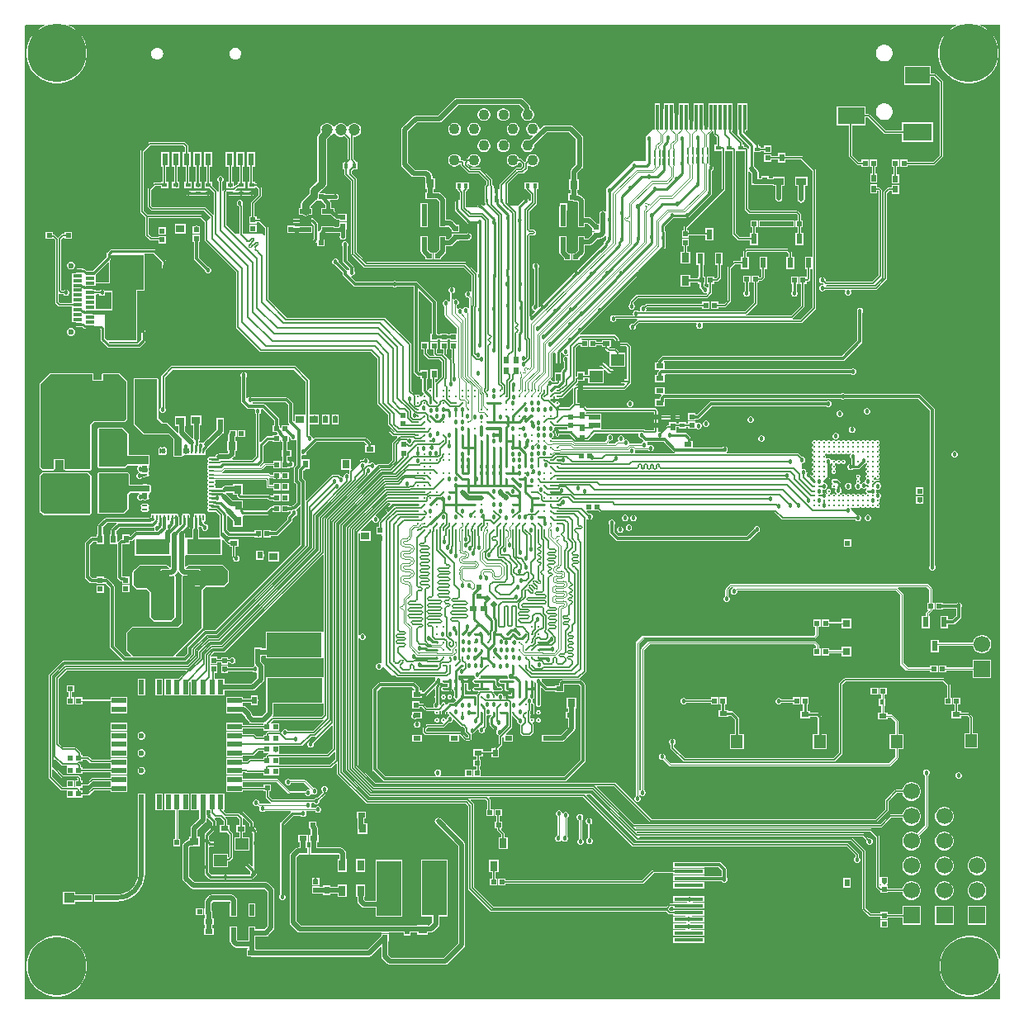
<source format=gtl>
G04*
G04 #@! TF.GenerationSoftware,Altium Limited,Altium Designer,25.0.2 (28)*
G04*
G04 Layer_Physical_Order=1*
G04 Layer_Color=255*
%FSLAX44Y44*%
%MOMM*%
G71*
G04*
G04 #@! TF.SameCoordinates,34CB3397-E1FD-41C1-9A6A-8B3E81618BB9*
G04*
G04*
G04 #@! TF.FilePolarity,Positive*
G04*
G01*
G75*
%ADD10C,0.1524*%
%ADD11C,0.2540*%
%ADD17C,0.1016*%
%ADD18C,0.2032*%
%ADD19R,0.9000X0.8000*%
%ADD20R,1.2300X1.3600*%
%ADD21R,0.6000X1.5000*%
%ADD22R,1.5000X0.6000*%
%ADD23C,0.6000*%
%ADD24R,0.6000X1.3000*%
%ADD25R,1.2000X1.4000*%
%ADD26R,1.2000X2.0000*%
%ADD27R,2.5000X1.8000*%
%ADD28R,2.8001X1.8000*%
%ADD29R,3.0000X1.8000*%
%ADD30R,1.0000X0.7500*%
%ADD31R,0.8000X0.9000*%
%ADD32R,1.4000X1.2000*%
%ADD33R,1.1999X0.6000*%
%ADD34R,0.5500X0.4500*%
%ADD35R,5.7000X2.5000*%
%ADD36R,2.5000X5.7000*%
%ADD37R,3.0000X0.4000*%
%ADD38R,1.1750X0.4900*%
%ADD39R,1.1570X0.4900*%
%ADD40R,0.4500X0.5500*%
%ADD41R,0.8000X1.0000*%
%ADD42R,0.7500X1.0000*%
%ADD43R,2.0000X2.0000*%
%ADD44R,1.0500X1.0000*%
%ADD45R,2.2000X1.0500*%
%ADD46R,0.4900X1.1750*%
%ADD47R,0.4900X1.1570*%
%ADD48R,0.7000X1.1000*%
%ADD49R,1.6000X3.5000*%
%ADD50R,3.5000X1.6000*%
%ADD51R,0.8000X0.8000*%
%ADD52R,0.6000X1.0700*%
%ADD117C,0.1270*%
%ADD118C,0.5080*%
%ADD119R,0.5400X0.7901*%
%ADD120R,0.5657X0.5400*%
%ADD121R,0.7901X0.5400*%
%ADD122C,0.2794*%
%ADD123C,0.2800*%
%ADD124R,0.3000X2.6000*%
%ADD125R,0.5400X0.5657*%
%ADD126R,0.9500X0.3000*%
G04:AMPARAMS|DCode=127|XSize=0.5657mm|YSize=0.54mm|CornerRadius=0mm|HoleSize=0mm|Usage=FLASHONLY|Rotation=315.000|XOffset=0mm|YOffset=0mm|HoleType=Round|Shape=Rectangle|*
%AMROTATEDRECTD127*
4,1,4,-0.3909,0.0091,-0.0091,0.3909,0.3909,-0.0091,0.0091,-0.3909,-0.3909,0.0091,0.0*
%
%ADD127ROTATEDRECTD127*%

%ADD128R,0.2000X0.6650*%
%ADD129C,0.2500*%
%ADD130O,0.2000X0.6650*%
%ADD131O,0.6650X0.2000*%
%ADD132R,4.6000X4.6000*%
%ADD133R,0.4000X0.6650*%
%ADD134C,0.3048*%
%ADD135C,0.1020*%
%ADD136C,0.3810*%
%ADD137C,0.7620*%
%ADD138R,1.7000X1.7000*%
%ADD139C,1.7000*%
%ADD140C,0.5000*%
%ADD141C,6.0000*%
%ADD142O,2.0000X3.5000*%
%ADD143O,2.0000X2.5000*%
%ADD144O,2.0000X0.9000*%
%ADD145O,0.9000X1.5000*%
%ADD146O,2.4000X1.0000*%
%ADD147C,3.2000*%
%ADD148C,1.1000*%
%ADD149O,3.0000X1.8000*%
%ADD150O,2.1000X2.7000*%
%ADD151O,2.1000X2.7000*%
%ADD152C,1.1999*%
%ADD153C,0.4572*%
%ADD154C,0.4570*%
%ADD155C,0.6096*%
G36*
X1069934Y43479D02*
X1068934Y43320D01*
X1067589Y47460D01*
X1065374Y51807D01*
X1062505Y55755D01*
X1059055Y59205D01*
X1055107Y62074D01*
X1050760Y64289D01*
X1046119Y65797D01*
X1041300Y66560D01*
X1036420D01*
X1031601Y65797D01*
X1026960Y64289D01*
X1022613Y62074D01*
X1018665Y59205D01*
X1015214Y55755D01*
X1012346Y51807D01*
X1010131Y47460D01*
X1008623Y42819D01*
X1007860Y38000D01*
Y33120D01*
X1008623Y28301D01*
X1010131Y23660D01*
X1012346Y19312D01*
X1015214Y15365D01*
X1018665Y11914D01*
X1022613Y9046D01*
X1026960Y6831D01*
X1031601Y5323D01*
X1036420Y4560D01*
X1041300D01*
X1046119Y5323D01*
X1050760Y6831D01*
X1055107Y9046D01*
X1059055Y11914D01*
X1062505Y15365D01*
X1065374Y19312D01*
X1067589Y23660D01*
X1068934Y27800D01*
X1069934Y27641D01*
Y1705D01*
X1069114Y1270D01*
X69850D01*
X69685Y1000141D01*
X70654Y1001109D01*
X90398D01*
X90638Y1000109D01*
X86622Y998064D01*
X82675Y995195D01*
X79225Y991745D01*
X76356Y987797D01*
X74141Y983450D01*
X72633Y978809D01*
X71870Y973990D01*
Y969110D01*
X72633Y964291D01*
X74141Y959650D01*
X76356Y955303D01*
X79225Y951355D01*
X82675Y947905D01*
X86622Y945036D01*
X90970Y942821D01*
X95611Y941313D01*
X100430Y940550D01*
X105310D01*
X110129Y941313D01*
X114770Y942821D01*
X119117Y945036D01*
X123065Y947905D01*
X126516Y951355D01*
X129384Y955303D01*
X131599Y959650D01*
X133107Y964291D01*
X133870Y969110D01*
Y973990D01*
X133107Y978809D01*
X131599Y983450D01*
X129384Y987797D01*
X126516Y991745D01*
X123065Y995195D01*
X119117Y998064D01*
X115102Y1000109D01*
X115343Y1001109D01*
X1025117D01*
X1025358Y1000109D01*
X1021342Y998064D01*
X1017395Y995195D01*
X1013944Y991745D01*
X1011076Y987797D01*
X1008861Y983450D01*
X1007353Y978809D01*
X1006590Y973990D01*
Y969110D01*
X1007353Y964291D01*
X1008861Y959650D01*
X1011076Y955303D01*
X1013944Y951355D01*
X1017395Y947905D01*
X1021342Y945036D01*
X1025690Y942821D01*
X1030331Y941313D01*
X1035150Y940550D01*
X1040030D01*
X1044849Y941313D01*
X1049490Y942821D01*
X1053838Y945036D01*
X1057785Y947905D01*
X1061236Y951355D01*
X1064104Y955303D01*
X1066319Y959650D01*
X1067827Y964291D01*
X1068590Y969110D01*
Y973990D01*
X1067827Y978809D01*
X1066319Y983450D01*
X1064104Y987797D01*
X1061236Y991745D01*
X1057785Y995195D01*
X1053838Y998064D01*
X1049822Y1000109D01*
X1050062Y1001109D01*
X1069934D01*
Y43479D01*
D02*
G37*
%LPC*%
G36*
X952217Y980284D02*
X950243D01*
X950107Y980228D01*
X949962Y980247D01*
X948055Y979736D01*
X947939Y979647D01*
X947794Y979628D01*
X946084Y978640D01*
X945995Y978524D01*
X945859Y978468D01*
X944463Y977072D01*
X944407Y976936D01*
X944291Y976848D01*
X943304Y975137D01*
X943285Y974992D01*
X943195Y974876D01*
X942684Y972969D01*
X942703Y972824D01*
X942647Y972689D01*
Y970714D01*
X942703Y970579D01*
X942684Y970434D01*
X943195Y968526D01*
X943285Y968410D01*
X943304Y968265D01*
X944291Y966555D01*
X944407Y966466D01*
X944463Y966331D01*
X945859Y964934D01*
X945995Y964878D01*
X946084Y964762D01*
X947794Y963775D01*
X947939Y963756D01*
X948055Y963667D01*
X949962Y963156D01*
X950107Y963175D01*
X950243Y963119D01*
X952217D01*
X952353Y963175D01*
X952497Y963156D01*
X954405Y963667D01*
X954521Y963756D01*
X954666Y963775D01*
X956376Y964762D01*
X956465Y964878D01*
X956601Y964934D01*
X957997Y966331D01*
X958053Y966466D01*
X958169Y966555D01*
X959156Y968265D01*
X959175Y968410D01*
X959265Y968526D01*
X959776Y970434D01*
X959756Y970579D01*
X959812Y970714D01*
Y972689D01*
X959756Y972824D01*
X959776Y972969D01*
X959265Y974876D01*
X959175Y974992D01*
X959156Y975137D01*
X958169Y976848D01*
X958053Y976936D01*
X957997Y977072D01*
X956601Y978468D01*
X956465Y978524D01*
X956376Y978640D01*
X954666Y979628D01*
X954521Y979647D01*
X954405Y979736D01*
X952497Y980247D01*
X952353Y980228D01*
X952217Y980284D01*
D02*
G37*
G36*
X286844Y977342D02*
X284855D01*
X284656Y977260D01*
X284441D01*
X282603Y976499D01*
X282451Y976346D01*
X282252Y976264D01*
X280845Y974857D01*
X280763Y974659D01*
X280611Y974506D01*
X279849Y972669D01*
Y972453D01*
X279767Y972254D01*
Y970265D01*
X279849Y970066D01*
Y969851D01*
X280611Y968013D01*
X280763Y967861D01*
X280845Y967662D01*
X282252Y966256D01*
X282451Y966173D01*
X282603Y966021D01*
X284441Y965260D01*
X284656D01*
X284855Y965177D01*
X286844D01*
X287043Y965260D01*
X287258D01*
X289096Y966021D01*
X289248Y966173D01*
X289447Y966256D01*
X290854Y967662D01*
X290936Y967861D01*
X291088Y968013D01*
X291849Y969851D01*
Y970066D01*
X291932Y970265D01*
Y972254D01*
X291849Y972453D01*
Y972669D01*
X291088Y974506D01*
X290936Y974659D01*
X290854Y974857D01*
X289447Y976264D01*
X289248Y976346D01*
X289096Y976499D01*
X287258Y977260D01*
X287043D01*
X286844Y977342D01*
D02*
G37*
G36*
X206844D02*
X204855D01*
X204656Y977260D01*
X204441D01*
X202603Y976499D01*
X202451Y976346D01*
X202252Y976264D01*
X200845Y974857D01*
X200763Y974659D01*
X200611Y974506D01*
X199849Y972669D01*
Y972453D01*
X199767Y972254D01*
Y970265D01*
X199849Y970066D01*
Y969851D01*
X200611Y968013D01*
X200763Y967861D01*
X200845Y967662D01*
X202252Y966256D01*
X202451Y966173D01*
X202603Y966021D01*
X204441Y965260D01*
X204656D01*
X204855Y965177D01*
X206844D01*
X207043Y965260D01*
X207258D01*
X209096Y966021D01*
X209248Y966173D01*
X209447Y966256D01*
X210854Y967662D01*
X210936Y967861D01*
X211088Y968013D01*
X211849Y969851D01*
Y970066D01*
X211932Y970265D01*
Y972254D01*
X211849Y972453D01*
Y972669D01*
X211088Y974506D01*
X210936Y974659D01*
X210854Y974857D01*
X209447Y976264D01*
X209248Y976346D01*
X209096Y976499D01*
X207258Y977260D01*
X207043D01*
X206844Y977342D01*
D02*
G37*
G36*
X952217Y920281D02*
X950243D01*
X950107Y920225D01*
X949962Y920244D01*
X948055Y919733D01*
X947939Y919644D01*
X947794Y919625D01*
X946084Y918638D01*
X945995Y918522D01*
X945859Y918466D01*
X944463Y917069D01*
X944407Y916934D01*
X944291Y916845D01*
X943304Y915135D01*
X943285Y914990D01*
X943195Y914874D01*
X942684Y912966D01*
X942703Y912821D01*
X942647Y912686D01*
Y910711D01*
X942703Y910576D01*
X942684Y910431D01*
X943195Y908524D01*
X943285Y908408D01*
X943304Y908263D01*
X944291Y906552D01*
X944407Y906463D01*
X944463Y906328D01*
X945859Y904932D01*
X945995Y904876D01*
X946084Y904760D01*
X947794Y903772D01*
X947939Y903753D01*
X948055Y903664D01*
X949962Y903153D01*
X950107Y903172D01*
X950243Y903116D01*
X952217D01*
X952353Y903172D01*
X952497Y903153D01*
X954405Y903664D01*
X954521Y903753D01*
X954666Y903772D01*
X956376Y904760D01*
X956465Y904876D01*
X956601Y904932D01*
X957997Y906328D01*
X958053Y906463D01*
X958169Y906552D01*
X959156Y908263D01*
X959175Y908408D01*
X959265Y908524D01*
X959776Y910431D01*
X959756Y910576D01*
X959812Y910711D01*
Y912686D01*
X959756Y912821D01*
X959776Y912966D01*
X959265Y914874D01*
X959175Y914990D01*
X959156Y915135D01*
X958169Y916845D01*
X958053Y916934D01*
X957997Y917069D01*
X956601Y918466D01*
X956465Y918522D01*
X956376Y918638D01*
X954666Y919625D01*
X954521Y919644D01*
X954405Y919733D01*
X952497Y920244D01*
X952353Y920225D01*
X952217Y920281D01*
D02*
G37*
G36*
X579062Y925629D02*
X513080D01*
X511699Y925355D01*
X510528Y924572D01*
X493805Y907849D01*
X471170D01*
X469789Y907575D01*
X468618Y906792D01*
X457188Y895362D01*
X456405Y894191D01*
X456131Y892810D01*
Y857250D01*
X456405Y855869D01*
X457188Y854698D01*
X466078Y845808D01*
X467249Y845025D01*
X468630Y844751D01*
X480044D01*
X480906Y843889D01*
Y839297D01*
X480975Y838949D01*
Y832337D01*
X482242D01*
Y829211D01*
X480776D01*
Y821811D01*
X485538D01*
X485887Y821741D01*
X485887Y821741D01*
X492684D01*
X494885Y819541D01*
Y800359D01*
Y797204D01*
X495044Y796403D01*
Y793574D01*
X498236D01*
X498584Y793504D01*
X504929D01*
X508110Y790324D01*
Y787900D01*
X515510D01*
Y795556D01*
X513086D01*
X508977Y799666D01*
X507806Y800448D01*
X506424Y800723D01*
X502104D01*
Y821036D01*
X501829Y822417D01*
X501046Y823588D01*
X496731Y827903D01*
X495561Y828685D01*
X494179Y828960D01*
X490677D01*
Y829211D01*
X489460D01*
Y832337D01*
X490975D01*
Y843337D01*
X488125D01*
Y845384D01*
X487850Y846765D01*
X487067Y847936D01*
X484091Y850912D01*
X482921Y851695D01*
X481539Y851969D01*
X470125D01*
X463349Y858745D01*
Y891315D01*
X472665Y900631D01*
X495300D01*
X496681Y900905D01*
X497852Y901688D01*
X514575Y918411D01*
X577567D01*
X581255Y914723D01*
Y913407D01*
X580531Y912683D01*
X579676Y911201D01*
X579233Y909548D01*
Y907837D01*
X579676Y906183D01*
X580531Y904701D01*
X581742Y903491D01*
X583224Y902635D01*
X584877Y902192D01*
X586588D01*
X588242Y902635D01*
X589724Y903491D01*
X590934Y904701D01*
X591790Y906183D01*
X592233Y907837D01*
Y909548D01*
X591790Y911201D01*
X590934Y912683D01*
X589724Y913894D01*
X588473Y914616D01*
Y916218D01*
X588199Y917599D01*
X587416Y918771D01*
X581614Y924572D01*
X580444Y925355D01*
X579062Y925629D01*
D02*
G37*
G36*
X561590Y915192D02*
X559878D01*
X558225Y914749D01*
X556743Y913894D01*
X555533Y912683D01*
X554677Y911201D01*
X554234Y909548D01*
Y907837D01*
X554677Y906183D01*
X555533Y904701D01*
X556743Y903491D01*
X558225Y902635D01*
X559878Y902192D01*
X561590D01*
X563243Y902635D01*
X564725Y903491D01*
X565935Y904701D01*
X566791Y906183D01*
X567234Y907837D01*
Y909548D01*
X566791Y911201D01*
X565935Y912683D01*
X564725Y913894D01*
X563243Y914749D01*
X561590Y915192D01*
D02*
G37*
G36*
X541590D02*
X539878D01*
X538225Y914749D01*
X536743Y913894D01*
X535533Y912683D01*
X534677Y911201D01*
X534234Y909548D01*
Y907837D01*
X534677Y906183D01*
X535533Y904701D01*
X536743Y903491D01*
X538225Y902635D01*
X539878Y902192D01*
X541590D01*
X543243Y902635D01*
X544725Y903491D01*
X545935Y904701D01*
X546791Y906183D01*
X547234Y907837D01*
Y909548D01*
X546791Y911201D01*
X545935Y912683D01*
X544725Y913894D01*
X543243Y914749D01*
X541590Y915192D01*
D02*
G37*
G36*
X775766Y920200D02*
Y920200D01*
X774767Y920200D01*
X770766D01*
Y896145D01*
X769932Y895593D01*
X765766Y897367D01*
Y920200D01*
X755768D01*
Y902531D01*
X754933Y901979D01*
X750768Y903753D01*
Y920200D01*
X745768D01*
Y920200D01*
X745766D01*
Y920200D01*
X744768Y920200D01*
X740766D01*
Y908917D01*
X739932Y908366D01*
X735766Y910139D01*
Y920200D01*
X725768D01*
Y915303D01*
X724933Y914751D01*
X720768Y916525D01*
Y920200D01*
X715768D01*
Y892820D01*
X713726D01*
X706989Y886082D01*
Y860903D01*
X694289D01*
X666215Y832829D01*
Y809583D01*
X665215Y809187D01*
X664321Y809785D01*
X662940Y810059D01*
X661559Y809785D01*
X660388Y809002D01*
X659605Y807831D01*
X659331Y806450D01*
Y797930D01*
X659249Y796964D01*
X656953Y796964D01*
X651158Y802759D01*
X649987Y803541D01*
X648606Y803816D01*
X644299D01*
Y819984D01*
X644024Y821365D01*
X643242Y822536D01*
X640266Y825512D01*
X639095Y826295D01*
X637714Y826569D01*
X636949D01*
Y827743D01*
X636724D01*
Y831214D01*
X638115D01*
Y842214D01*
X636724D01*
Y848790D01*
X641362Y853428D01*
X642145Y854599D01*
X642419Y855980D01*
Y884666D01*
X642145Y886047D01*
X641362Y887218D01*
X631948Y896632D01*
X630777Y897415D01*
X629396Y897689D01*
X603905D01*
X602523Y897415D01*
X601352Y896632D01*
X598234Y893514D01*
X597234Y893928D01*
Y894549D01*
X596791Y896203D01*
X595935Y897685D01*
X594725Y898895D01*
X593243Y899751D01*
X591590Y900194D01*
X589878D01*
X588225Y899751D01*
X586743Y898895D01*
X585533Y897685D01*
X584677Y896203D01*
X584234Y894549D01*
Y892838D01*
X584677Y891185D01*
X585533Y889703D01*
X586743Y888492D01*
X588225Y887637D01*
X589878Y887194D01*
X590500D01*
X590914Y886194D01*
X587634Y882913D01*
X586588Y883194D01*
X584877D01*
X583224Y882750D01*
X581742Y881895D01*
X580531Y880685D01*
X579676Y879202D01*
X579233Y877549D01*
Y875838D01*
X579676Y874185D01*
X580531Y872702D01*
X581742Y871492D01*
X583224Y870637D01*
X584877Y870193D01*
X586588D01*
X588242Y870637D01*
X589724Y871492D01*
X590934Y872702D01*
X591790Y874185D01*
X592233Y875838D01*
Y877304D01*
X605400Y890471D01*
X627901D01*
X635201Y883170D01*
Y857475D01*
X630562Y852837D01*
X629780Y851666D01*
X629505Y850285D01*
Y842214D01*
X628115D01*
Y831214D01*
X629505D01*
Y827743D01*
X627048D01*
Y820343D01*
X631877D01*
X632951Y819625D01*
X634333Y819351D01*
X636219D01*
X637080Y818489D01*
Y800207D01*
X637240Y799405D01*
Y793422D01*
X644140D01*
Y796597D01*
X647111D01*
X651849Y791859D01*
Y789307D01*
X654171D01*
X654615Y788307D01*
X651849D01*
Y785884D01*
X647543Y781578D01*
X644140D01*
Y784008D01*
X637240D01*
Y778679D01*
X637080Y777878D01*
Y777496D01*
X636990Y777043D01*
Y769743D01*
X633783Y766536D01*
X631231D01*
Y759136D01*
X638887D01*
Y761431D01*
X643152Y765696D01*
X643934Y766867D01*
X644209Y768248D01*
Y774359D01*
X649038D01*
X650419Y774634D01*
X651590Y775416D01*
X656825Y780651D01*
X659249D01*
Y781158D01*
X659964D01*
X661345Y781433D01*
X662516Y782215D01*
X665215Y784914D01*
X666215Y784522D01*
Y780958D01*
X664259Y779002D01*
X663757Y778251D01*
X663581Y777366D01*
Y775616D01*
X658917Y770952D01*
X658207Y770810D01*
X657456Y770309D01*
X636736Y749589D01*
X636234Y748838D01*
X635994Y748075D01*
X635779D01*
X634894Y747899D01*
X634143Y747398D01*
X599952Y713206D01*
X599303Y712773D01*
X599303Y712773D01*
X597736Y711206D01*
X596763Y711647D01*
X596502Y712278D01*
X596674Y713146D01*
Y751178D01*
X596764Y751267D01*
X597264Y752475D01*
Y753782D01*
X596764Y754990D01*
X595839Y755914D01*
X594632Y756415D01*
X593324D01*
X592117Y755914D01*
X591192Y754990D01*
X590692Y753782D01*
Y752475D01*
X591192Y751267D01*
X592046Y750414D01*
Y713989D01*
X591888Y713753D01*
X591665Y713661D01*
X590741Y712736D01*
X590240Y711528D01*
Y710221D01*
X590741Y709014D01*
X591665Y708089D01*
X592754Y707638D01*
X593195Y706665D01*
X588310Y701780D01*
X587310Y702194D01*
Y781050D01*
Y784535D01*
X587349Y784551D01*
X587365Y784590D01*
X590881D01*
Y784560D01*
X592114Y784805D01*
X593159Y785504D01*
X593857Y786548D01*
X594102Y787781D01*
X593857Y789014D01*
X593159Y790059D01*
X592114Y790757D01*
X590881Y791002D01*
Y790972D01*
X587365D01*
X587349Y791011D01*
X587310Y791028D01*
Y798830D01*
Y809152D01*
X594602Y816444D01*
X594963Y816984D01*
X595090Y817623D01*
Y831912D01*
X596459D01*
Y834924D01*
X596494Y835008D01*
Y836315D01*
X596459Y836400D01*
Y839412D01*
X589959D01*
Y837670D01*
X588959Y837262D01*
X588922Y837300D01*
Y839410D01*
X582422D01*
Y836398D01*
X582387Y836313D01*
Y835007D01*
X582422Y834922D01*
Y831910D01*
X584077D01*
X584132Y831637D01*
X584493Y831096D01*
X589216Y826373D01*
Y820420D01*
X586597D01*
X586372Y820693D01*
Y820800D01*
X586196Y821686D01*
X585695Y822437D01*
X584944Y822939D01*
X584058Y823115D01*
X583172Y822939D01*
X582421Y822437D01*
X582205Y822113D01*
X575992Y815900D01*
X575846Y815682D01*
X568026D01*
X566308Y817400D01*
X565720Y818117D01*
X565720D01*
X565720Y818117D01*
Y825773D01*
X565720Y826767D01*
X565720D01*
Y826773D01*
X565720D01*
Y835423D01*
X565387D01*
Y837426D01*
X575924Y847963D01*
X580172D01*
X580810Y848090D01*
X581351Y848451D01*
X585379Y852479D01*
X585740Y853020D01*
X585867Y853658D01*
Y856115D01*
X586867Y856419D01*
X588225Y855635D01*
X589878Y855192D01*
X591590D01*
X593243Y855635D01*
X594725Y856491D01*
X595935Y857701D01*
X596791Y859183D01*
X597234Y860836D01*
Y862548D01*
X596791Y864201D01*
X595935Y865683D01*
X594725Y866893D01*
X593243Y867749D01*
X591590Y868192D01*
X589878D01*
X588225Y867749D01*
X586743Y866893D01*
X585533Y865683D01*
X584677Y864201D01*
X584234Y862548D01*
Y860911D01*
X583614Y860292D01*
X582930Y859769D01*
X582246Y860292D01*
X579666Y862871D01*
X579126Y863232D01*
X578488Y863359D01*
X577016D01*
X576791Y864201D01*
X575935Y865683D01*
X574725Y866893D01*
X573243Y867749D01*
X571590Y868192D01*
X569878D01*
X568225Y867749D01*
X566743Y866893D01*
X565533Y865683D01*
X564677Y864201D01*
X564234Y862548D01*
Y860836D01*
X564677Y859183D01*
X565533Y857701D01*
X566743Y856491D01*
X568225Y855635D01*
X569878Y855192D01*
X571590D01*
X573243Y855635D01*
X574725Y856491D01*
X575935Y857701D01*
X576791Y859183D01*
X576930Y859704D01*
X577971Y859851D01*
X579993Y857830D01*
Y855400D01*
X578429Y853837D01*
X574181D01*
X573543Y853710D01*
X573002Y853349D01*
X571514Y851861D01*
X571514Y851861D01*
X560219Y840566D01*
X560219Y840566D01*
X557655Y838002D01*
X557294Y837461D01*
X557167Y836823D01*
Y835423D01*
X556721D01*
Y832381D01*
X555721Y832189D01*
X555357Y832735D01*
X554606Y833236D01*
X553720Y833413D01*
X552834Y833236D01*
X552083Y832735D01*
X551721Y832193D01*
X550721Y832394D01*
Y835423D01*
X550316D01*
X550261Y835696D01*
X549900Y836237D01*
X549158Y836979D01*
Y841792D01*
X549031Y842430D01*
X548669Y842971D01*
X538292Y853349D01*
X537751Y853710D01*
X537113Y853837D01*
X527691D01*
X524254Y857274D01*
X524334Y858233D01*
X525364Y857993D01*
X525533Y857701D01*
X526743Y856491D01*
X528225Y855635D01*
X529878Y855192D01*
X531590D01*
X533243Y855635D01*
X534725Y856491D01*
X535935Y857701D01*
X536791Y859183D01*
X537234Y860836D01*
Y862548D01*
X536791Y864201D01*
X535935Y865683D01*
X534725Y866893D01*
X533243Y867749D01*
X531590Y868192D01*
X529878D01*
X528225Y867749D01*
X526743Y866893D01*
X525533Y865683D01*
X524677Y864201D01*
X524449Y863352D01*
X524073D01*
X523435Y863225D01*
X522894Y862864D01*
X521075Y861045D01*
X520487Y860964D01*
X519826Y861041D01*
X519230Y861637D01*
X518689Y861998D01*
X518051Y862125D01*
X517234D01*
Y862548D01*
X516791Y864201D01*
X515935Y865683D01*
X514725Y866893D01*
X513243Y867749D01*
X511590Y868192D01*
X509878D01*
X508225Y867749D01*
X506743Y866893D01*
X505533Y865683D01*
X504677Y864201D01*
X504234Y862548D01*
Y860836D01*
X504677Y859183D01*
X505533Y857701D01*
X506743Y856491D01*
X508225Y855635D01*
X509878Y855192D01*
X511590D01*
X513243Y855635D01*
X514725Y856491D01*
X515935Y857701D01*
X516128Y858036D01*
X517128Y857768D01*
Y856783D01*
X517255Y856145D01*
X517617Y855605D01*
X524770Y848451D01*
X525311Y848090D01*
X525949Y847963D01*
X535370D01*
X543284Y840050D01*
Y836979D01*
X542541Y836237D01*
X542180Y835696D01*
X542126Y835423D01*
X541720D01*
Y827767D01*
X541720Y826773D01*
X541720D01*
Y826767D01*
X541720D01*
Y818117D01*
X542418D01*
Y817371D01*
X542545Y816733D01*
X542579Y816682D01*
X542044Y815682D01*
X540017D01*
X538381Y817319D01*
X537630Y817820D01*
X536744Y817997D01*
X535858Y817820D01*
X535107Y817319D01*
X534606Y816568D01*
X534429Y815682D01*
X534606Y814796D01*
X535107Y814045D01*
X534428Y813366D01*
X522491D01*
X522367Y813491D01*
Y829923D01*
X523540Y831096D01*
X523901Y831637D01*
X523956Y831910D01*
X525611D01*
Y834922D01*
X525646Y835007D01*
Y836313D01*
X525611Y836398D01*
Y839410D01*
X519111D01*
Y839410D01*
X518323D01*
Y839410D01*
X511823D01*
Y836398D01*
X511788Y836313D01*
Y835007D01*
X511823Y834922D01*
Y831910D01*
X513478D01*
X513533Y831637D01*
X513894Y831096D01*
X516493Y828497D01*
Y813366D01*
X515493D01*
Y818007D01*
X515395Y818105D01*
Y820420D01*
X515218Y821306D01*
X514717Y822057D01*
X513966Y822558D01*
X513080Y822735D01*
X512194Y822558D01*
X511443Y822057D01*
X510942Y821306D01*
X510765Y820420D01*
Y811530D01*
X510942Y810644D01*
X511443Y809893D01*
X524276Y797061D01*
X525026Y796560D01*
X525912Y796384D01*
X534016D01*
Y747239D01*
X533016Y746825D01*
X523011Y756829D01*
X522471Y757190D01*
X521833Y757317D01*
X420909D01*
X410774Y767452D01*
Y841843D01*
X410647Y842481D01*
X410286Y843021D01*
X409542Y843765D01*
X409542Y843765D01*
X405527Y847781D01*
Y851158D01*
X406754Y852385D01*
X411396D01*
Y859885D01*
X409741D01*
X409686Y860158D01*
X409325Y860698D01*
X406844Y863179D01*
Y885669D01*
X407041Y885821D01*
X408884D01*
X410665Y886298D01*
X412261Y887219D01*
X413564Y888523D01*
X414485Y890119D01*
X414962Y891899D01*
Y893742D01*
X414485Y895522D01*
X413564Y897118D01*
X412261Y898421D01*
X410665Y899343D01*
X408884Y899820D01*
X407041D01*
X405261Y899343D01*
X403665Y898421D01*
X402362Y897118D01*
X401516Y895652D01*
X400978Y895582D01*
X400440Y895652D01*
X399594Y897118D01*
X398291Y898421D01*
X396695Y899343D01*
X394914Y899820D01*
X393071D01*
X391291Y899343D01*
X389695Y898421D01*
X388392Y897118D01*
X387528Y895622D01*
X386995Y895544D01*
X386462Y895622D01*
X385598Y897118D01*
X384295Y898421D01*
X382699Y899343D01*
X380919Y899820D01*
X379076D01*
X377296Y899343D01*
X375700Y898421D01*
X374397Y897118D01*
X373475Y895522D01*
X372998Y893742D01*
Y891899D01*
X373285Y890828D01*
X371553Y889095D01*
X370490Y887504D01*
X370116Y885628D01*
Y868692D01*
X369744D01*
Y861292D01*
X370116D01*
Y849630D01*
Y840602D01*
X363215Y833701D01*
X362152Y832110D01*
X361779Y830233D01*
Y827313D01*
X354566Y820099D01*
X353502Y818508D01*
X353129Y816632D01*
Y813050D01*
X351248D01*
Y806150D01*
X354554D01*
X354566Y806132D01*
X356157Y805069D01*
X358033Y804695D01*
X359910Y805069D01*
X361501Y806132D01*
X361513Y806150D01*
X364818D01*
Y813050D01*
X362938D01*
Y814600D01*
X368670Y820333D01*
X369588Y820530D01*
X370588D01*
Y820530D01*
X374056D01*
X378145Y816441D01*
Y813050D01*
X374232D01*
Y806150D01*
X383793D01*
X387956Y801987D01*
X388916Y801345D01*
X390050Y801120D01*
X392540D01*
Y799330D01*
X399940D01*
Y806986D01*
X395731D01*
X395445Y807043D01*
X391277D01*
X387982Y810338D01*
Y813050D01*
X384069D01*
Y817668D01*
X383843Y818801D01*
X383201Y819762D01*
X382619Y820344D01*
X383002Y821268D01*
X387184D01*
X387966Y820944D01*
X389274D01*
X390481Y821444D01*
X391406Y822369D01*
X391906Y823576D01*
Y824884D01*
X391406Y826091D01*
X390481Y827016D01*
X389274Y827516D01*
X387966D01*
X387184Y827192D01*
X378245D01*
Y827930D01*
X372730D01*
X372316Y828930D01*
X378488Y835103D01*
X379552Y836694D01*
X379925Y838571D01*
Y844271D01*
X380358D01*
Y855271D01*
X379925D01*
Y864870D01*
Y883596D01*
X382600Y886271D01*
X382699Y886298D01*
X384295Y887219D01*
X385598Y888523D01*
X386462Y890018D01*
X386995Y890097D01*
X387528Y890018D01*
X388392Y888523D01*
X389695Y887219D01*
X391291Y886298D01*
X393071Y885821D01*
X394914D01*
X396695Y886298D01*
X397622Y886833D01*
X400970Y883486D01*
Y863025D01*
X398489Y860544D01*
X398128Y860003D01*
X398073Y859730D01*
X396418D01*
Y852230D01*
X398001D01*
Y847690D01*
X398128Y847052D01*
X398489Y846512D01*
X404900Y840100D01*
Y765709D01*
X405027Y765071D01*
X405388Y764530D01*
X406876Y763042D01*
X406876Y763042D01*
X416500Y753419D01*
X416500Y753419D01*
X417988Y751931D01*
X418528Y751570D01*
X419166Y751443D01*
X520090D01*
X528101Y743432D01*
Y727361D01*
X527101Y726946D01*
X526914Y727134D01*
X525706Y727634D01*
X524399D01*
X523192Y727134D01*
X522268Y726209D01*
X521768Y725002D01*
Y723695D01*
X522268Y722488D01*
X523192Y721564D01*
X524399Y721064D01*
X525068D01*
X525324Y720808D01*
Y711149D01*
X524324Y710735D01*
X524168Y710890D01*
X522961Y711390D01*
X521654D01*
X520447Y710890D01*
X519523Y709966D01*
X519350Y709549D01*
X518171Y709315D01*
X517847Y709638D01*
X516640Y710138D01*
X515333D01*
X514203Y709670D01*
X513203Y710022D01*
Y713371D01*
X513702Y713578D01*
X514626Y714502D01*
X515126Y715710D01*
Y717016D01*
X514626Y718224D01*
X513702Y719148D01*
X512495Y719648D01*
X511188D01*
X510068Y719184D01*
X509068Y719541D01*
Y725422D01*
X509844Y725743D01*
X510768Y726667D01*
X511268Y727875D01*
Y729181D01*
X510768Y730389D01*
X509844Y731313D01*
X508637Y731813D01*
X507330D01*
X506122Y731313D01*
X505198Y730389D01*
X504698Y729181D01*
Y727875D01*
X505198Y726667D01*
X505803Y726062D01*
Y716799D01*
X504803Y716600D01*
X504659Y716947D01*
X503735Y717871D01*
X502528Y718371D01*
X501221D01*
X500014Y717871D01*
X499090Y716947D01*
X498589Y715740D01*
Y714433D01*
X499090Y713225D01*
X500014Y712301D01*
X500242Y712207D01*
Y703359D01*
X500720Y702205D01*
X513176Y689749D01*
Y684136D01*
X506107D01*
Y682881D01*
X503619D01*
Y684136D01*
X496219D01*
Y682881D01*
X493558D01*
Y684136D01*
X492794D01*
Y715906D01*
X492598Y716891D01*
X492040Y717726D01*
X472939Y736826D01*
X472104Y737384D01*
X471120Y737580D01*
X470849Y737526D01*
X451211D01*
X451150Y737588D01*
X449942Y738088D01*
X448635D01*
X447427Y737588D01*
X447366Y737526D01*
X409681D01*
X404779Y742428D01*
X405193Y743428D01*
X405738D01*
X406945Y743928D01*
X407870Y744853D01*
X408370Y746060D01*
Y747368D01*
X407870Y748575D01*
X407657Y748788D01*
Y751884D01*
X407462Y752869D01*
X406904Y753704D01*
X400846Y759762D01*
Y773538D01*
X401059Y773750D01*
X401559Y774958D01*
Y776265D01*
X401059Y777473D01*
X400134Y778397D01*
X398927Y778897D01*
X397619D01*
X396412Y778397D01*
X395487Y777473D01*
X394987Y776265D01*
Y774958D01*
X395487Y773750D01*
X395699Y773538D01*
Y758696D01*
X395895Y757711D01*
X396453Y756876D01*
X402510Y750818D01*
Y749314D01*
X402067Y748885D01*
X402056Y748881D01*
X400869Y749016D01*
X400630Y749373D01*
X392000Y758003D01*
Y758304D01*
X391500Y759511D01*
X390575Y760436D01*
X389368Y760936D01*
X388060D01*
X386853Y760436D01*
X385928Y759511D01*
X385428Y758304D01*
Y756996D01*
X385928Y755788D01*
X386853Y754864D01*
X388060Y754364D01*
X388361D01*
X396237Y746488D01*
Y744757D01*
X396433Y743772D01*
X396991Y742937D01*
X406795Y733133D01*
X407630Y732575D01*
X408615Y732379D01*
X447064D01*
X447427Y732016D01*
X448635Y731516D01*
X449942D01*
X451150Y732016D01*
X451513Y732379D01*
X468546D01*
Y645210D01*
X468742Y644225D01*
X469300Y643391D01*
X471890Y640800D01*
X472725Y640242D01*
X473710Y640046D01*
X475971D01*
Y637158D01*
X477356D01*
Y625679D01*
X477532Y624793D01*
X478034Y624042D01*
X479358Y622718D01*
X479163Y622075D01*
X478976Y621686D01*
X478172Y621353D01*
X477497Y620677D01*
X477132Y619795D01*
Y619318D01*
X475429D01*
Y619795D01*
X475064Y620677D01*
X474389Y621353D01*
X473507Y621718D01*
X472552D01*
X471670Y621353D01*
X470556Y621461D01*
X466487Y625531D01*
Y672747D01*
X466360Y673385D01*
X465999Y673926D01*
X439860Y700065D01*
X439319Y700426D01*
X438681Y700553D01*
X338699D01*
X319900Y719352D01*
Y793017D01*
X319773Y793655D01*
X319412Y794196D01*
X312329Y801279D01*
X311788Y801640D01*
X311150Y801767D01*
X307568D01*
Y804338D01*
X305536D01*
Y817528D01*
X312329Y824321D01*
X312690Y824862D01*
X312817Y825500D01*
Y833071D01*
X312690Y833709D01*
X312329Y834250D01*
X308932Y837647D01*
X308391Y838008D01*
X307753Y838135D01*
X306379D01*
Y839718D01*
X303617D01*
Y855342D01*
X305950D01*
Y870342D01*
X297950D01*
Y855342D01*
X300283D01*
Y839718D01*
X298878D01*
Y833218D01*
X306379D01*
Y834071D01*
X307379Y834485D01*
X309483Y832381D01*
Y826190D01*
X302690Y819397D01*
X302328Y818857D01*
X302201Y818219D01*
Y804338D01*
X300168D01*
Y796682D01*
X307568D01*
Y798433D01*
X310459D01*
X316566Y792327D01*
Y784561D01*
X315642Y784178D01*
X313690Y786130D01*
X293259Y786130D01*
X293208Y786181D01*
Y815282D01*
X293141Y815616D01*
X293340Y815815D01*
X293840Y817022D01*
Y818329D01*
X293340Y819537D01*
X292416Y820461D01*
X291208Y820961D01*
X289902D01*
X288694Y820461D01*
X287770Y819537D01*
X287270Y818329D01*
Y817022D01*
X287770Y815815D01*
X288694Y814891D01*
X289874Y814402D01*
Y786130D01*
X285754D01*
X276692Y795192D01*
Y829324D01*
X277452Y830084D01*
X278426Y829993D01*
X278851Y829138D01*
X278661Y828855D01*
X278485Y827969D01*
X278661Y827083D01*
X279163Y826332D01*
X279914Y825831D01*
X280800Y825655D01*
X302628D01*
X303514Y825831D01*
X304265Y826332D01*
X304767Y827083D01*
X304943Y827969D01*
X304767Y828855D01*
X304265Y829606D01*
X303514Y830107D01*
X302628Y830284D01*
X286685D01*
X286271Y831283D01*
X287704Y832716D01*
X288480Y833218D01*
Y833218D01*
X288480Y833218D01*
X295980D01*
Y839718D01*
X293897D01*
Y855338D01*
X294949D01*
Y870338D01*
X286949D01*
Y855338D01*
X290563D01*
Y839718D01*
X288480D01*
Y837327D01*
X288290D01*
X287652Y837200D01*
X287111Y836839D01*
X285474Y835201D01*
X284550Y835584D01*
Y839718D01*
X282377D01*
Y855338D01*
X283950D01*
Y870338D01*
X275950D01*
Y855338D01*
X279042D01*
Y839718D01*
X277050D01*
Y833517D01*
X276860D01*
X276222Y833390D01*
X275681Y833029D01*
X273846Y831194D01*
X273485Y830653D01*
X273128Y830546D01*
X272140Y831294D01*
Y839203D01*
X272512Y839357D01*
X273436Y840281D01*
X273936Y841489D01*
Y842795D01*
X273436Y844003D01*
X272512Y844927D01*
X271305Y845427D01*
X269998D01*
X268790Y844927D01*
X267866Y844003D01*
X267366Y842795D01*
Y841489D01*
X267866Y840281D01*
X268790Y839357D01*
X268806Y839351D01*
Y829649D01*
X267404Y829566D01*
X267297Y830107D01*
X266936Y830648D01*
X262008Y835575D01*
Y839718D01*
X259925D01*
Y855338D01*
X261949D01*
Y870338D01*
X253950D01*
Y855338D01*
X256591D01*
Y839718D01*
X254508D01*
Y833218D01*
X259651D01*
X264090Y828779D01*
Y806911D01*
X263168Y805989D01*
X256019Y813139D01*
X255478Y813500D01*
X254840Y813627D01*
X201397D01*
X199673Y815351D01*
Y831582D01*
X203627Y835536D01*
X209740D01*
Y833218D01*
X217240D01*
Y839718D01*
X215157D01*
Y855338D01*
X217950D01*
Y870338D01*
X209950D01*
Y855338D01*
X211823D01*
Y839718D01*
X209740D01*
Y838871D01*
X202937D01*
X202299Y838744D01*
X201758Y838382D01*
X196827Y833451D01*
X196465Y832910D01*
X196339Y832272D01*
Y814660D01*
X196465Y814023D01*
X196827Y813482D01*
X199527Y810781D01*
X200068Y810420D01*
X200706Y810293D01*
X254150D01*
X260586Y803857D01*
Y803407D01*
X257429Y800250D01*
X252491Y805188D01*
X251950Y805549D01*
X251312Y805676D01*
X196172D01*
X192167Y809680D01*
Y870529D01*
X198811Y877173D01*
X232990D01*
X234553Y875610D01*
Y870338D01*
X231951D01*
Y855338D01*
X234845D01*
Y839718D01*
X233870D01*
Y833218D01*
X241370D01*
Y839718D01*
X238179D01*
Y855338D01*
X239951D01*
Y870338D01*
X237887D01*
Y876300D01*
X237760Y876938D01*
X237399Y877479D01*
X234859Y880019D01*
X234318Y880380D01*
X233680Y880507D01*
X198120D01*
X197482Y880380D01*
X196941Y880019D01*
X189321Y872399D01*
X188960Y871858D01*
X188833Y871220D01*
Y808990D01*
X188960Y808352D01*
X189321Y807811D01*
X193913Y803220D01*
Y784860D01*
X194040Y784222D01*
X194401Y783681D01*
X198211Y779871D01*
X198752Y779510D01*
X199390Y779383D01*
X207120D01*
Y776704D01*
X214520D01*
Y784360D01*
X207120D01*
Y782717D01*
X200081D01*
X197247Y785551D01*
Y802342D01*
X250621D01*
X254583Y798380D01*
Y779813D01*
X254710Y779175D01*
X255071Y778634D01*
X286444Y747262D01*
Y691180D01*
X286571Y690542D01*
X286932Y690001D01*
X310833Y666100D01*
X311374Y665739D01*
X312012Y665612D01*
X424622D01*
X431676Y658557D01*
Y612847D01*
X431803Y612209D01*
X432164Y611668D01*
X442669Y601164D01*
Y591405D01*
X442796Y590767D01*
X443157Y590226D01*
X449790Y583592D01*
X449448Y582521D01*
X449026Y582450D01*
X444397Y587079D01*
X443856Y587440D01*
X443218Y587567D01*
X442580Y587440D01*
X442040Y587079D01*
X441678Y586538D01*
X441551Y585900D01*
X441678Y585262D01*
X442040Y584721D01*
X447573Y579188D01*
X448114Y578826D01*
X448752Y578699D01*
X451845D01*
X452228Y577775D01*
X447415Y572962D01*
X447053Y572422D01*
X446927Y571784D01*
Y554670D01*
X442745Y550488D01*
X433117D01*
X432479Y550361D01*
X431938Y550000D01*
X430487Y548549D01*
X429487Y548963D01*
Y549320D01*
X428987Y550527D01*
X428063Y551451D01*
X426856Y551951D01*
X425549D01*
X424342Y551451D01*
X423525Y550634D01*
X423022Y550623D01*
X422817Y550875D01*
X422544Y551684D01*
X422956Y552679D01*
Y553986D01*
X422456Y555194D01*
X421532Y556118D01*
X420325Y556618D01*
X419018D01*
X417811Y556118D01*
X416886Y555194D01*
X416580Y554454D01*
X414871D01*
X414234Y554328D01*
X413693Y553966D01*
X405354Y545628D01*
X404430Y546010D01*
Y555410D01*
X394430D01*
Y544410D01*
X402895D01*
X403187Y543410D01*
X402927Y543021D01*
X402800Y542383D01*
Y541083D01*
X401800Y540421D01*
X401201Y540669D01*
X399894D01*
X398686Y540169D01*
X397762Y539245D01*
X397262Y538038D01*
Y537610D01*
X396300Y537159D01*
X395092Y537659D01*
X393785D01*
X393592Y537579D01*
X392271Y538899D01*
X391731Y539260D01*
X391093Y539387D01*
X385843D01*
X385205Y539260D01*
X384664Y538899D01*
X358779Y513014D01*
X357779Y513428D01*
Y532094D01*
X357583Y533078D01*
X357026Y533913D01*
X355489Y535449D01*
Y543309D01*
X355584Y543404D01*
X355949Y543476D01*
X356783Y544034D01*
X358079Y545330D01*
X361840D01*
Y555231D01*
X354440D01*
Y555231D01*
X353505Y555387D01*
Y558897D01*
X354505Y559566D01*
X355088Y559324D01*
X356395D01*
X357603Y559824D01*
X358527Y560749D01*
X359027Y561956D01*
Y562764D01*
X369259Y572995D01*
X418141D01*
X420596Y570541D01*
Y569377D01*
X419138D01*
Y561977D01*
X421984D01*
X422256Y561864D01*
X423564D01*
X423835Y561977D01*
X429039D01*
Y569377D01*
X425224D01*
Y571500D01*
X425048Y572386D01*
X424547Y573137D01*
X420737Y576947D01*
X419986Y577448D01*
X419100Y577625D01*
X368300D01*
X367414Y577448D01*
X366663Y576947D01*
X366236Y576519D01*
X365236Y576933D01*
Y577234D01*
X364736Y578441D01*
X363811Y579366D01*
X362604Y579866D01*
X362258D01*
X361779Y580346D01*
Y591019D01*
X371739D01*
Y601019D01*
X367646D01*
X367606Y601035D01*
X366299D01*
X366259Y601019D01*
X361779D01*
Y614184D01*
X361860Y614305D01*
X362016Y615092D01*
Y635719D01*
X362016Y635719D01*
X361860Y636506D01*
X361414Y637173D01*
X361414Y637173D01*
X348163Y650424D01*
X347497Y650869D01*
X346710Y651025D01*
X346710Y651025D01*
X220980D01*
X220980Y651025D01*
X220193Y650869D01*
X219527Y650424D01*
X219527Y650423D01*
X210637Y641534D01*
X210191Y640867D01*
X210035Y640080D01*
X210035Y640080D01*
Y609449D01*
X209916Y609272D01*
X209916Y609271D01*
X209468Y609085D01*
X208543Y608161D01*
X208043Y606953D01*
Y605646D01*
X208543Y604438D01*
X209468Y603513D01*
X210676Y603013D01*
X211983D01*
X213191Y603513D01*
X214115Y604438D01*
X214615Y605646D01*
Y606953D01*
X214115Y608161D01*
X214041Y608235D01*
X214146Y608760D01*
X214146Y608760D01*
Y639229D01*
X221831Y646915D01*
X345859D01*
X357905Y634868D01*
Y615763D01*
X357824Y615641D01*
X357668Y614854D01*
X357668Y614854D01*
Y601710D01*
X357560Y600754D01*
X346560D01*
Y594698D01*
X345560Y594208D01*
X345126Y594545D01*
Y611729D01*
X344931Y612713D01*
X344373Y613548D01*
X340151Y617770D01*
X339316Y618328D01*
X338332Y618523D01*
X303064D01*
X302851Y618736D01*
X301644Y619236D01*
X300336D01*
X299129Y618736D01*
X298213Y617821D01*
X298160Y617821D01*
X297213Y618032D01*
Y639276D01*
X297426Y639489D01*
X297926Y640696D01*
Y642004D01*
X297426Y643211D01*
X296501Y644136D01*
X295294Y644636D01*
X293986D01*
X292779Y644136D01*
X291854Y643211D01*
X291354Y642004D01*
Y640696D01*
X291854Y639489D01*
X292066Y639276D01*
Y614680D01*
X292262Y613695D01*
X292820Y612860D01*
X297900Y607780D01*
X298735Y607222D01*
X299720Y607026D01*
X305541D01*
X306183Y606026D01*
X305920Y605392D01*
Y604085D01*
X306420Y602878D01*
X307344Y601954D01*
X307538Y601873D01*
Y558994D01*
X303433Y554888D01*
X283195D01*
X282780Y555888D01*
X284845Y557954D01*
X285628Y559125D01*
X285903Y560506D01*
Y563422D01*
X287293D01*
Y574422D01*
X285903D01*
Y577918D01*
X287414D01*
Y585318D01*
X279757D01*
Y583023D01*
X279741Y583007D01*
X278959Y581836D01*
X278684Y580454D01*
Y574422D01*
X277293D01*
Y563422D01*
X278684D01*
Y562001D01*
X277822Y561139D01*
X269240D01*
X267859Y560865D01*
X266688Y560082D01*
X265905Y558911D01*
X265705Y557905D01*
X261405D01*
X260520Y557729D01*
X260371Y557630D01*
X259080D01*
X258300Y557475D01*
X257638Y557033D01*
X257196Y556371D01*
X257041Y555591D01*
X257196Y554810D01*
X257638Y554149D01*
Y553032D01*
X257196Y552371D01*
X257041Y551590D01*
X257196Y550810D01*
X257638Y550148D01*
X257451Y549193D01*
X257408Y549100D01*
X256942Y548402D01*
X256765Y547516D01*
X256942Y546631D01*
X257339Y546036D01*
X257638Y545034D01*
X257196Y544372D01*
X257041Y543592D01*
X257196Y542811D01*
X257638Y542150D01*
Y541033D01*
X257196Y540372D01*
X257041Y539591D01*
X257196Y538811D01*
X257638Y538149D01*
Y537033D01*
X257196Y536371D01*
X257041Y535591D01*
X257196Y534810D01*
X257638Y534149D01*
Y533032D01*
X257196Y532371D01*
X257041Y531590D01*
X257196Y530810D01*
X257638Y530148D01*
Y529032D01*
X257196Y528370D01*
X257041Y527590D01*
X257196Y526809D01*
X257638Y526148D01*
Y525034D01*
X257196Y524372D01*
X257041Y523592D01*
X257196Y522811D01*
X257638Y522150D01*
Y521033D01*
X257196Y520372D01*
X257041Y519591D01*
X257196Y518811D01*
X257638Y518149D01*
Y517033D01*
X257196Y516371D01*
X257041Y515591D01*
X257196Y514810D01*
X257638Y514149D01*
Y513032D01*
X257196Y512371D01*
X257041Y511590D01*
X257196Y510810D01*
X257638Y510148D01*
Y509032D01*
X257196Y508370D01*
X257041Y507590D01*
X257196Y506809D01*
X257638Y506148D01*
Y505034D01*
X257196Y504372D01*
X257041Y503592D01*
X257196Y502812D01*
X257638Y502150D01*
X258300Y501708D01*
X259080Y501553D01*
X263730D01*
X264511Y501708D01*
X264835Y501925D01*
X265586D01*
X269510Y498001D01*
Y477104D01*
X269636Y476465D01*
X269998Y475925D01*
X270219Y475704D01*
X269836Y474780D01*
X248939D01*
Y482820D01*
X248664Y484201D01*
X248189Y484913D01*
X248253Y485286D01*
X249372Y485905D01*
X249795Y485730D01*
X251101D01*
X251567Y484840D01*
Y484752D01*
X252067Y483544D01*
X252991Y482620D01*
X254198Y482120D01*
X255505D01*
X256712Y482620D01*
X257637Y483544D01*
X258137Y484752D01*
Y486059D01*
X257637Y487266D01*
X256712Y488190D01*
X255505Y488690D01*
X254840D01*
X253642Y489888D01*
X253525Y490170D01*
X254109Y491306D01*
X254770Y491748D01*
X255212Y492409D01*
X255367Y493190D01*
Y497840D01*
X255212Y498620D01*
X254770Y499282D01*
X254109Y499724D01*
X253328Y499879D01*
X252548Y499724D01*
X251886Y499282D01*
X250772D01*
X250111Y499724D01*
X249330Y499879D01*
X248550Y499724D01*
X247888Y499282D01*
X246772D01*
X246110Y499724D01*
X245330Y499879D01*
X244549Y499724D01*
X243888Y499282D01*
X243446Y498620D01*
X243291Y497840D01*
Y496549D01*
X243191Y496400D01*
X243015Y495515D01*
Y485531D01*
X242778Y485372D01*
X241995Y484201D01*
X241720Y482820D01*
Y474780D01*
X235103D01*
X234280Y475207D01*
Y478934D01*
X234225Y479215D01*
X238965Y483955D01*
X239467Y484706D01*
X239643Y485592D01*
Y495515D01*
X239467Y496400D01*
X239368Y496549D01*
Y497840D01*
X239213Y498620D01*
X238771Y499282D01*
X238109Y499724D01*
X237329Y499879D01*
X236548Y499724D01*
X235887Y499282D01*
X234770D01*
X234109Y499724D01*
X233328Y499879D01*
X232548Y499724D01*
X231886Y499282D01*
X231444Y498620D01*
X231289Y497840D01*
Y496549D01*
X231190Y496400D01*
X231014Y495515D01*
Y489338D01*
X229442Y487766D01*
X228442Y488181D01*
Y491925D01*
X228380Y492237D01*
Y495038D01*
X228184Y496023D01*
X227626Y496858D01*
X227369Y497115D01*
Y497840D01*
X227214Y498620D01*
X226772Y499282D01*
X226110Y499724D01*
X225330Y499879D01*
X224549Y499724D01*
X223888Y499282D01*
X222771D01*
X222110Y499724D01*
X221329Y499879D01*
X220549Y499724D01*
X219887Y499282D01*
X218771D01*
X218109Y499724D01*
X217329Y499879D01*
X216548Y499724D01*
X215887Y499282D01*
X214770D01*
X214109Y499724D01*
X213328Y499879D01*
X212548Y499724D01*
X211886Y499282D01*
X210772D01*
X210111Y499724D01*
X209330Y499879D01*
X208550Y499724D01*
X207888Y499282D01*
X206772D01*
X206110Y499724D01*
X205330Y499879D01*
X204549Y499724D01*
X203888Y499282D01*
X202771D01*
X202110Y499724D01*
X201329Y499879D01*
X200549Y499724D01*
X199887Y499282D01*
X199445Y498620D01*
X199290Y497840D01*
Y495873D01*
X199114D01*
X198130Y495677D01*
X197615Y495334D01*
X153670D01*
X152685Y495138D01*
X151850Y494580D01*
X145705Y488434D01*
X145147Y487599D01*
X144951Y486614D01*
Y478101D01*
X143825D01*
Y475724D01*
X139141D01*
X138156Y475528D01*
X137321Y474971D01*
X132800Y470450D01*
X132242Y469615D01*
X132046Y468630D01*
Y434340D01*
X132242Y433355D01*
X132800Y432520D01*
X136588Y428732D01*
X137423Y428174D01*
X138408Y427978D01*
X143825D01*
Y427168D01*
X151224D01*
Y427957D01*
X152604D01*
X157446Y423114D01*
Y363220D01*
X157642Y362235D01*
X158200Y361400D01*
X169649Y349952D01*
X169266Y349028D01*
X109938D01*
X109300Y348901D01*
X108760Y348540D01*
X94990Y334770D01*
X94628Y334229D01*
X94501Y333591D01*
Y229149D01*
X94628Y228511D01*
X94990Y227970D01*
X106969Y215991D01*
X107509Y215630D01*
X108147Y215503D01*
X112909D01*
Y208373D01*
X120566D01*
Y215503D01*
X121566D01*
Y208373D01*
X129222D01*
Y210406D01*
X134603D01*
X135241Y210533D01*
X135782Y210895D01*
X141146Y216258D01*
X158479D01*
Y213925D01*
X175479D01*
Y221925D01*
X175479D01*
Y222815D01*
X175479D01*
Y230815D01*
X158479D01*
Y228482D01*
X139185D01*
X138547Y228355D01*
X138006Y227994D01*
X133913Y223900D01*
X129222D01*
Y225933D01*
X127397D01*
Y228600D01*
X127270Y229238D01*
X126909Y229779D01*
X125697Y230990D01*
X125156Y231352D01*
X124518Y231479D01*
X109778D01*
X100105Y241151D01*
Y247540D01*
X101029Y247923D01*
X107561Y241391D01*
X108102Y241030D01*
X108740Y240903D01*
X112908D01*
X112909Y239903D01*
X112909Y239903D01*
Y232503D01*
X120566D01*
Y239111D01*
X121065Y239506D01*
X121566Y239108D01*
Y232503D01*
X129222D01*
Y234536D01*
X158479D01*
Y231959D01*
X175479D01*
Y239959D01*
X175479D01*
Y240849D01*
X175479D01*
Y248849D01*
X158479D01*
Y246777D01*
X139144D01*
X135839Y250082D01*
X135299Y250443D01*
X134661Y250570D01*
X129222D01*
Y252603D01*
X127397D01*
Y254000D01*
X127270Y254638D01*
X126909Y255179D01*
X123099Y258989D01*
X122558Y259350D01*
X121920Y259477D01*
X109325D01*
X104646Y264156D01*
Y330080D01*
X113450Y338884D01*
X234816D01*
X235198Y337960D01*
X227516Y330278D01*
X221984D01*
X221874Y330278D01*
X220984D01*
X220874Y330278D01*
X212984D01*
Y313278D01*
X220874D01*
X220984Y313278D01*
X221874D01*
X221984Y313278D01*
X229764D01*
X229874Y313278D01*
Y313278D01*
X230764D01*
Y313278D01*
X238764D01*
Y327150D01*
X238908Y327246D01*
X239908Y326711D01*
Y313278D01*
X247798D01*
X247908Y313278D01*
Y313278D01*
X248798D01*
Y313278D01*
X256798D01*
Y327150D01*
X256942Y327246D01*
X257942Y326711D01*
Y313278D01*
X265832D01*
X265942Y313278D01*
X266832D01*
X266942Y313278D01*
X274832D01*
Y318169D01*
X303998D01*
X305380Y318444D01*
X306550Y319226D01*
X314448Y327124D01*
X315231Y328295D01*
X315505Y329676D01*
Y343092D01*
X315231Y344473D01*
X314448Y345644D01*
X312582Y347510D01*
Y352635D01*
X312673D01*
Y353976D01*
X316986D01*
Y351666D01*
X375769D01*
X375986Y351666D01*
X376769Y351143D01*
Y332447D01*
X376240Y331666D01*
X317240D01*
Y304666D01*
X317701D01*
Y296135D01*
X313213Y291647D01*
X304443D01*
X302731Y293359D01*
Y293968D01*
X302456Y295350D01*
X301674Y296520D01*
X297151Y301043D01*
X295980Y301826D01*
X294599Y302101D01*
X293895D01*
X293269Y302951D01*
Y303841D01*
X293269Y303951D01*
Y305527D01*
X301662D01*
Y303231D01*
X309062D01*
Y306378D01*
X309227Y306543D01*
X309727Y307751D01*
Y309058D01*
X309227Y310266D01*
X309062Y310432D01*
Y313132D01*
X301662D01*
Y310156D01*
X293269D01*
Y311841D01*
X276269D01*
Y303951D01*
X276269Y303841D01*
Y302951D01*
X276269Y302841D01*
Y294951D01*
X284880D01*
X285229Y294882D01*
X293104D01*
X295512Y292473D01*
Y291864D01*
X295787Y290483D01*
X296570Y289312D01*
X300395Y285486D01*
X301566Y284703D01*
X302948Y284429D01*
X302948Y284429D01*
X314555D01*
Y282574D01*
X293269D01*
Y284917D01*
X276269D01*
Y276917D01*
X293269D01*
Y279240D01*
X314555D01*
Y277206D01*
X322211D01*
Y283899D01*
X322919Y284606D01*
X323211Y284606D01*
X323211Y283639D01*
Y277206D01*
X330868D01*
Y284606D01*
X324211D01*
X323211Y284607D01*
X323211Y284607D01*
X322668Y284607D01*
X322254Y285606D01*
X324540Y287893D01*
X375036D01*
X375674Y288020D01*
X376215Y288381D01*
X376897Y287664D01*
X366011Y276778D01*
X339942D01*
X339861Y276971D01*
X338937Y277896D01*
X337730Y278396D01*
X336423D01*
X335216Y277896D01*
X334292Y276971D01*
X333792Y275764D01*
X332792Y275356D01*
X332649Y275499D01*
X332108Y275860D01*
X331470Y275987D01*
X320040D01*
X319402Y275860D01*
X318861Y275499D01*
X317591Y274229D01*
X317230Y273688D01*
X317103Y273050D01*
Y272923D01*
X314555D01*
Y270890D01*
X308047D01*
X305979Y272959D01*
X305438Y273320D01*
X304800Y273447D01*
X293269D01*
Y275773D01*
X276269D01*
Y267773D01*
X276269D01*
Y266883D01*
X276269D01*
Y258883D01*
X276269D01*
Y257993D01*
X276269D01*
Y249993D01*
X293269D01*
Y251063D01*
X303530D01*
X304168Y251190D01*
X304709Y251551D01*
X309300Y256143D01*
X314555D01*
Y254093D01*
X319772D01*
X319871Y253093D01*
X319402Y253000D01*
X318861Y252639D01*
X317591Y251369D01*
X317230Y250828D01*
X317103Y250190D01*
Y250063D01*
X314555D01*
Y248030D01*
X300973D01*
X300335Y247903D01*
X299795Y247542D01*
X297759Y245507D01*
X293269D01*
Y248849D01*
X276269D01*
Y240849D01*
X276269D01*
Y239959D01*
X276269D01*
Y231959D01*
X293269D01*
Y234553D01*
X296490D01*
X297288Y233755D01*
X297829Y233393D01*
X298467Y233266D01*
X314555D01*
Y231233D01*
X322211D01*
Y238363D01*
X323211D01*
Y231233D01*
X330868D01*
Y238363D01*
X383332D01*
X383970Y238490D01*
X384510Y238851D01*
X389465Y243806D01*
X390389Y243424D01*
Y233130D01*
X390516Y232492D01*
X390877Y231951D01*
X420038Y202791D01*
X420579Y202429D01*
X421217Y202302D01*
X522034D01*
X524875Y199462D01*
Y114808D01*
X525002Y114170D01*
X525364Y113629D01*
X547392Y91601D01*
X547932Y91240D01*
X548570Y91113D01*
X728220D01*
X730341Y88991D01*
X730882Y88630D01*
X731520Y88503D01*
X734571D01*
Y87480D01*
X747148D01*
X747340Y87254D01*
X747569Y86480D01*
X747569Y86480D01*
X734571D01*
Y80480D01*
X748499D01*
X748917Y79480D01*
X748916Y79479D01*
X734571D01*
Y73479D01*
X747641D01*
X747671Y73470D01*
X747140Y72479D01*
X734571D01*
Y66479D01*
X766571D01*
Y72479D01*
X754000D01*
X753469Y73470D01*
X753499Y73479D01*
X766571D01*
Y79479D01*
X752224D01*
X752223Y79480D01*
X752641Y80480D01*
X766571D01*
Y86480D01*
X753571D01*
X753571Y86480D01*
X753800Y87254D01*
X753992Y87480D01*
X766571D01*
Y93480D01*
X734571D01*
Y91837D01*
X732210D01*
X730089Y93959D01*
X730085Y93998D01*
X732210Y96123D01*
X734571D01*
Y94480D01*
X766571D01*
Y100480D01*
X755262D01*
X755070Y100707D01*
X754841Y101480D01*
X754841Y101480D01*
X766571D01*
Y107480D01*
X734571D01*
Y101480D01*
X748839D01*
X748839Y101480D01*
X748611Y100707D01*
X748418Y100480D01*
X734571D01*
Y99457D01*
X731520D01*
X730882Y99330D01*
X730341Y98969D01*
X728089Y96717D01*
X550531D01*
X530479Y116768D01*
Y201568D01*
X530352Y202206D01*
X529991Y202747D01*
X526819Y205919D01*
X527202Y206842D01*
X542640D01*
X544433Y205049D01*
Y196740D01*
X543024D01*
Y189340D01*
X550680D01*
Y196740D01*
X547767D01*
Y205740D01*
X547640Y206378D01*
X547279Y206919D01*
X546009Y208189D01*
X546392Y209112D01*
X642741D01*
X693164Y158690D01*
X693704Y158328D01*
X694342Y158201D01*
X912906D01*
X921623Y149485D01*
Y147645D01*
X921429Y147565D01*
X920505Y146641D01*
X920005Y145433D01*
Y144127D01*
X920505Y142919D01*
X921429Y141995D01*
X922637Y141495D01*
X923943D01*
X925151Y141995D01*
X926075Y142919D01*
X926575Y144127D01*
Y145433D01*
X926075Y146641D01*
X925151Y147565D01*
X924957Y147645D01*
Y150175D01*
X924830Y150813D01*
X924469Y151354D01*
X914776Y161047D01*
X914235Y161409D01*
X913597Y161535D01*
X695033D01*
X646110Y210459D01*
X646492Y211383D01*
X650254D01*
X697327Y164310D01*
X697868Y163949D01*
X698505Y163822D01*
X917299D01*
X928995Y152126D01*
Y94228D01*
X929121Y93591D01*
X929483Y93050D01*
X936081Y86451D01*
X936622Y86090D01*
X937260Y85963D01*
X947530D01*
Y83568D01*
X954930D01*
Y85729D01*
X969657D01*
Y78130D01*
X988657D01*
Y97130D01*
X969657D01*
Y89063D01*
X954930D01*
Y91225D01*
X947530D01*
Y89297D01*
X937951D01*
X932328Y94919D01*
Y152817D01*
X932202Y153455D01*
X931840Y153995D01*
X919168Y166667D01*
X918627Y167029D01*
X917989Y167156D01*
X700053D01*
X699997Y167239D01*
X700532Y168239D01*
X929244D01*
X933219Y164264D01*
X933139Y164070D01*
Y162763D01*
X933639Y161556D01*
X934563Y160632D01*
X935770Y160132D01*
X937077D01*
X938284Y160632D01*
X939209Y161556D01*
X939709Y162763D01*
Y164070D01*
X939209Y165277D01*
X938284Y166201D01*
X937077Y166702D01*
X935770D01*
X935576Y166621D01*
X931113Y171085D01*
X930572Y171446D01*
X929934Y171573D01*
X697989D01*
X697230Y172332D01*
X697613Y173256D01*
X937256D01*
X942915Y167597D01*
Y117138D01*
X943042Y116500D01*
X943403Y115959D01*
X946033Y113329D01*
X946574Y112968D01*
X947212Y112841D01*
X947530D01*
Y110680D01*
X954930D01*
Y111363D01*
X969769D01*
X970304Y109363D01*
X971555Y107197D01*
X973324Y105428D01*
X975490Y104177D01*
X977906Y103530D01*
X980408D01*
X982824Y104177D01*
X984990Y105428D01*
X986759Y107197D01*
X988010Y109363D01*
X988657Y111779D01*
Y114281D01*
X988010Y116697D01*
X986759Y118863D01*
X984990Y120632D01*
X982824Y121883D01*
X980408Y122530D01*
X977906D01*
X975490Y121883D01*
X973324Y120632D01*
X971555Y118863D01*
X970304Y116697D01*
X969769Y114697D01*
X954930D01*
Y118336D01*
X954622D01*
X954123Y119336D01*
X954930D01*
Y126992D01*
X947530D01*
Y119336D01*
X948337D01*
X947838Y118336D01*
X947530D01*
Y118336D01*
X946530Y118204D01*
X946249Y118406D01*
Y168287D01*
X946122Y168925D01*
X945761Y169466D01*
X939125Y176102D01*
X938584Y176463D01*
X937946Y176590D01*
X696370D01*
X695978Y177085D01*
X696419Y178073D01*
X948091D01*
X948728Y178200D01*
X949269Y178562D01*
X958270Y187563D01*
X969769D01*
X970304Y185563D01*
X971555Y183397D01*
X973324Y181628D01*
X975490Y180377D01*
X977906Y179730D01*
X980408D01*
X982824Y180377D01*
X984990Y181628D01*
X986759Y183397D01*
X988010Y185563D01*
X988657Y187979D01*
Y190481D01*
X988010Y192897D01*
X986759Y195063D01*
X984990Y196832D01*
X982824Y198083D01*
X980408Y198730D01*
X977906D01*
X975490Y198083D01*
X973324Y196832D01*
X971555Y195063D01*
X970304Y192897D01*
X969769Y190897D01*
X957580D01*
X956942Y190770D01*
X956401Y190409D01*
X947400Y181408D01*
X694575D01*
X656444Y219539D01*
X656826Y220462D01*
X674166D01*
X710848Y183781D01*
X711389Y183419D01*
X712027Y183292D01*
X943149D01*
X943787Y183419D01*
X944328Y183781D01*
X954949Y194401D01*
X955310Y194942D01*
X955437Y195580D01*
Y204366D01*
X964034Y212963D01*
X969769D01*
X970304Y210963D01*
X971555Y208797D01*
X973324Y207028D01*
X975490Y205777D01*
X977906Y205130D01*
X980408D01*
X982824Y205777D01*
X984990Y207028D01*
X986759Y208797D01*
X988010Y210963D01*
X988657Y213379D01*
Y215881D01*
X988010Y218297D01*
X986759Y220463D01*
X984990Y222232D01*
X982824Y223483D01*
X980408Y224130D01*
X977906D01*
X975490Y223483D01*
X973324Y222232D01*
X971555Y220463D01*
X970304Y218297D01*
X969769Y216297D01*
X963343D01*
X962705Y216170D01*
X962165Y215809D01*
X952591Y206235D01*
X952230Y205695D01*
X952103Y205057D01*
Y196271D01*
X942459Y186626D01*
X712717D01*
X676035Y223308D01*
X675494Y223670D01*
X674856Y223797D01*
X430071D01*
X412337Y241530D01*
Y371689D01*
X413337Y371888D01*
X413511Y371468D01*
X414436Y370543D01*
X415644Y370043D01*
X416951D01*
X418158Y370543D01*
X419083Y371468D01*
X419583Y372675D01*
Y373982D01*
X419083Y375190D01*
X418158Y376115D01*
X416951Y376615D01*
X415644D01*
X414436Y376115D01*
X413511Y375190D01*
X413337Y374769D01*
X412337Y374968D01*
Y479780D01*
X412600Y479956D01*
X413600Y479421D01*
Y471475D01*
X424600D01*
Y481475D01*
X414737D01*
X414323Y482475D01*
X425589Y493742D01*
X426589Y493328D01*
Y493043D01*
X427090Y491836D01*
X428014Y490911D01*
X429222Y490411D01*
X430529D01*
X431737Y490911D01*
X432661Y491836D01*
X433161Y493043D01*
Y494351D01*
X432661Y495558D01*
X431737Y496483D01*
X430529Y496983D01*
X430244D01*
X429830Y497983D01*
X442036Y510188D01*
X444696D01*
X445079Y509264D01*
X441071Y505257D01*
X440569Y504506D01*
X440393Y503621D01*
Y503603D01*
X440569Y502717D01*
X441071Y501966D01*
X441326Y501796D01*
X441526Y500582D01*
X435542Y494597D01*
Y493249D01*
X433571Y491279D01*
X433210Y490738D01*
X433083Y490100D01*
Y486345D01*
X430738D01*
Y478688D01*
X435542D01*
Y346382D01*
X434542Y345847D01*
X433724Y346186D01*
X432416D01*
X431209Y345686D01*
X430284Y344761D01*
X429784Y343554D01*
Y342246D01*
X430284Y341039D01*
X431209Y340114D01*
X432416Y339614D01*
X433724D01*
X434931Y340114D01*
X435856Y341039D01*
X436356Y342246D01*
X437356Y342623D01*
X446276Y333703D01*
X449870D01*
X451547Y332026D01*
X452087Y331665D01*
X452725Y331538D01*
X490578D01*
X491051Y330596D01*
X490551Y329389D01*
Y328648D01*
X478647Y316744D01*
X476937D01*
Y318129D01*
X474560D01*
Y320493D01*
X474365Y321478D01*
X473807Y322313D01*
X470442Y325677D01*
X469607Y326235D01*
X468623Y326431D01*
X434347D01*
X433363Y326235D01*
X432528Y325677D01*
X427440Y320590D01*
X426882Y319755D01*
X426687Y318770D01*
Y237490D01*
X426882Y236505D01*
X427440Y235670D01*
X437308Y225803D01*
X438143Y225245D01*
X439128Y225049D01*
X623862D01*
X624847Y225245D01*
X625682Y225803D01*
X644440Y244560D01*
X644998Y245395D01*
X645193Y246380D01*
Y323335D01*
X644998Y324319D01*
X644440Y325154D01*
X641384Y328210D01*
X640549Y328768D01*
X639565Y328964D01*
X621545D01*
X620561Y328768D01*
X619726Y328210D01*
X618902Y327386D01*
X618344Y326551D01*
X618148Y325566D01*
Y323740D01*
X613345D01*
Y322355D01*
X605402D01*
X600142Y327615D01*
Y328382D01*
X599865Y329051D01*
X600487Y330051D01*
X637596D01*
X638234Y330178D01*
X638774Y330539D01*
X645186Y336950D01*
X645547Y337491D01*
X645674Y338129D01*
Y493777D01*
X646674Y494191D01*
X647201Y493664D01*
X648409Y493164D01*
X649716D01*
X650924Y493664D01*
X651848Y494589D01*
X652348Y495796D01*
Y497104D01*
X651848Y498311D01*
X650924Y499236D01*
X649716Y499736D01*
X648409D01*
X648344Y499709D01*
X646050Y502003D01*
X646432Y502927D01*
X652303D01*
Y509295D01*
X653303D01*
Y502927D01*
X658474D01*
X660139Y501261D01*
X660680Y500900D01*
X661318Y500773D01*
X839198D01*
X846243Y493729D01*
X846784Y493367D01*
X847421Y493240D01*
X921583D01*
X921664Y493046D01*
X922588Y492122D01*
X923795Y491622D01*
X925102D01*
X926309Y492122D01*
X927233Y493046D01*
X927733Y494254D01*
Y495561D01*
X927233Y496768D01*
X926309Y497692D01*
X925102Y498192D01*
X923795D01*
X923280Y497979D01*
X917685Y503573D01*
X917185Y504781D01*
X916676Y505289D01*
X916614Y505555D01*
X916836Y505836D01*
X918144Y505878D01*
X918222Y505800D01*
X919049Y505457D01*
X919944D01*
X920771Y505800D01*
X921404Y506433D01*
X921456Y506558D01*
X922539D01*
X922591Y506433D01*
X923224Y505800D01*
X924051Y505457D01*
X924946D01*
X925773Y505800D01*
X926406Y506433D01*
X926456Y506555D01*
X927539D01*
X927589Y506433D01*
X928222Y505800D01*
X929049Y505457D01*
X929944D01*
X930771Y505800D01*
X931404Y506433D01*
X931456Y506558D01*
X932539D01*
X932591Y506433D01*
X933224Y505800D01*
X934051Y505457D01*
X934946D01*
X935773Y505800D01*
X936406Y506433D01*
X936456Y506555D01*
X937539D01*
X937589Y506433D01*
X938222Y505800D01*
X939049Y505457D01*
X939944D01*
X940771Y505800D01*
X941404Y506433D01*
X941456Y506558D01*
X942539D01*
X942591Y506433D01*
X943223Y505800D01*
X944051Y505457D01*
X944946D01*
X945773Y505800D01*
X946406Y506433D01*
X946748Y507260D01*
Y508155D01*
X946406Y508982D01*
X945773Y509615D01*
X945647Y509667D01*
Y510749D01*
X945773Y510801D01*
X946406Y511434D01*
X946748Y512261D01*
Y513156D01*
X946449Y513877D01*
X946385Y514395D01*
X946359Y514922D01*
X946566Y515129D01*
X947283Y515846D01*
X947783Y517054D01*
Y518360D01*
X947283Y519568D01*
X946359Y520492D01*
X945152Y520992D01*
X943845D01*
X943337Y520782D01*
X942571Y521547D01*
X942782Y522055D01*
Y523362D01*
X942573Y523867D01*
X943338Y524632D01*
X943845Y524422D01*
X945152D01*
X946359Y524922D01*
X947283Y525846D01*
X947783Y527054D01*
Y528360D01*
X947283Y529568D01*
X946809Y530041D01*
X947224Y531041D01*
X947834D01*
X948354Y530938D01*
X948992Y531065D01*
X949532Y531426D01*
X949894Y531967D01*
X950021Y532605D01*
X949894Y533243D01*
X949532Y533784D01*
X949429Y533887D01*
X948888Y534249D01*
X948250Y534375D01*
X944498D01*
X943860Y534249D01*
X943698Y534140D01*
X943342D01*
X942704Y534013D01*
X942524Y533893D01*
X941404Y533983D01*
X940771Y534616D01*
X940649Y534666D01*
Y535749D01*
X940771Y535800D01*
X941404Y536432D01*
X941456Y536558D01*
X942539D01*
X942591Y536432D01*
X943223Y535800D01*
X944051Y535457D01*
X944946D01*
X945773Y535800D01*
X946406Y536432D01*
X946748Y537259D01*
Y538155D01*
X946406Y538982D01*
X945773Y539615D01*
X945647Y539666D01*
Y540749D01*
X945773Y540801D01*
X946406Y541434D01*
X946748Y542261D01*
Y543156D01*
X946406Y543983D01*
X945773Y544616D01*
X945650Y544666D01*
Y545749D01*
X945773Y545800D01*
X946406Y546432D01*
X946748Y547259D01*
Y548155D01*
X946406Y548982D01*
X945773Y549614D01*
X945647Y549666D01*
Y550749D01*
X945773Y550801D01*
X946406Y551434D01*
X946748Y552261D01*
Y553156D01*
X946406Y553983D01*
X945773Y554616D01*
X945650Y554666D01*
Y555749D01*
X945773Y555799D01*
X946406Y556432D01*
X946748Y557259D01*
Y558155D01*
X946406Y558982D01*
X945773Y559614D01*
X945647Y559666D01*
Y560749D01*
X945773Y560801D01*
X946406Y561434D01*
X946748Y562261D01*
Y563156D01*
X946406Y563983D01*
X945773Y564616D01*
X945650Y564666D01*
Y565749D01*
X945773Y565799D01*
X946406Y566432D01*
X946748Y567259D01*
Y568155D01*
X946406Y568982D01*
X945773Y569614D01*
X945647Y569666D01*
Y570749D01*
X945773Y570801D01*
X946406Y571434D01*
X946748Y572261D01*
Y573156D01*
X946406Y573983D01*
X945773Y574616D01*
X944946Y574958D01*
X944051D01*
X943223Y574616D01*
X942591Y573983D01*
X942539Y573857D01*
X941456D01*
X941404Y573983D01*
X940771Y574616D01*
X939944Y574958D01*
X939049D01*
X938222Y574616D01*
X937589Y573983D01*
X937539Y573861D01*
X936456D01*
X936406Y573983D01*
X935773Y574616D01*
X934946Y574958D01*
X934051D01*
X933224Y574616D01*
X932591Y573983D01*
X932539Y573857D01*
X931456D01*
X931404Y573983D01*
X930771Y574616D01*
X929944Y574958D01*
X929049D01*
X928222Y574616D01*
X927589Y573983D01*
X927539Y573861D01*
X926456D01*
X926406Y573983D01*
X925773Y574616D01*
X924946Y574958D01*
X924051D01*
X923224Y574616D01*
X922591Y573983D01*
X922539Y573857D01*
X921456D01*
X921404Y573983D01*
X920771Y574616D01*
X919944Y574958D01*
X919049D01*
X918222Y574616D01*
X917589Y573983D01*
X917539Y573861D01*
X916456D01*
X916406Y573983D01*
X915773Y574616D01*
X914946Y574958D01*
X914051D01*
X913224Y574616D01*
X912591Y573983D01*
X912539Y573857D01*
X911456D01*
X911404Y573983D01*
X910771Y574616D01*
X909945Y574958D01*
X909049D01*
X908222Y574616D01*
X907589Y573983D01*
X907539Y573861D01*
X906456D01*
X906406Y573983D01*
X905773Y574616D01*
X904946Y574958D01*
X904051D01*
X903224Y574616D01*
X902591Y573983D01*
X902539Y573857D01*
X901456D01*
X901404Y573983D01*
X900771Y574616D01*
X899945Y574958D01*
X899049D01*
X898222Y574616D01*
X897589Y573983D01*
X897539Y573861D01*
X896456D01*
X896406Y573983D01*
X895773Y574616D01*
X894946Y574958D01*
X894051D01*
X893224Y574616D01*
X892591Y573983D01*
X892539Y573857D01*
X891456D01*
X891404Y573983D01*
X890771Y574616D01*
X889945Y574958D01*
X889049D01*
X888222Y574616D01*
X887589Y573983D01*
X887539Y573861D01*
X886456D01*
X886406Y573983D01*
X885773Y574616D01*
X884946Y574958D01*
X884051D01*
X883224Y574616D01*
X882591Y573983D01*
X882539Y573857D01*
X881456D01*
X881404Y573983D01*
X880771Y574616D01*
X879945Y574958D01*
X879049D01*
X878222Y574616D01*
X877589Y573983D01*
X877247Y573156D01*
Y572261D01*
X877589Y571434D01*
X878222Y570801D01*
X878348Y570749D01*
Y569666D01*
X878222Y569614D01*
X877589Y568982D01*
X877247Y568155D01*
Y567259D01*
X877589Y566432D01*
X878222Y565799D01*
X878345Y565749D01*
Y564666D01*
X878222Y564616D01*
X877589Y563983D01*
X877247Y563156D01*
Y562261D01*
X877589Y561434D01*
X878222Y560801D01*
X878348Y560749D01*
Y559666D01*
X878222Y559614D01*
X877589Y558982D01*
X877247Y558155D01*
Y557259D01*
X877589Y556432D01*
X878222Y555799D01*
X878345Y555749D01*
Y554666D01*
X878222Y554616D01*
X877589Y553983D01*
X877247Y553156D01*
Y552261D01*
X877589Y551434D01*
X878222Y550801D01*
X878348Y550749D01*
Y549666D01*
X878222Y549614D01*
X877589Y548982D01*
X877247Y548155D01*
Y547259D01*
X877589Y546432D01*
X878222Y545800D01*
X878345Y545749D01*
Y544666D01*
X878222Y544616D01*
X877589Y543983D01*
X877247Y543156D01*
Y542261D01*
X877589Y541434D01*
X878222Y540801D01*
X878348Y540749D01*
Y539666D01*
X878222Y539615D01*
X877589Y538982D01*
X876746Y538814D01*
X875392Y540168D01*
X875318Y540542D01*
X874816Y541293D01*
X874065Y541795D01*
X873179Y541971D01*
X872420Y541820D01*
X872126Y541914D01*
X871420Y542414D01*
Y542672D01*
X870920Y543880D01*
X869996Y544804D01*
X868788Y545304D01*
X867482D01*
X867077Y545574D01*
Y551403D01*
X867730D01*
X868938Y551903D01*
X869862Y552827D01*
X870362Y554034D01*
Y555341D01*
X869862Y556549D01*
X868938Y557473D01*
X867730Y557973D01*
X866463D01*
X863325Y561111D01*
X862784Y561472D01*
X862146Y561599D01*
X790062D01*
X789730Y562599D01*
X790420Y563289D01*
X790920Y564496D01*
Y565804D01*
X790420Y567011D01*
X789496Y567936D01*
X788288Y568436D01*
X786981D01*
X785773Y567936D01*
X785465Y567628D01*
X755085D01*
Y574332D01*
X752885D01*
Y576580D01*
X752708Y577466D01*
X752207Y578217D01*
X748627Y581796D01*
X747877Y582297D01*
X746991Y582474D01*
X738693D01*
X738230Y583282D01*
Y588587D01*
X740470D01*
Y586861D01*
X747970D01*
Y588587D01*
X750251D01*
Y586426D01*
X757651D01*
Y586506D01*
X758651Y586921D01*
X758818Y586754D01*
X760026Y586253D01*
X761333D01*
X762541Y586754D01*
X763465Y587678D01*
X763966Y588886D01*
Y590193D01*
X763465Y591401D01*
X762541Y592325D01*
X761333Y592825D01*
X760026D01*
X758818Y592325D01*
X758651Y592158D01*
X757651Y592572D01*
Y594082D01*
X750251D01*
Y591921D01*
X747970D01*
Y593361D01*
X740470D01*
Y591921D01*
X738230D01*
Y593183D01*
X730830D01*
Y589677D01*
X728980D01*
X728342Y589550D01*
X727801Y589189D01*
X722044Y583432D01*
X722013Y583444D01*
X720707D01*
X719835Y583083D01*
X718977Y583714D01*
X718969Y583725D01*
X719048Y584120D01*
Y596117D01*
X733569D01*
X733569Y596117D01*
X734355Y596273D01*
X734839Y596597D01*
X735053Y596554D01*
X735054Y596554D01*
X744220D01*
X745007Y596710D01*
X745674Y597156D01*
X746119Y597823D01*
X746275Y598609D01*
X746119Y599396D01*
X745674Y600063D01*
X745007Y600508D01*
X744220Y600665D01*
X735866D01*
X735316Y601032D01*
X734530Y601189D01*
X733743Y601032D01*
X733076Y600587D01*
X732717Y600228D01*
X719048D01*
Y604491D01*
X718892Y605277D01*
X718446Y605944D01*
X718446Y605944D01*
X717256Y607134D01*
X716589Y607580D01*
X715802Y607736D01*
X715802Y607736D01*
X646511D01*
X643406Y610842D01*
Y611241D01*
X643249Y612027D01*
X642803Y612694D01*
X642137Y613140D01*
X641350Y613296D01*
X636156D01*
Y626885D01*
X639471D01*
X639472Y626885D01*
X639798Y626950D01*
X640387Y626557D01*
X641173Y626400D01*
X641174Y626400D01*
X684336D01*
X684336Y626400D01*
X685123Y626557D01*
X685789Y627002D01*
X691063Y632276D01*
X691064Y632276D01*
X691509Y632943D01*
X691665Y633730D01*
Y670560D01*
X691509Y671347D01*
X691064Y672013D01*
X691063Y672013D01*
X688523Y674554D01*
X687857Y674999D01*
X687070Y675155D01*
X687070Y675155D01*
X679293D01*
Y678428D01*
X679294Y678428D01*
X679137Y679215D01*
X678691Y679882D01*
X676197Y682377D01*
X675530Y682822D01*
X674743Y682979D01*
X674743Y682979D01*
X639406D01*
X639076Y683484D01*
X638966Y683953D01*
X640447Y685433D01*
X640447Y685434D01*
X660457Y705444D01*
X660920Y705753D01*
X697700Y742533D01*
X697919Y742387D01*
X698805Y742211D01*
X699690Y742387D01*
X700441Y742889D01*
X700943Y743640D01*
X701119Y744526D01*
Y744882D01*
X700943Y745768D01*
X700908Y745820D01*
X700943Y745871D01*
X701056Y746442D01*
X726299Y771684D01*
X726801Y772435D01*
X726977Y773321D01*
Y782323D01*
Y788565D01*
X726801Y789451D01*
X726299Y790201D01*
X726215Y790286D01*
Y794061D01*
X735019Y802866D01*
X749185D01*
X750070Y803042D01*
X750821Y803543D01*
X773797Y826519D01*
X774298Y827270D01*
X774474Y828155D01*
Y851234D01*
X775287Y852047D01*
X775789Y852798D01*
X775965Y853683D01*
Y854233D01*
X775789Y855118D01*
X775287Y855869D01*
X774537Y856371D01*
X773651Y856547D01*
X773219Y856461D01*
X772365Y857041D01*
X772256Y857858D01*
X772256Y857858D01*
X772256Y857858D01*
Y865514D01*
X772256Y866508D01*
X772256D01*
Y866514D01*
X772256D01*
Y875164D01*
X772137D01*
Y889254D01*
X774420Y891537D01*
X774514Y891765D01*
X774821Y892071D01*
X775766Y892199D01*
X776600Y891739D01*
Y889243D01*
X776727Y888605D01*
X777089Y888064D01*
X779192Y885960D01*
Y877668D01*
X777109D01*
Y871168D01*
X784463D01*
Y832541D01*
X746254Y794331D01*
X745892Y793790D01*
X745765Y793152D01*
Y789948D01*
X743732D01*
Y782291D01*
X751132D01*
Y784452D01*
X768062D01*
Y779372D01*
X776062D01*
Y792072D01*
X768062D01*
Y787786D01*
X751132D01*
Y789948D01*
X749099D01*
Y792462D01*
X787309Y830671D01*
X787670Y831212D01*
X787797Y831850D01*
Y871112D01*
X788774Y871168D01*
X788797Y871168D01*
X795893D01*
Y786130D01*
X796020Y785492D01*
X796381Y784951D01*
X801338Y779995D01*
X801879Y779633D01*
X802517Y779506D01*
X813828D01*
Y774823D01*
X821828D01*
Y787523D01*
X819529D01*
Y792887D01*
X821691D01*
Y800287D01*
X814034D01*
Y792887D01*
X816195D01*
Y787523D01*
X813828D01*
Y782840D01*
X803207D01*
X799227Y786821D01*
Y871004D01*
X800207Y871053D01*
Y871053D01*
X807707D01*
Y871053D01*
X808593Y870778D01*
Y811639D01*
X808720Y811001D01*
X809081Y810461D01*
X812495Y807046D01*
X813036Y806685D01*
X813674Y806558D01*
X861307D01*
X862513Y805352D01*
Y800287D01*
X860352D01*
Y792887D01*
X862737D01*
Y787770D01*
X860404D01*
Y775070D01*
X868404D01*
Y787770D01*
X866071D01*
Y792887D01*
X868008D01*
Y800287D01*
X865847D01*
Y806042D01*
X865720Y806680D01*
X865359Y807221D01*
X863176Y809404D01*
X862635Y809765D01*
X861997Y809892D01*
X814365D01*
X811927Y812330D01*
Y849998D01*
X812084Y850115D01*
X812927Y850370D01*
X815207Y848091D01*
Y843161D01*
X815066D01*
Y836661D01*
X817308D01*
X817435Y836577D01*
X818816Y836302D01*
X819133Y836365D01*
X825140D01*
Y836162D01*
X832540D01*
Y836365D01*
X836900D01*
Y835287D01*
X839291D01*
Y823340D01*
X839565Y821959D01*
X840348Y820788D01*
X840728Y820408D01*
X841899Y819625D01*
X843280Y819351D01*
X844661Y819625D01*
X845832Y820408D01*
X846615Y821579D01*
X846889Y822960D01*
X846615Y824341D01*
X846509Y824499D01*
Y835287D01*
X848900D01*
Y844787D01*
X836900D01*
Y843584D01*
X832540D01*
Y846063D01*
X825140D01*
Y843584D01*
X822426D01*
Y849586D01*
X822151Y850967D01*
X821368Y852138D01*
X817817Y855689D01*
X817580Y855848D01*
Y870009D01*
X824666D01*
Y871341D01*
X828150D01*
Y869180D01*
X835550D01*
Y876836D01*
X828150D01*
Y874675D01*
X824666D01*
Y876509D01*
X822583D01*
Y877154D01*
X822457Y877792D01*
X822095Y878333D01*
X809387Y891041D01*
Y892200D01*
X810767D01*
Y920200D01*
X806766D01*
X805767Y920200D01*
Y920200D01*
X805766D01*
Y920200D01*
X800766D01*
Y892200D01*
X800952D01*
Y888819D01*
X801128Y887933D01*
X801629Y887182D01*
X812951Y875861D01*
Y856881D01*
X812927Y856857D01*
X811964Y857251D01*
X811927Y857304D01*
Y872717D01*
X811800Y873354D01*
X811439Y873895D01*
X810543Y874791D01*
X810003Y875152D01*
X809365Y875279D01*
X807707D01*
Y877553D01*
X805624D01*
Y880063D01*
X805497Y880701D01*
X805136Y881242D01*
X795178Y891200D01*
X795524Y892200D01*
X795766D01*
Y920200D01*
X785767Y920200D01*
X784767Y920200D01*
X775768D01*
X775768Y920200D01*
X775766D01*
D02*
G37*
G36*
X571590Y900194D02*
X569878D01*
X568225Y899751D01*
X566743Y898895D01*
X565533Y897685D01*
X564677Y896203D01*
X564234Y894549D01*
Y892838D01*
X564677Y891185D01*
X565533Y889703D01*
X566743Y888492D01*
X568225Y887637D01*
X569878Y887194D01*
X571590D01*
X573243Y887637D01*
X574725Y888492D01*
X575935Y889703D01*
X576791Y891185D01*
X577234Y892838D01*
Y894549D01*
X576791Y896203D01*
X575935Y897685D01*
X574725Y898895D01*
X573243Y899751D01*
X571590Y900194D01*
D02*
G37*
G36*
X531590D02*
X529878D01*
X528225Y899751D01*
X526743Y898895D01*
X525533Y897685D01*
X524677Y896203D01*
X524234Y894549D01*
Y892838D01*
X524677Y891185D01*
X525533Y889703D01*
X526743Y888492D01*
X528225Y887637D01*
X529878Y887194D01*
X531590D01*
X533243Y887637D01*
X534725Y888492D01*
X535935Y889703D01*
X536791Y891185D01*
X537234Y892838D01*
Y894549D01*
X536791Y896203D01*
X535935Y897685D01*
X534725Y898895D01*
X533243Y899751D01*
X531590Y900194D01*
D02*
G37*
G36*
X511590D02*
X509878D01*
X508225Y899751D01*
X506743Y898895D01*
X505533Y897685D01*
X504677Y896203D01*
X504234Y894549D01*
Y892838D01*
X504677Y891185D01*
X505533Y889703D01*
X506743Y888492D01*
X508225Y887637D01*
X509878Y887194D01*
X511590D01*
X513243Y887637D01*
X514725Y888492D01*
X515935Y889703D01*
X516791Y891185D01*
X517234Y892838D01*
Y894549D01*
X516791Y896203D01*
X515935Y897685D01*
X514725Y898895D01*
X513243Y899751D01*
X511590Y900194D01*
D02*
G37*
G36*
X932230Y917200D02*
X902229D01*
Y897200D01*
X915273D01*
Y866140D01*
X915400Y865502D01*
X915761Y864961D01*
X923251Y857472D01*
X923792Y857110D01*
X924429Y856983D01*
X927783D01*
Y854950D01*
X935439D01*
Y862350D01*
X927783D01*
Y860318D01*
X925120D01*
X918607Y866831D01*
Y897200D01*
X932230D01*
Y905533D01*
X934879D01*
X951321Y889091D01*
X951862Y888730D01*
X952500Y888603D01*
X969230D01*
Y880701D01*
X1001230D01*
Y900701D01*
X969230D01*
Y891937D01*
X953191D01*
X936748Y908379D01*
X936208Y908740D01*
X935570Y908867D01*
X932230D01*
Y917200D01*
D02*
G37*
G36*
X561590Y883194D02*
X559878D01*
X558225Y882750D01*
X556743Y881895D01*
X555533Y880685D01*
X554677Y879202D01*
X554234Y877549D01*
Y875838D01*
X554677Y874185D01*
X555533Y872702D01*
X556743Y871492D01*
X558225Y870637D01*
X559878Y870193D01*
X561590D01*
X563243Y870637D01*
X564725Y871492D01*
X565935Y872702D01*
X566791Y874185D01*
X567234Y875838D01*
Y877549D01*
X566791Y879202D01*
X565935Y880685D01*
X564725Y881895D01*
X563243Y882750D01*
X561590Y883194D01*
D02*
G37*
G36*
X541590D02*
X539878D01*
X538225Y882750D01*
X536743Y881895D01*
X535533Y880685D01*
X534677Y879202D01*
X534234Y877549D01*
Y875838D01*
X534677Y874185D01*
X535533Y872702D01*
X536743Y871492D01*
X538225Y870637D01*
X539878Y870193D01*
X541590D01*
X543243Y870637D01*
X544725Y871492D01*
X545935Y872702D01*
X546791Y874185D01*
X547234Y875838D01*
Y877549D01*
X546791Y879202D01*
X545935Y880685D01*
X544725Y881895D01*
X543243Y882750D01*
X541590Y883194D01*
D02*
G37*
G36*
X849763Y869301D02*
X842363D01*
Y866017D01*
X835550D01*
Y868180D01*
X828150D01*
Y860524D01*
X835550D01*
Y862683D01*
X842363D01*
Y859400D01*
X849763D01*
Y862683D01*
X865969D01*
X877705Y850948D01*
Y763068D01*
X869904D01*
Y750368D01*
X872237D01*
Y743434D01*
X871680Y742664D01*
X864023D01*
Y735264D01*
X866003D01*
Y712687D01*
X855680Y702364D01*
X809510D01*
X809411Y703364D01*
X809750Y703432D01*
X810291Y703793D01*
X820329Y713831D01*
X820690Y714372D01*
X820817Y715010D01*
Y736357D01*
X822876D01*
Y738390D01*
X825147D01*
X825785Y738517D01*
X826326Y738879D01*
X827949Y740501D01*
X828310Y741042D01*
X828437Y741680D01*
Y750122D01*
X831327D01*
Y762822D01*
X823327D01*
Y750122D01*
X825103D01*
Y742371D01*
X824457Y741724D01*
X822876D01*
Y743757D01*
X815219D01*
Y736357D01*
X817483D01*
Y715701D01*
X808421Y706639D01*
X707267D01*
X706806Y707639D01*
X707197Y708582D01*
Y709889D01*
X707116Y710083D01*
X708472Y711439D01*
X764678D01*
Y709469D01*
X772335D01*
Y716869D01*
X764678D01*
Y714773D01*
X707782D01*
X707144Y714646D01*
X706603Y714285D01*
X704759Y712440D01*
X704565Y712521D01*
X703258D01*
X702051Y712021D01*
X701127Y711097D01*
X700627Y709889D01*
Y708582D01*
X701017Y707639D01*
X700556Y706639D01*
X699502D01*
X698738Y707402D01*
X697531Y707902D01*
X696224D01*
X695017Y707402D01*
X694093Y706478D01*
X693593Y705271D01*
Y703964D01*
X693841Y703364D01*
X693178Y702364D01*
X675458D01*
X675176Y702308D01*
X674022Y702786D01*
X672715D01*
X671508Y702286D01*
X670584Y701362D01*
X670084Y700155D01*
Y698848D01*
X670584Y697640D01*
X671508Y696716D01*
X672715Y696216D01*
X674022D01*
X675230Y696716D01*
X676154Y697640D01*
X676654Y698848D01*
Y699030D01*
X697810D01*
X698001Y698030D01*
X697665Y697806D01*
X694246Y694387D01*
X694052Y694467D01*
X692746D01*
X691538Y693967D01*
X690614Y693043D01*
X690114Y691835D01*
Y690529D01*
X690614Y689321D01*
X691538Y688397D01*
X692746Y687897D01*
X694052D01*
X695260Y688397D01*
X696184Y689321D01*
X696684Y690529D01*
Y691835D01*
X696604Y692029D01*
X699535Y694960D01*
X758749D01*
X759214Y694011D01*
X758714Y692804D01*
Y691496D01*
X759214Y690289D01*
X760139Y689364D01*
X761346Y688864D01*
X762654D01*
X763861Y689364D01*
X764786Y690289D01*
X765286Y691496D01*
Y692804D01*
X764786Y694011D01*
X765251Y694960D01*
X865902D01*
X866540Y695087D01*
X867081Y695448D01*
X880550Y708918D01*
X880912Y709459D01*
X881039Y710097D01*
Y851638D01*
X880912Y852276D01*
X880550Y852817D01*
X867838Y865529D01*
X867298Y865890D01*
X866660Y866017D01*
X849763D01*
Y869301D01*
D02*
G37*
G36*
X998728Y958699D02*
X971728D01*
Y938699D01*
X998728D01*
Y947023D01*
X1002609D01*
X1007983Y941649D01*
Y866831D01*
X1001470Y860318D01*
X975273D01*
Y862350D01*
X967616D01*
Y854950D01*
X975273D01*
Y856983D01*
X1002160D01*
X1002798Y857110D01*
X1003339Y857472D01*
X1010829Y864961D01*
X1011190Y865502D01*
X1011317Y866140D01*
Y942340D01*
X1011190Y942978D01*
X1010829Y943519D01*
X1004479Y949869D01*
X1003938Y950230D01*
X1003300Y950357D01*
X998728D01*
Y958699D01*
D02*
G37*
G36*
X944096Y862350D02*
X936439D01*
Y854950D01*
X938687D01*
Y848504D01*
X936654D01*
Y838603D01*
X944054D01*
Y848504D01*
X942021D01*
Y854950D01*
X944096D01*
Y862350D01*
D02*
G37*
G36*
X966617D02*
X958960D01*
Y854950D01*
X960993D01*
Y847702D01*
X958960D01*
Y837801D01*
X966360D01*
Y847702D01*
X964327D01*
Y854950D01*
X966617D01*
Y862350D01*
D02*
G37*
G36*
X228950Y870338D02*
X220950D01*
Y855338D01*
X223283D01*
Y839718D01*
X221170D01*
Y833218D01*
X228670D01*
Y835846D01*
X228758Y836059D01*
Y837366D01*
X228670Y837578D01*
Y839718D01*
X226800D01*
X226617Y839794D01*
Y855338D01*
X228950D01*
Y870338D01*
D02*
G37*
G36*
X250951D02*
X242951D01*
Y855338D01*
X244934D01*
Y839718D01*
X243795D01*
Y833218D01*
X246808D01*
X246892Y833183D01*
X248199D01*
X248283Y833218D01*
X251295D01*
Y839718D01*
X249563D01*
Y855338D01*
X250951D01*
Y870338D01*
D02*
G37*
G36*
X944054Y837603D02*
X936654D01*
Y827702D01*
X944054D01*
Y830183D01*
X945460D01*
X945753Y829890D01*
Y743621D01*
X939129Y736997D01*
X891806D01*
X890935Y737869D01*
X891015Y738063D01*
Y739370D01*
X890515Y740577D01*
X889591Y741501D01*
X888383Y742001D01*
X887076D01*
X885869Y741501D01*
X884945Y740577D01*
X884445Y739370D01*
Y738063D01*
X884945Y736855D01*
X885869Y735931D01*
X887076Y735431D01*
X888383D01*
X888748Y735073D01*
X888458Y734401D01*
X888256Y734155D01*
X887045D01*
X885838Y733655D01*
X884913Y732731D01*
X884413Y731523D01*
Y730216D01*
X884913Y729009D01*
X885838Y728085D01*
X887045Y727585D01*
X888352D01*
X889559Y728085D01*
X890483Y729009D01*
X890564Y729203D01*
X911114D01*
X911528Y728203D01*
X911510Y728185D01*
X911010Y726977D01*
Y725670D01*
X911510Y724462D01*
X912434Y723538D01*
X913642Y723037D01*
X914949D01*
X916157Y723538D01*
X917082Y724462D01*
X917582Y725670D01*
Y726977D01*
X917082Y728185D01*
X917064Y728203D01*
X917478Y729203D01*
X942970D01*
X943608Y729330D01*
X944149Y729691D01*
X953659Y739202D01*
X954020Y739742D01*
X954147Y740380D01*
Y828252D01*
X956254Y830358D01*
X958960D01*
Y826899D01*
X966360D01*
Y836801D01*
X958960D01*
Y833692D01*
X955564D01*
X954926Y833566D01*
X954385Y833204D01*
X951301Y830121D01*
X950940Y829580D01*
X950813Y828942D01*
Y741071D01*
X942279Y732537D01*
X891440D01*
X891364Y732663D01*
X891931Y733663D01*
X939819D01*
X940457Y733790D01*
X940998Y734151D01*
X948599Y741752D01*
X948960Y742293D01*
X949087Y742931D01*
Y830580D01*
X948960Y831218D01*
X948599Y831759D01*
X947329Y833029D01*
X946788Y833390D01*
X946150Y833517D01*
X944054D01*
Y837603D01*
D02*
G37*
G36*
X258258Y830284D02*
X237620D01*
X236734Y830107D01*
X235983Y829606D01*
X235481Y828855D01*
X235305Y827969D01*
X235481Y827083D01*
X235983Y826332D01*
X236734Y825831D01*
X237620Y825655D01*
X258258D01*
X259144Y825831D01*
X259895Y826332D01*
X260396Y827083D01*
X260573Y827969D01*
X260396Y828855D01*
X259895Y829606D01*
X259144Y830107D01*
X258258Y830284D01*
D02*
G37*
G36*
X872352Y844787D02*
X860352D01*
Y835287D01*
X862742D01*
Y822754D01*
X862531Y821690D01*
X862805Y820309D01*
X863588Y819138D01*
X864759Y818355D01*
X866140Y818081D01*
X867521Y818355D01*
X868692Y819138D01*
X868904Y819350D01*
X869686Y820520D01*
X869961Y821902D01*
Y835287D01*
X872352D01*
Y844787D01*
D02*
G37*
G36*
X859352Y800287D02*
X851695D01*
Y800197D01*
X830347D01*
Y800287D01*
X822690D01*
Y792887D01*
X830347D01*
Y792978D01*
X851695D01*
Y792887D01*
X859352D01*
Y800287D01*
D02*
G37*
G36*
X483651Y818011D02*
X475994D01*
Y814658D01*
X475886Y814111D01*
Y800359D01*
X476045Y799557D01*
Y793574D01*
X482945D01*
Y799557D01*
X483105Y800359D01*
Y810611D01*
X483651D01*
Y818011D01*
D02*
G37*
G36*
X626093Y817707D02*
X618436D01*
Y815063D01*
X618356Y814942D01*
X618081Y813561D01*
Y800207D01*
X618240Y799405D01*
Y793422D01*
X625140D01*
Y799405D01*
X625300Y800207D01*
Y810307D01*
X626093D01*
Y817707D01*
D02*
G37*
G36*
X307568Y795682D02*
X300168D01*
Y788025D01*
X307568D01*
Y795682D01*
D02*
G37*
G36*
X346570Y794756D02*
X339169D01*
Y787100D01*
X346570D01*
Y787802D01*
X351248D01*
Y787150D01*
X364818D01*
Y794050D01*
X351248D01*
Y793726D01*
X346570D01*
Y794756D01*
D02*
G37*
G36*
X524510Y787199D02*
X523129Y786925D01*
X522765Y786681D01*
X515510D01*
Y786900D01*
X508110D01*
Y784348D01*
X504657Y780895D01*
X501944D01*
Y784160D01*
X495044D01*
Y778449D01*
X494795Y777195D01*
Y770307D01*
X491945Y767457D01*
X489393D01*
Y760057D01*
X497049D01*
Y762352D01*
X500956Y766260D01*
X501739Y767431D01*
X502014Y768812D01*
Y773676D01*
X506152D01*
X507533Y773951D01*
X508704Y774733D01*
X513214Y779244D01*
X515510D01*
Y779463D01*
X523992D01*
X525373Y779737D01*
X526544Y780520D01*
X527062Y781038D01*
X527845Y782209D01*
X528119Y783590D01*
X527845Y784971D01*
X527062Y786142D01*
X525891Y786925D01*
X524510Y787199D01*
D02*
G37*
G36*
X246810Y794815D02*
X245503D01*
X244295Y794315D01*
X244196Y794215D01*
X242342D01*
Y786559D01*
X249742D01*
Y794215D01*
X248116D01*
X248017Y794315D01*
X246810Y794815D01*
D02*
G37*
G36*
X234878Y796342D02*
X223878D01*
Y786342D01*
X234878D01*
Y796342D01*
D02*
G37*
G36*
X214520Y793016D02*
X207120D01*
Y785360D01*
X214520D01*
Y793016D01*
D02*
G37*
G36*
X118400Y788560D02*
X110743D01*
Y786527D01*
X109220D01*
X108582Y786400D01*
X108041Y786039D01*
X104728Y782726D01*
X104230Y782230D01*
X103375Y782747D01*
X100550Y785572D01*
X100009Y785933D01*
X99371Y786060D01*
X99210D01*
Y788560D01*
X91553D01*
Y781160D01*
X99210D01*
Y781160D01*
X99943Y781463D01*
X101214Y780192D01*
Y716190D01*
X101341Y715552D01*
X101703Y715011D01*
X104313Y712401D01*
X104854Y712040D01*
X105492Y711913D01*
X118193D01*
X118593Y711079D01*
X118593Y710080D01*
Y706079D01*
X118593Y701080D01*
X118593Y700080D01*
Y696079D01*
X122197D01*
X122458Y695638D01*
X122615Y695079D01*
X122205Y694466D01*
X122029Y693580D01*
X122205Y692694D01*
X122707Y691943D01*
X122937Y691713D01*
X123688Y691212D01*
X124573Y691036D01*
X128651D01*
X130015Y689671D01*
X130766Y689170D01*
X131652Y688994D01*
X136377D01*
X136458Y688940D01*
X137343Y688764D01*
X147413D01*
X147545Y688632D01*
Y678180D01*
X147722Y677294D01*
X148223Y676543D01*
X154573Y670193D01*
X155324Y669692D01*
X156210Y669516D01*
X186690D01*
X187576Y669692D01*
X188327Y670193D01*
X193407Y675273D01*
X193908Y676024D01*
X194084Y676910D01*
Y685733D01*
X193908Y686619D01*
X193407Y687370D01*
X191977Y688800D01*
X191226Y689302D01*
X190340Y689478D01*
X189412D01*
X188526Y689302D01*
X187775Y688800D01*
X187273Y688049D01*
X187097Y687163D01*
X187273Y686278D01*
X187775Y685527D01*
X188526Y685025D01*
X189374Y684857D01*
X189456Y684775D01*
Y677869D01*
X185731Y674145D01*
X157169D01*
X156393Y674920D01*
X156776Y675844D01*
X184150D01*
X184915Y676161D01*
X185232Y676926D01*
Y727914D01*
X191770D01*
X192535Y728231D01*
X192852Y728997D01*
Y764557D01*
X192654Y765035D01*
X193128Y766036D01*
X202241D01*
X210453Y757824D01*
Y752927D01*
X210629Y752041D01*
X211131Y751290D01*
X219861Y742561D01*
X220612Y742059D01*
X221498Y741883D01*
X222383Y742059D01*
X223134Y742561D01*
X223636Y743311D01*
X223812Y744197D01*
X223636Y745083D01*
X223134Y745834D01*
X215082Y753886D01*
Y758782D01*
X214906Y759668D01*
X214404Y760419D01*
X204837Y769987D01*
X204086Y770488D01*
X203200Y770665D01*
X158750D01*
X157864Y770488D01*
X157113Y769987D01*
X154573Y767447D01*
X154072Y766696D01*
X153896Y765810D01*
Y762655D01*
X139635Y748394D01*
X138080D01*
X137999Y748447D01*
X137113Y748624D01*
X133489D01*
X132128Y749985D01*
X131377Y750487D01*
X130491Y750663D01*
X125310D01*
X125229Y750717D01*
X124344Y750893D01*
X123458Y750717D01*
X122707Y750215D01*
X122205Y749464D01*
X122029Y748579D01*
X122205Y747693D01*
X122615Y747080D01*
X122474Y746579D01*
X122155Y746080D01*
X118593D01*
Y742079D01*
X118593Y741080D01*
X118593D01*
Y741079D01*
X118593D01*
Y732079D01*
X118593Y731080D01*
X118593D01*
Y731079D01*
X118593D01*
Y726079D01*
X118593Y721080D01*
X118593Y720080D01*
Y715247D01*
X106182D01*
X104548Y716881D01*
Y724908D01*
X105472Y725290D01*
X105862Y724901D01*
X106403Y724539D01*
X107041Y724412D01*
X109627D01*
X109707Y724219D01*
X110631Y723294D01*
X111838Y722794D01*
X113145D01*
X114353Y723294D01*
X115277Y724219D01*
X115777Y725426D01*
Y726733D01*
X115277Y727940D01*
X114353Y728864D01*
X113145Y729364D01*
X111838D01*
X110631Y728864D01*
X109707Y727940D01*
X109627Y727746D01*
X107731D01*
X107077Y728400D01*
Y780359D01*
X109743Y783026D01*
X110743Y782790D01*
Y781160D01*
X118400D01*
Y788560D01*
D02*
G37*
G36*
X364490Y802414D02*
X358033D01*
X357148Y802238D01*
X357025Y802157D01*
X343127D01*
X342242Y801980D01*
X341491Y801479D01*
X341233Y801221D01*
X340731Y800470D01*
X340555Y799584D01*
X340731Y798699D01*
X341233Y797948D01*
X341984Y797446D01*
X342869Y797270D01*
X343755Y797446D01*
X343877Y797528D01*
X357775D01*
X358661Y797704D01*
X358783Y797785D01*
X363531D01*
X365985Y795331D01*
Y781257D01*
X365164Y780435D01*
X364905Y780048D01*
X363992Y779135D01*
X363605Y778877D01*
X363103Y778126D01*
X362927Y777240D01*
X363103Y776354D01*
X363605Y775603D01*
X364356Y775102D01*
X365242Y774926D01*
X365370D01*
X366256Y775102D01*
X367007Y775603D01*
X368437Y777033D01*
X368695Y777420D01*
X369070Y777795D01*
X370070Y777381D01*
Y773540D01*
X377726D01*
Y780940D01*
X376860D01*
Y785590D01*
X378420Y787150D01*
X387982D01*
Y787638D01*
X392467D01*
X392505Y787646D01*
X393278Y787012D01*
Y785026D01*
X392954Y784244D01*
Y782936D01*
X393454Y781729D01*
X394379Y780804D01*
X395586Y780304D01*
X396894D01*
X398101Y780804D01*
X399026Y781729D01*
X399526Y782936D01*
Y784244D01*
X399202Y785026D01*
Y790674D01*
X399940D01*
Y798330D01*
X392540D01*
Y794862D01*
X391240Y793562D01*
X387982D01*
Y794050D01*
X374232D01*
Y791339D01*
X371804Y788911D01*
X371614Y788628D01*
X370615Y788931D01*
Y796290D01*
X370438Y797176D01*
X369937Y797927D01*
X366127Y801737D01*
X365376Y802238D01*
X364490Y802414D01*
D02*
G37*
G36*
X482945Y784160D02*
X476045D01*
Y778087D01*
X475886Y777285D01*
X475976Y776833D01*
Y768608D01*
X476251Y767227D01*
X477033Y766056D01*
X480736Y762352D01*
Y760057D01*
X488393D01*
Y767457D01*
X485841D01*
X483195Y770103D01*
Y777195D01*
X482945Y778449D01*
Y784160D01*
D02*
G37*
G36*
X625140Y784008D02*
X618240D01*
Y777935D01*
X618081Y777133D01*
X618171Y776681D01*
Y767458D01*
X618446Y766076D01*
X619228Y764905D01*
X622574Y761560D01*
Y759136D01*
X630231D01*
Y766536D01*
X627807D01*
X625390Y768953D01*
Y777043D01*
X625140Y778297D01*
Y784008D01*
D02*
G37*
G36*
X751132Y781291D02*
X743732D01*
Y773635D01*
X745765D01*
Y768026D01*
X742682D01*
Y756026D01*
X752182D01*
Y768026D01*
X749099D01*
Y773635D01*
X751132D01*
Y781291D01*
D02*
G37*
G36*
X852170Y771287D02*
X810260D01*
X809622Y771160D01*
X809081Y770799D01*
X807149Y768867D01*
X806788Y768326D01*
X806661Y767688D01*
Y762822D01*
X804328D01*
Y758587D01*
X797560D01*
X796922Y758460D01*
X796381Y758099D01*
X791301Y753019D01*
X790940Y752478D01*
X790813Y751840D01*
Y718241D01*
X787408Y714836D01*
X780991D01*
Y716869D01*
X773334D01*
Y709469D01*
X780991D01*
Y711502D01*
X788099D01*
X788737Y711629D01*
X789277Y711990D01*
X793659Y716371D01*
X794020Y716912D01*
X794147Y717550D01*
Y751150D01*
X798251Y755253D01*
X804328D01*
Y750122D01*
X812328D01*
Y762822D01*
X809995D01*
Y766998D01*
X810950Y767953D01*
X851479D01*
X853238Y766195D01*
Y763068D01*
X850905D01*
Y750368D01*
X858905D01*
Y763068D01*
X856572D01*
Y766885D01*
X856445Y767523D01*
X856084Y768064D01*
X853349Y770799D01*
X852808Y771160D01*
X852170Y771287D01*
D02*
G37*
G36*
X118139Y757878D02*
X116548D01*
X115077Y757269D01*
X113952Y756144D01*
X113343Y754674D01*
Y753082D01*
X113952Y751612D01*
X115077Y750487D01*
X116548Y749878D01*
X118139D01*
X119609Y750487D01*
X120734Y751612D01*
X121343Y753082D01*
Y754674D01*
X120734Y756144D01*
X119609Y757269D01*
X118139Y757878D01*
D02*
G37*
G36*
X249742Y785559D02*
X242342D01*
Y777903D01*
X243468D01*
Y761068D01*
X243664Y760083D01*
X244222Y759248D01*
X254524Y748947D01*
Y748646D01*
X255024Y747439D01*
X255949Y746514D01*
X257156Y746014D01*
X258464D01*
X259671Y746514D01*
X260596Y747439D01*
X261096Y748646D01*
Y749954D01*
X260596Y751161D01*
X259671Y752086D01*
X258464Y752586D01*
X258163D01*
X248615Y762134D01*
Y777903D01*
X249742D01*
Y785559D01*
D02*
G37*
G36*
X785561Y767370D02*
X777561D01*
Y754670D01*
X780362D01*
Y742079D01*
X778835Y740553D01*
X776705D01*
Y742586D01*
X769048D01*
Y735186D01*
X771210D01*
Y731780D01*
X770210Y731365D01*
X769740Y731835D01*
X768532Y732335D01*
X767534D01*
X766535Y733334D01*
Y735186D01*
X768049D01*
Y742586D01*
X765706D01*
Y754670D01*
X766562D01*
Y767370D01*
X758562D01*
Y754670D01*
X761077D01*
Y742586D01*
X760392D01*
Y741200D01*
X752182D01*
Y744574D01*
X742682D01*
Y732574D01*
X752182D01*
Y736571D01*
X760392D01*
Y735186D01*
X761906D01*
Y732376D01*
X762082Y731490D01*
X762584Y730739D01*
X764593Y728730D01*
Y728396D01*
X765093Y727188D01*
X766017Y726264D01*
X767225Y725763D01*
X768532D01*
X769038Y725973D01*
X769605Y725125D01*
X768434Y723954D01*
X698157D01*
X697520Y723828D01*
X696979Y723466D01*
X691147Y717634D01*
X690785Y717093D01*
X690658Y716455D01*
Y715133D01*
X690459Y715050D01*
X689535Y714126D01*
X689035Y712919D01*
Y711612D01*
X689535Y710405D01*
X690459Y709481D01*
X691667Y708980D01*
X692973D01*
X694181Y709481D01*
X695105Y710405D01*
X695605Y711612D01*
Y712919D01*
X695105Y714126D01*
X694181Y715050D01*
X694280Y716052D01*
X698848Y720620D01*
X769125D01*
X769762Y720747D01*
X770303Y721109D01*
X774055Y724861D01*
X774417Y725402D01*
X774544Y726040D01*
Y735186D01*
X776705D01*
Y737219D01*
X779526D01*
X780163Y737346D01*
X780704Y737707D01*
X783208Y740210D01*
X783569Y740751D01*
X783696Y741389D01*
Y754670D01*
X785561D01*
Y767370D01*
D02*
G37*
G36*
X814220Y743757D02*
X806563D01*
Y736357D01*
X808077D01*
Y727634D01*
X807474Y727031D01*
X806974Y725824D01*
Y724516D01*
X807474Y723309D01*
X808399Y722384D01*
X809606Y721884D01*
X810914D01*
X812121Y722384D01*
X813046Y723309D01*
X813546Y724516D01*
Y725824D01*
X813046Y727031D01*
X812706Y727371D01*
Y736357D01*
X814220D01*
Y743757D01*
D02*
G37*
G36*
X863023Y742664D02*
X855367D01*
Y735264D01*
X856788D01*
Y727560D01*
X856224Y726996D01*
X855723Y725788D01*
Y724481D01*
X856224Y723273D01*
X857148Y722348D01*
X858356Y721848D01*
X859663D01*
X860871Y722348D01*
X861795Y723273D01*
X862295Y724481D01*
Y725788D01*
X861795Y726996D01*
X861417Y727374D01*
Y735264D01*
X863023D01*
Y742664D01*
D02*
G37*
G36*
X118139Y689880D02*
X116548D01*
X115077Y689271D01*
X113952Y688146D01*
X113343Y686675D01*
Y685084D01*
X113952Y683614D01*
X115077Y682489D01*
X116548Y681880D01*
X118139D01*
X119609Y682489D01*
X120734Y683614D01*
X121343Y685084D01*
Y686675D01*
X120734Y688146D01*
X119609Y689271D01*
X118139Y689880D01*
D02*
G37*
G36*
X927046Y710452D02*
X925739D01*
X924531Y709952D01*
X923607Y709027D01*
X923107Y707820D01*
Y706513D01*
X923607Y705305D01*
X923819Y705092D01*
Y677269D01*
X907749Y661199D01*
X724665D01*
X723680Y661003D01*
X722845Y660445D01*
X719602Y657202D01*
X719044Y656367D01*
X718848Y655382D01*
Y654460D01*
X716471D01*
Y647060D01*
X720140D01*
X720554Y646060D01*
X719540Y645046D01*
X718982Y644211D01*
X718786Y643226D01*
Y641889D01*
X716223D01*
Y634488D01*
X726124D01*
Y641889D01*
X726896Y642439D01*
X917399D01*
X917611Y642226D01*
X918819Y641726D01*
X920126D01*
X921334Y642226D01*
X922258Y643151D01*
X922758Y644358D01*
Y645666D01*
X922258Y646873D01*
X921334Y647798D01*
X920126Y648298D01*
X918819D01*
X917611Y647798D01*
X917399Y647585D01*
X726372D01*
Y654460D01*
X725446D01*
X725063Y655384D01*
X725731Y656052D01*
X908815D01*
X909800Y656247D01*
X910635Y656805D01*
X928212Y674383D01*
X928770Y675218D01*
X928966Y676203D01*
Y705092D01*
X929178Y705305D01*
X929679Y706513D01*
Y707820D01*
X929178Y709027D01*
X928254Y709952D01*
X927046Y710452D01*
D02*
G37*
G36*
X894734Y615426D02*
X893426D01*
X892219Y614926D01*
X892006Y614714D01*
X773430D01*
X772445Y614518D01*
X771610Y613960D01*
X759134Y601484D01*
X757651D01*
Y602738D01*
X750251D01*
Y595082D01*
X757651D01*
Y596337D01*
X760200D01*
X761185Y596533D01*
X762020Y597090D01*
X774496Y609566D01*
X892006D01*
X892219Y609354D01*
X893426Y608854D01*
X894734D01*
X895941Y609354D01*
X896866Y610279D01*
X897366Y611486D01*
Y612794D01*
X896866Y614001D01*
X895941Y614926D01*
X894734Y615426D01*
D02*
G37*
G36*
X691534D02*
X690226D01*
X689019Y614926D01*
X688094Y614001D01*
X687594Y612794D01*
Y611486D01*
X688094Y610279D01*
X689019Y609354D01*
X690226Y608854D01*
X691534D01*
X692741Y609354D01*
X693666Y610279D01*
X694166Y611486D01*
Y612794D01*
X693666Y614001D01*
X692741Y614926D01*
X691534Y615426D01*
D02*
G37*
G36*
X934104Y607806D02*
X932796D01*
X931589Y607306D01*
X930664Y606381D01*
X930164Y605174D01*
Y603866D01*
X930664Y602659D01*
X931589Y601734D01*
X932796Y601234D01*
X934104D01*
X935311Y601734D01*
X936236Y602659D01*
X936736Y603866D01*
Y605174D01*
X936236Y606381D01*
X935311Y607306D01*
X934104Y607806D01*
D02*
G37*
G36*
X906164Y605266D02*
X904856D01*
X903649Y604766D01*
X902724Y603841D01*
X902224Y602634D01*
Y601326D01*
X902724Y600119D01*
X903649Y599194D01*
X904856Y598694D01*
X906164D01*
X907371Y599194D01*
X908296Y600119D01*
X908796Y601326D01*
Y602634D01*
X908296Y603841D01*
X907371Y604766D01*
X906164Y605266D01*
D02*
G37*
G36*
X814980Y599263D02*
X813672D01*
X812465Y598763D01*
X811540Y597839D01*
X811040Y596631D01*
Y595324D01*
X811540Y594116D01*
X812465Y593191D01*
X813672Y592691D01*
X814980D01*
X816187Y593191D01*
X817112Y594116D01*
X817612Y595324D01*
Y596631D01*
X817112Y597839D01*
X816187Y598763D01*
X814980Y599263D01*
D02*
G37*
G36*
X392087Y601185D02*
X384687D01*
Y591285D01*
X392087D01*
Y601185D01*
D02*
G37*
G36*
X379190Y601392D02*
X377883D01*
X377035Y601041D01*
X374981D01*
Y591140D01*
X382382D01*
Y601041D01*
X380038D01*
X379190Y601392D01*
D02*
G37*
G36*
X769294Y594875D02*
X767987D01*
X766779Y594375D01*
X765855Y593450D01*
X765355Y592243D01*
Y590935D01*
X765855Y589728D01*
X766779Y588803D01*
X767987Y588303D01*
X769294D01*
X770502Y588803D01*
X771426Y589728D01*
X771927Y590935D01*
Y592243D01*
X771426Y593450D01*
X770502Y594375D01*
X769294Y594875D01*
D02*
G37*
G36*
X918864Y588756D02*
X917556D01*
X916349Y588256D01*
X915424Y587331D01*
X914924Y586124D01*
Y584816D01*
X915424Y583609D01*
X916349Y582684D01*
X917556Y582184D01*
X918864D01*
X920071Y582684D01*
X920996Y583609D01*
X921496Y584816D01*
Y586124D01*
X920996Y587331D01*
X920071Y588256D01*
X918864Y588756D01*
D02*
G37*
G36*
X296070Y585318D02*
X288413D01*
Y577918D01*
X296070D01*
Y585318D01*
D02*
G37*
G36*
X902354Y582406D02*
X901046D01*
X899839Y581906D01*
X898914Y580981D01*
X898414Y579774D01*
Y578466D01*
X898914Y577259D01*
X899839Y576334D01*
X901046Y575834D01*
X902354D01*
X903561Y576334D01*
X904486Y577259D01*
X904986Y578466D01*
Y579774D01*
X904486Y580981D01*
X903561Y581906D01*
X902354Y582406D01*
D02*
G37*
G36*
X826203Y579866D02*
X824896D01*
X823688Y579366D01*
X822764Y578441D01*
X822264Y577234D01*
Y575926D01*
X822764Y574719D01*
X823688Y573794D01*
X824896Y573294D01*
X826203D01*
X827411Y573794D01*
X828335Y574719D01*
X828836Y575926D01*
Y577234D01*
X828335Y578441D01*
X827411Y579366D01*
X826203Y579866D01*
D02*
G37*
G36*
X213328Y568030D02*
X212548Y567874D01*
X211934Y567464D01*
X211861Y567432D01*
X210798D01*
X210725Y567464D01*
X210111Y567874D01*
X209330Y568030D01*
X208550Y567874D01*
X207888Y567432D01*
X207446Y566771D01*
X207291Y565990D01*
Y564699D01*
X207192Y564551D01*
X207016Y563665D01*
X207192Y562780D01*
X207291Y562631D01*
Y561340D01*
X207446Y560560D01*
X207888Y559898D01*
X208550Y559456D01*
X209330Y559301D01*
X210111Y559456D01*
X210725Y559867D01*
X210798Y559898D01*
X211861D01*
X211934Y559867D01*
X212548Y559456D01*
X213328Y559301D01*
X214109Y559456D01*
X214770Y559898D01*
X215212Y560560D01*
X215367Y561340D01*
Y562631D01*
X215466Y562780D01*
X215643Y563665D01*
X215466Y564551D01*
X215367Y564699D01*
Y565990D01*
X215212Y566771D01*
X214770Y567432D01*
X214109Y567874D01*
X213328Y568030D01*
D02*
G37*
G36*
X205740Y638622D02*
X182880D01*
X182115Y638305D01*
X181798Y637540D01*
Y591820D01*
X182115Y591055D01*
X182115Y591055D01*
X192275Y580895D01*
X193040Y580578D01*
X217992D01*
X222438Y576132D01*
Y558800D01*
X222755Y558035D01*
X223520Y557718D01*
X231140D01*
X231905Y558035D01*
X232138Y558596D01*
X232239Y558809D01*
X233222Y559322D01*
X233328Y559301D01*
X234109Y559456D01*
X234506Y559722D01*
X234888Y559563D01*
X236195D01*
X236314Y559613D01*
X236548Y559456D01*
X237329Y559301D01*
X238109Y559456D01*
X238771Y559898D01*
X239887D01*
X240549Y559456D01*
X241329Y559301D01*
X242110Y559456D01*
X242771Y559898D01*
X243888D01*
X244549Y559456D01*
X245330Y559301D01*
X246110Y559456D01*
X246772Y559898D01*
X247888D01*
X248550Y559456D01*
X249330Y559301D01*
X250111Y559456D01*
X250772Y559898D01*
X251886D01*
X252548Y559456D01*
X253328Y559301D01*
X254109Y559456D01*
X254770Y559898D01*
X255212Y560560D01*
X255367Y561340D01*
Y562631D01*
X255466Y562780D01*
X255643Y563665D01*
Y564492D01*
X258177Y567026D01*
X258225Y567099D01*
X259092Y567678D01*
X273062Y581648D01*
X273845Y582819D01*
X274119Y584200D01*
Y587769D01*
X274210D01*
Y597670D01*
X266810D01*
Y587769D01*
X266901D01*
Y585695D01*
X253988Y572782D01*
X253626Y572241D01*
X252414Y572040D01*
X251206Y572540D01*
X249899D01*
X249434Y572347D01*
X248576Y572905D01*
X248569Y573785D01*
X248932Y574028D01*
X249715Y575199D01*
X249989Y576580D01*
Y589922D01*
X251024D01*
Y599922D01*
X240024D01*
Y589922D01*
X242771D01*
Y577307D01*
X241771Y576893D01*
X234749Y583914D01*
Y589635D01*
X234878D01*
Y599635D01*
X223878D01*
Y589635D01*
X227531D01*
Y583134D01*
X226531Y582720D01*
X216665Y592585D01*
X215900Y592902D01*
X211268D01*
X206822Y597348D01*
Y637540D01*
X206505Y638305D01*
X205740Y638622D01*
D02*
G37*
G36*
X1024241Y563655D02*
X1022934D01*
X1021726Y563155D01*
X1020801Y562230D01*
X1020301Y561023D01*
Y559715D01*
X1020801Y558508D01*
X1021726Y557583D01*
X1022934Y557083D01*
X1024241D01*
X1025448Y557583D01*
X1026373Y558508D01*
X1026873Y559715D01*
Y561023D01*
X1026373Y562230D01*
X1025448Y563155D01*
X1024241Y563655D01*
D02*
G37*
G36*
X96520Y643702D02*
X95755Y643385D01*
X85595Y633225D01*
X85278Y632460D01*
X85278Y547370D01*
X85595Y546605D01*
X85595Y546605D01*
X88135Y544065D01*
X88900Y543748D01*
X98960D01*
X99273Y543877D01*
X99602Y543959D01*
X100552Y544658D01*
X100596Y544732D01*
X100675Y544764D01*
X100805Y545077D01*
X100980Y545367D01*
X100960Y545451D01*
X100992Y545530D01*
X100992Y546070D01*
Y554447D01*
X109828D01*
Y546070D01*
X109828Y545530D01*
X109860Y545451D01*
X109840Y545367D01*
X110015Y545077D01*
X110145Y544764D01*
X110224Y544732D01*
X110268Y544658D01*
X111218Y543959D01*
X111547Y543877D01*
X111860Y543748D01*
X137160D01*
X137925Y544065D01*
X138242Y544830D01*
Y590102D01*
X141418Y593278D01*
X171450D01*
X172215Y593595D01*
X172215Y593595D01*
X174755Y596135D01*
X175072Y596900D01*
Y635000D01*
X174755Y635765D01*
X167135Y643385D01*
X166370Y643702D01*
X150280D01*
X149515Y643385D01*
X149198Y642620D01*
Y636813D01*
X140362D01*
Y642620D01*
X140045Y643385D01*
X139280Y643702D01*
X96520D01*
X96520Y643702D01*
D02*
G37*
G36*
X170180Y587822D02*
X146050D01*
X145285Y587505D01*
X144968Y586740D01*
Y547370D01*
X145285Y546605D01*
X146050Y546288D01*
X172720D01*
X173485Y546605D01*
X173485Y546605D01*
X175708Y548828D01*
X185768D01*
X186182Y547828D01*
X185787Y547432D01*
X185287Y546225D01*
Y544918D01*
X185787Y543710D01*
X186711Y542786D01*
X187003Y542665D01*
X187020Y542067D01*
X186904Y541624D01*
X185823Y541176D01*
X184899Y540252D01*
X184398Y539044D01*
Y537737D01*
X184899Y536529D01*
X185823Y535605D01*
X187031Y535104D01*
X188338D01*
X189546Y535605D01*
X190470Y536529D01*
X190591Y536820D01*
X190870Y537007D01*
X192985D01*
X193870Y537183D01*
X194423Y537552D01*
X195580D01*
X196360Y537707D01*
X197022Y538149D01*
X197464Y538811D01*
X197619Y539591D01*
X197464Y540372D01*
X197022Y541033D01*
Y542150D01*
X197464Y542811D01*
X197619Y543592D01*
X197464Y544372D01*
X197052Y544989D01*
Y545547D01*
X197089Y545735D01*
X197008Y546139D01*
X197022Y546148D01*
X197464Y546809D01*
X197619Y547590D01*
X197464Y548370D01*
X197406Y548456D01*
X197615Y549145D01*
X197932Y549910D01*
Y558800D01*
X197615Y559565D01*
X196850Y559882D01*
X176342D01*
Y581660D01*
X176343Y581660D01*
X176025Y582425D01*
X176025Y582425D01*
X170945Y587505D01*
X170180Y587822D01*
D02*
G37*
G36*
X991427Y526254D02*
X984027D01*
Y518597D01*
X991427D01*
Y526254D01*
D02*
G37*
G36*
X175260Y542102D02*
X146050D01*
X145285Y541785D01*
X144968Y541020D01*
Y500380D01*
X145285Y499615D01*
X146050Y499298D01*
X171450D01*
X172215Y499615D01*
X176025Y503425D01*
X176342Y504190D01*
Y518982D01*
X178248Y520888D01*
X187007D01*
X187672Y519888D01*
X187618Y519761D01*
X187409Y519719D01*
X186658Y519217D01*
X186337Y518737D01*
X186001Y518401D01*
X185501Y517193D01*
Y515886D01*
X186001Y514679D01*
X186926Y513755D01*
X188133Y513255D01*
X189440D01*
X190407Y513656D01*
X190930Y513552D01*
X192221D01*
X192369Y513452D01*
X193255Y513276D01*
X194029Y513430D01*
X194235D01*
X194527Y513552D01*
X195580D01*
X196360Y513707D01*
X197022Y514149D01*
X197464Y514810D01*
X197619Y515591D01*
X197464Y516371D01*
X197022Y517032D01*
X197022Y517034D01*
X196904Y518071D01*
X197022Y518149D01*
X197464Y518811D01*
X197619Y519591D01*
X197560Y519888D01*
X198076Y520809D01*
X198278Y520953D01*
X198885Y521205D01*
X199202Y521970D01*
Y528320D01*
X198885Y529085D01*
X198120Y529402D01*
X196467D01*
X196360Y529474D01*
X195580Y529629D01*
X190930D01*
X190149Y529474D01*
X190042Y529402D01*
X177612D01*
Y539750D01*
X177612Y539750D01*
X177295Y540515D01*
X177295Y540516D01*
X176025Y541785D01*
X175260Y542102D01*
D02*
G37*
G36*
X991427Y517598D02*
X984027D01*
Y509941D01*
X987054D01*
X987407Y509795D01*
X988713D01*
X989066Y509941D01*
X991427D01*
Y517598D01*
D02*
G37*
G36*
X195580Y509629D02*
X190930D01*
X190149Y509474D01*
X189488Y509032D01*
X189046Y508370D01*
X188890Y507590D01*
X189046Y506809D01*
X189488Y506148D01*
Y505034D01*
X189046Y504372D01*
X188890Y503592D01*
X189046Y502812D01*
X189488Y502150D01*
X190149Y501708D01*
X190930Y501553D01*
X195580D01*
X196360Y501708D01*
X197022Y502150D01*
X197464Y502812D01*
X197619Y503592D01*
X197464Y504372D01*
X197022Y505034D01*
Y506148D01*
X197464Y506809D01*
X197619Y507590D01*
X197464Y508370D01*
X197022Y509032D01*
X196360Y509474D01*
X195580Y509629D01*
D02*
G37*
G36*
X134620Y542102D02*
X88900D01*
X88135Y541785D01*
X88135Y541785D01*
X85595Y539245D01*
X85278Y538480D01*
Y501650D01*
X85320Y501547D01*
X85299Y501438D01*
X85474Y501176D01*
X85595Y500885D01*
X85698Y500842D01*
X85760Y500749D01*
X89570Y498209D01*
X89879Y498148D01*
X90170Y498028D01*
X135890D01*
X135890Y498027D01*
X136655Y498345D01*
X136656Y498345D01*
X137925Y499615D01*
X138242Y500380D01*
Y538480D01*
X137925Y539245D01*
X137925Y539245D01*
X135385Y541785D01*
X134620Y542102D01*
D02*
G37*
G36*
X935181Y498586D02*
X933874D01*
X932666Y498086D01*
X931742Y497161D01*
X931242Y495954D01*
Y494646D01*
X931742Y493439D01*
X932666Y492514D01*
X933874Y492014D01*
X935181D01*
X936389Y492514D01*
X937313Y493439D01*
X937814Y494646D01*
Y495954D01*
X937313Y497161D01*
X936389Y498086D01*
X935181Y498586D01*
D02*
G37*
G36*
X686105Y498253D02*
X684799D01*
X683591Y497753D01*
X682667Y496829D01*
X682167Y495621D01*
Y494314D01*
X682667Y493107D01*
X683591Y492183D01*
X684799Y491683D01*
X686105D01*
X687313Y492183D01*
X688237Y493107D01*
X688737Y494314D01*
Y495621D01*
X688237Y496829D01*
X687313Y497753D01*
X686105Y498253D01*
D02*
G37*
G36*
X694661Y498143D02*
X693354D01*
X692147Y497643D01*
X691223Y496718D01*
X690723Y495511D01*
Y494204D01*
X691223Y492997D01*
X692147Y492073D01*
X693354Y491573D01*
X694661D01*
X695869Y492073D01*
X696793Y492997D01*
X697293Y494204D01*
Y495511D01*
X696793Y496718D01*
X695869Y497643D01*
X694661Y498143D01*
D02*
G37*
G36*
X690106Y488454D02*
X688800D01*
X687592Y487953D01*
X686668Y487029D01*
X686168Y485822D01*
Y484515D01*
X686668Y483308D01*
X687592Y482384D01*
X688800Y481884D01*
X690106D01*
X691314Y482384D01*
X692238Y483308D01*
X692738Y484515D01*
Y485822D01*
X692238Y487029D01*
X691314Y487953D01*
X690106Y488454D01*
D02*
G37*
G36*
X681168Y486335D02*
X679861D01*
X678654Y485835D01*
X677729Y484910D01*
X677229Y483703D01*
Y482396D01*
X677729Y481189D01*
X678654Y480265D01*
X679861Y479765D01*
X681168D01*
X682375Y480265D01*
X683299Y481189D01*
X683799Y482396D01*
Y483703D01*
X683299Y484910D01*
X682375Y485835D01*
X681168Y486335D01*
D02*
G37*
G36*
X672484Y493506D02*
X671176D01*
X669969Y493006D01*
X669044Y492081D01*
X668544Y490874D01*
Y489566D01*
X669044Y488359D01*
X669257Y488146D01*
Y480060D01*
X669452Y479075D01*
X670010Y478240D01*
X676360Y471890D01*
X677195Y471332D01*
X678180Y471137D01*
X810981D01*
X811965Y471332D01*
X812800Y471890D01*
X821063Y480153D01*
X821363D01*
X822571Y480653D01*
X823495Y481578D01*
X823996Y482785D01*
Y484093D01*
X823495Y485300D01*
X822571Y486225D01*
X821363Y486725D01*
X820056D01*
X818848Y486225D01*
X817924Y485300D01*
X817424Y484093D01*
Y483792D01*
X809914Y476283D01*
X679246D01*
X674404Y481126D01*
Y488146D01*
X674616Y488359D01*
X675116Y489566D01*
Y490874D01*
X674616Y492081D01*
X673691Y493006D01*
X672484Y493506D01*
D02*
G37*
G36*
X917565Y473009D02*
X909908D01*
Y465609D01*
X917565D01*
Y473009D01*
D02*
G37*
G36*
X726263Y629242D02*
X716362D01*
Y621842D01*
X722322D01*
X722736Y620842D01*
X721630Y619736D01*
X721072Y618901D01*
X720877Y617916D01*
Y616803D01*
X716293D01*
Y609403D01*
X726194D01*
Y616803D01*
X727059Y617128D01*
X906782D01*
X906994Y616916D01*
X908202Y616416D01*
X909509D01*
X910717Y616916D01*
X910929Y617128D01*
X985782D01*
X998186Y604724D01*
Y446574D01*
X997974Y446361D01*
X997474Y445154D01*
Y443846D01*
X997974Y442639D01*
X998899Y441714D01*
X1000106Y441214D01*
X1001414D01*
X1002621Y441714D01*
X1003546Y442639D01*
X1004046Y443846D01*
Y445154D01*
X1003546Y446361D01*
X1003334Y446574D01*
Y605790D01*
X1003138Y606775D01*
X1002580Y607610D01*
X988668Y621522D01*
X987833Y622080D01*
X986848Y622275D01*
X910929D01*
X910717Y622488D01*
X909509Y622988D01*
X908202D01*
X906994Y622488D01*
X906782Y622275D01*
X726263D01*
Y629242D01*
D02*
G37*
G36*
X151224Y426169D02*
X143825D01*
Y418512D01*
X151224D01*
Y426169D01*
D02*
G37*
G36*
X1028084Y408416D02*
X1026776D01*
X1025569Y407916D01*
X1025142Y407489D01*
X1011412D01*
Y408401D01*
X1003755D01*
Y401001D01*
X1011412D01*
Y402342D01*
X1024856D01*
Y394766D01*
X1021079Y390989D01*
X1016755D01*
Y394765D01*
X1008755D01*
Y382065D01*
X1016755D01*
Y385842D01*
X1022145D01*
X1023130Y386038D01*
X1023965Y386596D01*
X1029250Y391880D01*
X1029808Y392715D01*
X1030004Y393700D01*
Y403056D01*
X1030216Y403269D01*
X1030716Y404476D01*
Y405784D01*
X1030216Y406991D01*
X1029291Y407916D01*
X1028084Y408416D01*
D02*
G37*
G36*
X917701Y391572D02*
X907701D01*
Y388887D01*
X894755D01*
Y390955D01*
X887098D01*
Y383555D01*
X894755D01*
Y385622D01*
X907701D01*
Y381572D01*
X917701D01*
Y391572D01*
D02*
G37*
G36*
X995721Y427180D02*
X793481D01*
X792326Y426702D01*
X788485Y422861D01*
X788007Y421707D01*
Y415149D01*
X787779Y415055D01*
X786855Y414130D01*
X786355Y412923D01*
Y411616D01*
X786855Y410409D01*
X787779Y409485D01*
X788986Y408985D01*
X790293D01*
X791500Y409485D01*
X792424Y410409D01*
X792925Y411616D01*
Y412923D01*
X792424Y414130D01*
X791500Y415055D01*
X791272Y415149D01*
Y421030D01*
X794157Y423915D01*
X796210D01*
X796390Y422990D01*
X795183Y422490D01*
X794259Y421566D01*
X793758Y420358D01*
Y419051D01*
X794259Y417844D01*
X795183Y416920D01*
X796390Y416420D01*
X797697D01*
X798904Y416920D01*
X799828Y417844D01*
X800328Y419051D01*
Y420358D01*
X801048Y421079D01*
X962551D01*
X967378Y416252D01*
Y346105D01*
X967856Y344951D01*
X973832Y338975D01*
X974986Y338497D01*
X998435D01*
Y336660D01*
X1006092D01*
Y344060D01*
X998435D01*
Y341761D01*
X975662D01*
X970642Y346781D01*
Y416928D01*
X970164Y418082D01*
X965331Y422915D01*
X965745Y423915D01*
X995045D01*
X997295Y421665D01*
Y408401D01*
X995099D01*
Y401001D01*
X995556D01*
X995939Y400078D01*
X994526Y398664D01*
X994048Y397510D01*
Y394765D01*
X989756D01*
Y382065D01*
X997756D01*
Y394765D01*
X997312D01*
Y396834D01*
X1000081Y399603D01*
X1000560Y400757D01*
Y401001D01*
X1002756D01*
Y408401D01*
X1000560D01*
Y422341D01*
X1000081Y423495D01*
X996875Y426702D01*
X995721Y427180D01*
D02*
G37*
G36*
X1052811Y375260D02*
X1050309D01*
X1047893Y374613D01*
X1045727Y373362D01*
X1043958Y371593D01*
X1042707Y369427D01*
X1042162Y367392D01*
X1007255D01*
Y370064D01*
X999256D01*
Y357364D01*
X1007255D01*
Y364128D01*
X1042162D01*
X1042707Y362093D01*
X1043958Y359927D01*
X1045727Y358158D01*
X1047893Y356907D01*
X1050309Y356260D01*
X1052811D01*
X1055227Y356907D01*
X1057393Y358158D01*
X1059162Y359927D01*
X1060413Y362093D01*
X1061060Y364509D01*
Y367011D01*
X1060413Y369427D01*
X1059162Y371593D01*
X1057393Y373362D01*
X1055227Y374613D01*
X1052811Y375260D01*
D02*
G37*
G36*
X917701Y362988D02*
X907701D01*
Y359622D01*
X894755D01*
Y361690D01*
X887098D01*
Y354290D01*
X894755D01*
Y356357D01*
X907701D01*
Y352988D01*
X917701D01*
Y362988D01*
D02*
G37*
G36*
X886098Y390955D02*
X878442D01*
Y383555D01*
X880444D01*
Y375912D01*
X879052Y374520D01*
X704072D01*
X702918Y374042D01*
X697006Y368130D01*
X696528Y366976D01*
Y210137D01*
X696299Y210042D01*
X695375Y209118D01*
X694875Y207911D01*
Y206604D01*
X695375Y205396D01*
X696299Y204472D01*
X697507Y203972D01*
X698814D01*
X700021Y204472D01*
X700945Y205396D01*
X701445Y206604D01*
Y207911D01*
X700945Y209118D01*
X700021Y210042D01*
X699792Y210137D01*
Y211368D01*
X700499Y211627D01*
X700792Y211652D01*
X701656Y210789D01*
X702863Y210289D01*
X704170D01*
X705378Y210789D01*
X706302Y211713D01*
X706802Y212920D01*
Y214227D01*
X706302Y215434D01*
X705378Y216358D01*
X705149Y216453D01*
Y359941D01*
X710606Y365398D01*
X879442D01*
X881018Y363822D01*
Y361690D01*
X878442D01*
Y354290D01*
X886098D01*
Y361690D01*
X884282D01*
Y364498D01*
X883804Y365653D01*
X881273Y368184D01*
X880118Y368662D01*
X709930D01*
X708776Y368184D01*
X702363Y361771D01*
X701885Y360617D01*
Y216453D01*
X701656Y216358D01*
X700792Y215495D01*
X700499Y215520D01*
X699792Y215779D01*
Y366300D01*
X704748Y371256D01*
X879728D01*
X880882Y371734D01*
X883231Y374082D01*
X883709Y375236D01*
Y383555D01*
X886098D01*
Y390955D01*
D02*
G37*
G36*
X1061060Y349860D02*
X1042060D01*
Y341992D01*
X1014748D01*
Y344060D01*
X1007092D01*
Y336660D01*
X1014748D01*
Y338728D01*
X1042060D01*
Y330860D01*
X1061060D01*
Y349860D01*
D02*
G37*
G36*
X945132Y321200D02*
X937475D01*
Y313800D01*
X945132D01*
Y321200D01*
D02*
G37*
G36*
X211840Y330278D02*
X203840D01*
Y313278D01*
X211840D01*
Y330278D01*
D02*
G37*
G36*
X193806D02*
X185806D01*
Y313278D01*
X193806D01*
Y330278D01*
D02*
G37*
G36*
X175479Y311841D02*
X158479D01*
Y309310D01*
X129222D01*
Y311377D01*
X121566D01*
Y303977D01*
X129222D01*
Y306045D01*
X158479D01*
Y303951D01*
X158479Y303841D01*
Y302951D01*
X158479Y302841D01*
Y294951D01*
X175479D01*
Y302841D01*
X175479Y302951D01*
Y303841D01*
X175479Y303951D01*
Y311841D01*
D02*
G37*
G36*
X865165Y311155D02*
X857508D01*
Y309007D01*
X846145D01*
X846065Y309201D01*
X845141Y310125D01*
X843933Y310625D01*
X842627D01*
X841419Y310125D01*
X840495Y309201D01*
X839995Y307993D01*
Y306687D01*
X840495Y305479D01*
X841419Y304555D01*
X842627Y304055D01*
X843933D01*
X845141Y304555D01*
X846065Y305479D01*
X846145Y305673D01*
X857508D01*
Y303755D01*
X865165D01*
Y311155D01*
D02*
G37*
G36*
X781062Y311263D02*
X773406D01*
Y309007D01*
X748355D01*
X748275Y309201D01*
X747351Y310125D01*
X746143Y310625D01*
X744837D01*
X743629Y310125D01*
X742705Y309201D01*
X742205Y307993D01*
Y306687D01*
X742705Y305479D01*
X743629Y304555D01*
X744837Y304055D01*
X746143D01*
X747351Y304555D01*
X748275Y305479D01*
X748355Y305673D01*
X773406D01*
Y303863D01*
X781062D01*
Y311263D01*
D02*
G37*
G36*
X120800Y323723D02*
X113143D01*
Y316323D01*
X115105D01*
Y311377D01*
X112909D01*
Y303977D01*
X120566D01*
Y311377D01*
X118370D01*
Y316323D01*
X120800D01*
Y323723D01*
D02*
G37*
G36*
X1012190Y330597D02*
X910590D01*
X909952Y330470D01*
X909411Y330109D01*
X905399Y326096D01*
X905038Y325556D01*
X904911Y324918D01*
Y254339D01*
X899076Y248505D01*
X746993D01*
X735727Y259771D01*
Y262565D01*
X735921Y262645D01*
X736845Y263569D01*
X737345Y264777D01*
Y266083D01*
X736845Y267291D01*
X735921Y268215D01*
X734713Y268715D01*
X733407D01*
X732199Y268215D01*
X731275Y267291D01*
X730775Y266083D01*
Y264777D01*
X731275Y263569D01*
X732199Y262645D01*
X732393Y262565D01*
Y259080D01*
X732520Y258442D01*
X732881Y257901D01*
X745124Y245659D01*
X745665Y245297D01*
X746302Y245170D01*
X899767D01*
X900405Y245297D01*
X900945Y245659D01*
X907756Y252470D01*
X908118Y253011D01*
X908245Y253648D01*
Y324227D01*
X911281Y327263D01*
X1011499D01*
X1015603Y323159D01*
Y311040D01*
X1012924D01*
Y303640D01*
X1020580D01*
Y311040D01*
X1018937D01*
Y323850D01*
X1018810Y324488D01*
X1018449Y325029D01*
X1013369Y330109D01*
X1012828Y330470D01*
X1012190Y330597D01*
D02*
G37*
G36*
X175479Y284917D02*
X158479D01*
Y276917D01*
X175479D01*
Y284917D01*
D02*
G37*
G36*
X190602Y275882D02*
X189010D01*
X187540Y275273D01*
X186415Y274148D01*
X185806Y272678D01*
Y271087D01*
X186415Y269617D01*
X187540Y268491D01*
X189010Y267882D01*
X190602D01*
X192072Y268491D01*
X193197Y269617D01*
X193806Y271087D01*
Y272678D01*
X193197Y274148D01*
X192072Y275273D01*
X190602Y275882D01*
D02*
G37*
G36*
X1029236Y311040D02*
X1021580D01*
Y303640D01*
X1023594D01*
Y297070D01*
X1020310D01*
Y289670D01*
X1030211D01*
Y291703D01*
X1036899D01*
X1038722Y289880D01*
Y274500D01*
X1033239D01*
Y258900D01*
X1047539D01*
Y274500D01*
X1042056D01*
Y290571D01*
X1041929Y291209D01*
X1041568Y291750D01*
X1038769Y294549D01*
X1038228Y294910D01*
X1037590Y295037D01*
X1030211D01*
Y297070D01*
X1026928D01*
Y303640D01*
X1029236D01*
Y311040D01*
D02*
G37*
G36*
X873821Y311155D02*
X866165D01*
Y303755D01*
X867679D01*
Y297070D01*
X865370D01*
Y289670D01*
X875271D01*
Y291056D01*
X881691D01*
X882700Y290047D01*
Y273453D01*
X877865D01*
Y257853D01*
X892165D01*
Y273453D01*
X887329D01*
Y291005D01*
X887153Y291891D01*
X886651Y292642D01*
X884287Y295007D01*
X883536Y295508D01*
X882650Y295685D01*
X875271D01*
Y297070D01*
X872308D01*
Y303755D01*
X873821D01*
Y311155D01*
D02*
G37*
G36*
X789719Y311263D02*
X782062D01*
Y303863D01*
X783576D01*
Y298340D01*
X781550D01*
Y290940D01*
X791451D01*
Y292325D01*
X794061D01*
X797805Y288582D01*
Y273453D01*
X792970D01*
Y257853D01*
X807270D01*
Y273453D01*
X802434D01*
Y289541D01*
X802258Y290426D01*
X801756Y291177D01*
X796657Y296277D01*
X795906Y296778D01*
X795020Y296954D01*
X791451D01*
Y298340D01*
X788205D01*
Y303863D01*
X789719D01*
Y311263D01*
D02*
G37*
G36*
X175479Y275773D02*
X158479D01*
Y267883D01*
X158479Y267773D01*
Y266883D01*
X158479Y266773D01*
Y258993D01*
X158479Y258883D01*
Y257993D01*
X158479Y257883D01*
Y249993D01*
X175479D01*
Y257883D01*
X175479Y257993D01*
Y258883D01*
X175479Y258993D01*
Y266773D01*
X175479Y266883D01*
Y267773D01*
X175479Y267883D01*
Y275773D01*
D02*
G37*
G36*
X190602Y257884D02*
X189010D01*
X187540Y257275D01*
X186415Y256150D01*
X185806Y254680D01*
Y253088D01*
X186415Y251618D01*
X187540Y250493D01*
X189010Y249884D01*
X190602D01*
X192072Y250493D01*
X193197Y251618D01*
X193806Y253088D01*
Y254680D01*
X193197Y256150D01*
X192072Y257275D01*
X190602Y257884D01*
D02*
G37*
G36*
X953788Y321200D02*
X946132D01*
Y313800D01*
X948328D01*
Y309820D01*
X945879D01*
Y302320D01*
X948328D01*
Y295800D01*
X945010D01*
Y288400D01*
X954911D01*
Y290468D01*
X958174D01*
X962317Y286324D01*
Y273453D01*
X956799D01*
Y257853D01*
X962317D01*
Y250233D01*
X955575Y243491D01*
X732438D01*
X726656Y249274D01*
X726750Y249502D01*
Y250809D01*
X726250Y252017D01*
X725326Y252941D01*
X724119Y253441D01*
X722812D01*
X721605Y252941D01*
X720680Y252017D01*
X720180Y250809D01*
Y249502D01*
X720680Y248295D01*
X721605Y247371D01*
X722812Y246871D01*
X724119D01*
X724347Y246965D01*
X730608Y240704D01*
X731762Y240226D01*
X956252D01*
X957406Y240704D01*
X965104Y248402D01*
X965582Y249557D01*
Y257853D01*
X971099D01*
Y273453D01*
X965582D01*
Y287001D01*
X965104Y288155D01*
X960004Y293254D01*
X958850Y293732D01*
X954911D01*
Y295800D01*
X951592D01*
Y302320D01*
X952380D01*
Y309820D01*
X951592D01*
Y313800D01*
X953788D01*
Y321200D01*
D02*
G37*
G36*
X190602Y239883D02*
X189010D01*
X187540Y239274D01*
X186415Y238149D01*
X185806Y236679D01*
Y235087D01*
X186415Y233617D01*
X187540Y232492D01*
X189010Y231883D01*
X190602D01*
X192072Y232492D01*
X193197Y233617D01*
X193806Y235087D01*
Y236679D01*
X193197Y238149D01*
X192072Y239274D01*
X190602Y239883D01*
D02*
G37*
G36*
X1028084Y234426D02*
X1026776D01*
X1025569Y233926D01*
X1024644Y233001D01*
X1024144Y231794D01*
Y230486D01*
X1024644Y229279D01*
X1025569Y228354D01*
X1026776Y227854D01*
X1028084D01*
X1029291Y228354D01*
X1030216Y229279D01*
X1030716Y230486D01*
Y231794D01*
X1030216Y233001D01*
X1029291Y233926D01*
X1028084Y234426D01*
D02*
G37*
G36*
X230764Y212488D02*
X229874D01*
X229764Y212488D01*
X221984D01*
X221874Y212488D01*
X220984D01*
X220874Y212488D01*
X212984D01*
Y195488D01*
X220874D01*
X220984Y195488D01*
X221874D01*
X221984Y195488D01*
X224428D01*
Y166283D01*
X222174D01*
Y158626D01*
X229574D01*
Y166283D01*
X227692D01*
Y195488D01*
X229764D01*
X229874Y195488D01*
X230764D01*
X230874Y195488D01*
X238764D01*
Y212488D01*
X230874D01*
X230764Y212488D01*
D02*
G37*
G36*
X293269Y230815D02*
X276269D01*
Y222925D01*
X276269Y222815D01*
Y221925D01*
X276269Y221815D01*
Y213925D01*
X293269D01*
Y216258D01*
X315073D01*
Y214723D01*
X317234D01*
Y209419D01*
X317361Y208781D01*
X317722Y208240D01*
X322428Y203535D01*
X322591Y203426D01*
X322288Y202425D01*
X310996D01*
X310625Y202797D01*
Y203853D01*
X310125Y205061D01*
X309201Y205985D01*
X307993Y206485D01*
X306687D01*
X305479Y205985D01*
X304555Y205061D01*
X304055Y203853D01*
Y202547D01*
X304555Y201339D01*
X305479Y200415D01*
X306687Y199915D01*
X307993D01*
X308627Y200178D01*
X309166Y199639D01*
X310125Y199242D01*
X310345Y199092D01*
X310677Y198161D01*
X310405Y197503D01*
Y196197D01*
X310905Y194989D01*
X311829Y194065D01*
X313037Y193565D01*
X314343D01*
X315551Y194065D01*
X316319Y194833D01*
X342435D01*
X342585Y194644D01*
X342533Y193407D01*
X332373Y183247D01*
X331872Y182496D01*
X331696Y181610D01*
Y109013D01*
X331224Y108541D01*
X330724Y107334D01*
Y106026D01*
X331224Y104819D01*
X332149Y103894D01*
X333356Y103394D01*
X334664D01*
X335871Y103894D01*
X336796Y104819D01*
X337296Y106026D01*
Y107334D01*
X336796Y108541D01*
X336325Y109013D01*
Y180651D01*
X345129Y189456D01*
X353267D01*
X353739Y188984D01*
X354946Y188484D01*
X356254D01*
X357461Y188984D01*
X358386Y189909D01*
X358886Y191116D01*
Y192424D01*
X358386Y193631D01*
X358184Y193833D01*
X358598Y194833D01*
X367737D01*
X367991Y194221D01*
X368915Y193296D01*
X370123Y192796D01*
X371429D01*
X372637Y193296D01*
X373561Y194221D01*
X374061Y195428D01*
Y196735D01*
X373561Y197942D01*
X372637Y198866D01*
X371429Y199366D01*
X370123D01*
X368915Y198866D01*
X368147Y198098D01*
X363856D01*
X363452Y199098D01*
X363884Y200140D01*
Y201447D01*
X363636Y202046D01*
X364298Y203046D01*
X366152D01*
X366207Y202914D01*
X367132Y201990D01*
X368339Y201489D01*
X369646D01*
X370854Y201990D01*
X371779Y202914D01*
X372279Y204122D01*
Y205429D01*
X372198Y205623D01*
X378184Y211609D01*
X378546Y212150D01*
X378672Y212788D01*
Y213894D01*
X379396Y214193D01*
X380320Y215118D01*
X380820Y216325D01*
Y217633D01*
X380320Y218840D01*
X379396Y219765D01*
X378188Y220265D01*
X376881D01*
X375673Y219765D01*
X374749Y218840D01*
X374248Y217633D01*
Y216325D01*
X374749Y215118D01*
X375338Y214528D01*
Y213479D01*
X369841Y207981D01*
X369646Y208061D01*
X368339D01*
X367132Y207561D01*
X366207Y206637D01*
X366101Y206380D01*
X324297D01*
X320568Y210109D01*
Y214723D01*
X322729D01*
Y222123D01*
X315073D01*
Y219592D01*
X293269D01*
Y221815D01*
X293269Y221925D01*
Y222815D01*
X293269Y222925D01*
Y224456D01*
X328395D01*
X340285Y212566D01*
X341439Y212088D01*
X357490D01*
X357716Y211542D01*
X358640Y210618D01*
X359847Y210117D01*
X361154D01*
X362361Y210618D01*
X363285Y211542D01*
X363532Y212136D01*
X364710Y212372D01*
X365064Y212018D01*
X366272Y211518D01*
X367579D01*
X368786Y212018D01*
X369710Y212942D01*
X370210Y214149D01*
Y215456D01*
X369710Y216663D01*
X368786Y217587D01*
X367579Y218088D01*
X366272D01*
X366043Y217993D01*
X357836Y226200D01*
X356682Y226678D01*
X342388D01*
X341834Y227232D01*
X340626Y227732D01*
X339320D01*
X338112Y227232D01*
X337188Y226308D01*
X336688Y225100D01*
Y223794D01*
X337188Y222586D01*
X338112Y221662D01*
X339320Y221162D01*
X340626D01*
X341834Y221662D01*
X342758Y222586D01*
X343101Y223413D01*
X356006D01*
X362000Y217419D01*
X361433Y216572D01*
X361154Y216687D01*
X359847D01*
X358640Y216187D01*
X357805Y215352D01*
X342115D01*
X330225Y227242D01*
X329071Y227721D01*
X293269D01*
Y230815D01*
D02*
G37*
G36*
X211840Y212488D02*
X203840D01*
Y195488D01*
X211840D01*
Y212488D01*
D02*
G37*
G36*
X266832Y212488D02*
X265942D01*
X265832Y212488D01*
X257942D01*
Y195488D01*
X260275D01*
Y192718D01*
X260372Y192229D01*
X260337Y192156D01*
X260011Y191754D01*
X259630Y191435D01*
X259080Y191544D01*
X258194Y191368D01*
X257443Y190867D01*
X257339Y190711D01*
X256339Y191014D01*
Y195488D01*
X256798D01*
Y212488D01*
X248908D01*
X248798Y212488D01*
X247908D01*
X247798Y212488D01*
X239908D01*
Y195488D01*
X247798D01*
X247908Y195488D01*
X248798D01*
X249121Y194576D01*
Y186915D01*
X241255Y179050D01*
X240473Y177879D01*
X240198Y176497D01*
Y168424D01*
X238307D01*
Y165573D01*
X238245D01*
X236864Y165298D01*
X235693Y164516D01*
X232717Y161540D01*
X231935Y160369D01*
X231660Y158988D01*
Y125411D01*
X231935Y124030D01*
X232717Y122859D01*
X240018Y115558D01*
X241189Y114775D01*
X242570Y114501D01*
X316005D01*
X318971Y111535D01*
Y76425D01*
X315898Y73353D01*
X306320D01*
Y76528D01*
X299420D01*
Y71023D01*
X299392Y70981D01*
X299117Y69600D01*
Y61739D01*
X288341D01*
X287480Y62600D01*
Y69743D01*
X287320Y70545D01*
Y76528D01*
X280420D01*
Y70545D01*
X280261Y69743D01*
Y61105D01*
X280536Y59724D01*
X281318Y58553D01*
X284294Y55577D01*
X285465Y54795D01*
X286846Y54520D01*
X299018D01*
Y53080D01*
X297445D01*
Y45680D01*
X300858D01*
X301345Y45354D01*
X302726Y45079D01*
X423339D01*
X424720Y45354D01*
X425891Y46136D01*
X434887Y55132D01*
X435811Y54750D01*
Y45720D01*
X436085Y44339D01*
X436868Y43168D01*
X441948Y38088D01*
X443119Y37305D01*
X444500Y37031D01*
X501011D01*
X502392Y37305D01*
X503563Y38088D01*
X520466Y54990D01*
X521248Y56161D01*
X521523Y57543D01*
Y160266D01*
X521248Y161648D01*
X520466Y162819D01*
X496582Y186702D01*
X495411Y187485D01*
X494030Y187759D01*
X492649Y187485D01*
X491478Y186702D01*
X490695Y185531D01*
X490421Y184150D01*
X490695Y182769D01*
X491478Y181598D01*
X514304Y158771D01*
Y59038D01*
X499516Y44249D01*
X445995D01*
X443029Y47215D01*
Y60942D01*
X443120D01*
Y68598D01*
X435720D01*
Y66174D01*
X421844Y52298D01*
X307346D01*
Y53080D01*
X306237D01*
Y56653D01*
X306336Y57150D01*
Y66134D01*
X317393D01*
X318775Y66409D01*
X319946Y67191D01*
X325132Y72378D01*
X325915Y73549D01*
X326189Y74930D01*
Y113030D01*
X325915Y114411D01*
X325132Y115582D01*
X320052Y120662D01*
X318881Y121445D01*
X317500Y121719D01*
X244065D01*
X238878Y126906D01*
Y157493D01*
X239740Y158354D01*
X242348D01*
X242696Y158424D01*
X249307D01*
Y168424D01*
X247417D01*
Y175002D01*
X255282Y182868D01*
X256065Y184039D01*
X256339Y185420D01*
Y187446D01*
X257339Y187749D01*
X257443Y187593D01*
X261934Y183103D01*
Y178549D01*
X261362Y178167D01*
X254903Y171708D01*
X254402Y170958D01*
X254226Y170072D01*
Y163830D01*
Y137160D01*
Y130810D01*
X254402Y129924D01*
X254903Y129173D01*
X258713Y125363D01*
X259464Y124862D01*
X260350Y124685D01*
X302260D01*
X303146Y124862D01*
X303897Y125363D01*
X307707Y129173D01*
X308208Y129924D01*
X308384Y130810D01*
Y161290D01*
Y172762D01*
X308208Y173647D01*
X307707Y174398D01*
X307406Y174699D01*
Y174991D01*
X307229Y175877D01*
X306728Y176628D01*
X305298Y178057D01*
X304725Y178440D01*
Y182729D01*
X304549Y183615D01*
X304047Y184366D01*
X293737Y194677D01*
X292986Y195178D01*
X292100Y195354D01*
X291214Y195178D01*
X290463Y194677D01*
X289962Y193926D01*
X289785Y193040D01*
X289870Y192613D01*
X288971Y192012D01*
X288928Y192040D01*
X288290Y192167D01*
X276280D01*
X273883Y194564D01*
X274266Y195488D01*
X274832D01*
Y212488D01*
X266942D01*
X266832Y212488D01*
D02*
G37*
G36*
X1014147Y198730D02*
X1011646D01*
X1009230Y198083D01*
X1007063Y196832D01*
X1005295Y195063D01*
X1004044Y192897D01*
X1003397Y190481D01*
Y187979D01*
X1004044Y185563D01*
X1005295Y183397D01*
X1007063Y181628D01*
X1009230Y180377D01*
X1011646Y179730D01*
X1014147D01*
X1016563Y180377D01*
X1018730Y181628D01*
X1020498Y183397D01*
X1021749Y185563D01*
X1022396Y187979D01*
Y190481D01*
X1021749Y192897D01*
X1020498Y195063D01*
X1018730Y196832D01*
X1016563Y198083D01*
X1014147Y198730D01*
D02*
G37*
G36*
X995075Y237266D02*
X993768D01*
X992561Y236766D01*
X991637Y235842D01*
X991136Y234634D01*
Y233328D01*
X991637Y232120D01*
X992561Y231196D01*
X992789Y231101D01*
Y179771D01*
X984648Y171629D01*
X982824Y172683D01*
X980408Y173330D01*
X977906D01*
X975490Y172683D01*
X973324Y171432D01*
X971555Y169663D01*
X970304Y167497D01*
X969657Y165081D01*
Y162579D01*
X970304Y160163D01*
X971555Y157997D01*
X973324Y156228D01*
X975490Y154977D01*
X977906Y154330D01*
X980408D01*
X982824Y154977D01*
X984990Y156228D01*
X986759Y157997D01*
X988010Y160163D01*
X988657Y162579D01*
Y165081D01*
X988010Y167497D01*
X986956Y169321D01*
X995576Y177940D01*
X996054Y179094D01*
Y231101D01*
X996282Y231196D01*
X997206Y232120D01*
X997707Y233328D01*
Y234634D01*
X997206Y235842D01*
X996282Y236766D01*
X995075Y237266D01*
D02*
G37*
G36*
X420094Y194200D02*
X410193D01*
Y186800D01*
X411208D01*
Y176530D01*
X411413Y175499D01*
Y171030D01*
X421413D01*
Y182030D01*
X418427D01*
Y186800D01*
X420094D01*
Y194200D01*
D02*
G37*
G36*
X618343Y195573D02*
X617037D01*
X615829Y195073D01*
X614905Y194149D01*
X614405Y192942D01*
Y191635D01*
X614905Y190427D01*
X615823Y189510D01*
Y169348D01*
X615359Y169156D01*
X614434Y168231D01*
X613934Y167024D01*
Y165716D01*
X614434Y164509D01*
X615359Y163584D01*
X616566Y163084D01*
X617874D01*
X619081Y163584D01*
X619791Y164294D01*
X620395Y164424D01*
X620999Y164294D01*
X621709Y163584D01*
X622916Y163084D01*
X624224D01*
X625431Y163584D01*
X626356Y164509D01*
X626856Y165716D01*
Y167024D01*
X626356Y168231D01*
X626312Y168275D01*
X626430Y168560D01*
Y187393D01*
X626659Y187487D01*
X627583Y188412D01*
X628083Y189619D01*
Y190926D01*
X627583Y192133D01*
X626659Y193057D01*
X625451Y193557D01*
X624144D01*
X622937Y193057D01*
X622013Y192133D01*
X621975Y192041D01*
X620975Y192240D01*
Y192942D01*
X620475Y194149D01*
X619551Y195073D01*
X618343Y195573D01*
D02*
G37*
G36*
X649276Y187452D02*
X647969D01*
X646762Y186952D01*
X645838Y186028D01*
X645338Y184820D01*
Y183514D01*
X645838Y182306D01*
X646762Y181382D01*
X647164Y181215D01*
Y166639D01*
X647109Y166616D01*
X646184Y165691D01*
X645684Y164484D01*
Y163176D01*
X646184Y161969D01*
X647109Y161044D01*
X648316Y160544D01*
X649624D01*
X650831Y161044D01*
X651756Y161969D01*
X652256Y163176D01*
Y164484D01*
X651756Y165691D01*
X650831Y166616D01*
X650429Y166783D01*
Y181359D01*
X650483Y181382D01*
X651407Y182306D01*
X651908Y183514D01*
Y184820D01*
X651407Y186028D01*
X650483Y186952D01*
X649276Y187452D01*
D02*
G37*
G36*
X639883Y191541D02*
X638576D01*
X637369Y191041D01*
X636444Y190117D01*
X635944Y188910D01*
Y187603D01*
X636444Y186395D01*
X637369Y185471D01*
X637916Y185245D01*
Y165992D01*
X637082Y165158D01*
X636582Y163950D01*
Y162642D01*
X637082Y161435D01*
X638006Y160510D01*
X639214Y160010D01*
X640521D01*
X641729Y160510D01*
X642654Y161435D01*
X643154Y162642D01*
Y163950D01*
X642654Y165158D01*
X641729Y166082D01*
X641181Y166309D01*
Y185562D01*
X642014Y186395D01*
X642514Y187603D01*
Y188910D01*
X642014Y190117D01*
X641090Y191041D01*
X639883Y191541D01*
D02*
G37*
G36*
X559336Y196740D02*
X551680D01*
Y189340D01*
X553841D01*
Y184040D01*
X552198D01*
Y176640D01*
X554359D01*
Y175494D01*
X554486Y174856D01*
X554848Y174315D01*
X559013Y170149D01*
Y167360D01*
X555680D01*
Y155360D01*
X565680D01*
Y167360D01*
X562347D01*
Y170840D01*
X562220Y171478D01*
X561859Y172019D01*
X558237Y175640D01*
X558652Y176640D01*
X559855D01*
Y184040D01*
X557175D01*
Y189340D01*
X559336D01*
Y196740D01*
D02*
G37*
G36*
X1014147Y173330D02*
X1011646D01*
X1009230Y172683D01*
X1007063Y171432D01*
X1005295Y169663D01*
X1004044Y167497D01*
X1003397Y165081D01*
Y162579D01*
X1004044Y160163D01*
X1005295Y157997D01*
X1007063Y156228D01*
X1009230Y154977D01*
X1011646Y154330D01*
X1014147D01*
X1016563Y154977D01*
X1018730Y156228D01*
X1020498Y157997D01*
X1021749Y160163D01*
X1022396Y162579D01*
Y165081D01*
X1021749Y167497D01*
X1020498Y169663D01*
X1018730Y171432D01*
X1016563Y172683D01*
X1014147Y173330D01*
D02*
G37*
G36*
X360598Y170336D02*
X350697D01*
Y162936D01*
X352038D01*
Y157279D01*
X350520D01*
X349139Y157005D01*
X347968Y156222D01*
X342888Y151142D01*
X342105Y149971D01*
X341831Y148590D01*
Y80010D01*
X342105Y78629D01*
X342888Y77458D01*
X349238Y71108D01*
X350409Y70325D01*
X351790Y70051D01*
X435720D01*
Y69598D01*
X443120D01*
Y70051D01*
X458484D01*
Y66885D01*
X465884D01*
Y70051D01*
X472463D01*
Y67497D01*
X483463D01*
Y70051D01*
X486410D01*
X487791Y70325D01*
X488962Y71108D01*
X494042Y76188D01*
X494825Y77359D01*
X495099Y78740D01*
Y86158D01*
X503750D01*
Y145158D01*
X476750D01*
Y86158D01*
X487881D01*
Y80235D01*
X484915Y77269D01*
X483463D01*
Y77497D01*
X472463D01*
Y77269D01*
X353285D01*
X349049Y81505D01*
Y147095D01*
X352015Y150061D01*
X353647D01*
Y149970D01*
X361303D01*
Y157370D01*
X359257D01*
Y162936D01*
X360598D01*
Y170336D01*
D02*
G37*
G36*
X418992Y145170D02*
X409992D01*
Y132170D01*
X418992D01*
Y145170D01*
D02*
G37*
G36*
X368987Y183973D02*
X361330D01*
Y176573D01*
X362509D01*
X362894Y175995D01*
X363248Y175642D01*
Y170336D01*
X361598D01*
Y162936D01*
X362731D01*
Y157370D01*
X362303D01*
Y149970D01*
X369960D01*
Y150061D01*
X392205D01*
X392631Y149635D01*
Y145170D01*
X390993D01*
Y132170D01*
X399993D01*
Y145170D01*
X399849D01*
Y151130D01*
X399575Y152511D01*
X398792Y153682D01*
X396252Y156222D01*
X395081Y157005D01*
X393700Y157279D01*
X369960D01*
Y157370D01*
X369949D01*
Y162936D01*
X371499D01*
Y170336D01*
X370466D01*
Y177137D01*
X370466Y177137D01*
X370192Y178518D01*
X369409Y179689D01*
X369056Y180042D01*
Y180112D01*
X369056Y180113D01*
X368987Y180461D01*
Y183973D01*
D02*
G37*
G36*
X766571Y135481D02*
X734571D01*
Y134148D01*
X714141D01*
X713503Y134021D01*
X712962Y133660D01*
X702889Y123587D01*
X563146D01*
Y125620D01*
X555490D01*
Y118220D01*
X563146D01*
Y120253D01*
X703580D01*
X704218Y120380D01*
X704759Y120741D01*
X714832Y130814D01*
X734571D01*
Y129481D01*
X766571D01*
Y135481D01*
D02*
G37*
G36*
X1047731Y147930D02*
X1045229D01*
X1042813Y147283D01*
X1040647Y146032D01*
X1038878Y144263D01*
X1037627Y142097D01*
X1036980Y139681D01*
Y137179D01*
X1037627Y134763D01*
X1038878Y132597D01*
X1040647Y130828D01*
X1042813Y129577D01*
X1045229Y128930D01*
X1047731D01*
X1050147Y129577D01*
X1052313Y130828D01*
X1054082Y132597D01*
X1055333Y134763D01*
X1055980Y137179D01*
Y139681D01*
X1055333Y142097D01*
X1054082Y144263D01*
X1052313Y146032D01*
X1050147Y147283D01*
X1047731Y147930D01*
D02*
G37*
G36*
X1014147D02*
X1011646D01*
X1009230Y147283D01*
X1007063Y146032D01*
X1005295Y144263D01*
X1004044Y142097D01*
X1003397Y139681D01*
Y137179D01*
X1004044Y134763D01*
X1005295Y132597D01*
X1007063Y130828D01*
X1009230Y129577D01*
X1011646Y128930D01*
X1014147D01*
X1016563Y129577D01*
X1018730Y130828D01*
X1020498Y132597D01*
X1021749Y134763D01*
X1022396Y137179D01*
Y139681D01*
X1021749Y142097D01*
X1020498Y144263D01*
X1018730Y146032D01*
X1016563Y147283D01*
X1014147Y147930D01*
D02*
G37*
G36*
X980408D02*
X977906D01*
X975490Y147283D01*
X973324Y146032D01*
X971555Y144263D01*
X970304Y142097D01*
X969657Y139681D01*
Y137179D01*
X970304Y134763D01*
X971555Y132597D01*
X973324Y130828D01*
X975490Y129577D01*
X977906Y128930D01*
X980408D01*
X982824Y129577D01*
X984990Y130828D01*
X986759Y132597D01*
X988010Y134763D01*
X988657Y137179D01*
Y139681D01*
X988010Y142097D01*
X986759Y144263D01*
X984990Y146032D01*
X982824Y147283D01*
X980408Y147930D01*
D02*
G37*
G36*
X766571Y142481D02*
X734571D01*
Y136481D01*
X766571D01*
Y136908D01*
X781473D01*
X784827Y133554D01*
Y128055D01*
X766571D01*
Y128481D01*
X734571D01*
Y122481D01*
X766571D01*
Y122908D01*
X784486D01*
X784614Y122599D01*
X785539Y121674D01*
X786746Y121174D01*
X788054D01*
X789261Y121674D01*
X790186Y122599D01*
X790686Y123806D01*
Y125114D01*
X790186Y126321D01*
X789974Y126534D01*
Y134620D01*
X789778Y135605D01*
X789220Y136440D01*
X784359Y141301D01*
X783524Y141859D01*
X782539Y142055D01*
X766571D01*
Y142481D01*
D02*
G37*
G36*
X368953Y126475D02*
X367647D01*
X366439Y125975D01*
X366415Y125950D01*
X364674D01*
Y118294D01*
X372074D01*
Y125950D01*
X370185D01*
X370161Y125975D01*
X368953Y126475D01*
D02*
G37*
G36*
X556180Y144360D02*
X546180D01*
Y132360D01*
X549512D01*
Y125620D01*
X546834D01*
Y118220D01*
X554490D01*
Y125620D01*
X552846D01*
Y132360D01*
X556180D01*
Y144360D01*
D02*
G37*
G36*
X399972Y119290D02*
X390973D01*
Y117075D01*
X383523D01*
Y118257D01*
X376124D01*
Y117075D01*
X372074D01*
Y117294D01*
X364674D01*
Y109638D01*
X372074D01*
Y109857D01*
X376124D01*
Y108356D01*
X383523D01*
Y109857D01*
X390973D01*
Y106290D01*
X399972D01*
Y119290D01*
D02*
G37*
G36*
X916830Y125971D02*
X909430D01*
Y116070D01*
X916830D01*
Y125971D01*
D02*
G37*
G36*
X766571Y121481D02*
X734571D01*
Y115481D01*
X766571D01*
Y121481D01*
D02*
G37*
G36*
X193806Y212488D02*
X185806D01*
Y195488D01*
X186196D01*
Y130793D01*
X186228Y130634D01*
X185824Y126533D01*
X184582Y122436D01*
X182564Y118661D01*
X179848Y115351D01*
X176539Y112636D01*
X172763Y110618D01*
X168666Y109375D01*
X164566Y108971D01*
X164406Y109003D01*
X150732D01*
Y109093D01*
X140831D01*
Y101693D01*
X150732D01*
Y101784D01*
X164406D01*
Y101764D01*
X168947Y102121D01*
X173377Y103185D01*
X177585Y104928D01*
X181469Y107308D01*
X184933Y110266D01*
X187891Y113730D01*
X190271Y117614D01*
X192015Y121823D01*
X193078Y126252D01*
X193435Y130793D01*
X193415D01*
Y195488D01*
X193806D01*
Y212488D01*
D02*
G37*
G36*
X1047731Y122530D02*
X1045229D01*
X1042813Y121883D01*
X1040647Y120632D01*
X1038878Y118863D01*
X1037627Y116697D01*
X1036980Y114281D01*
Y111779D01*
X1037627Y109363D01*
X1038878Y107197D01*
X1040647Y105428D01*
X1042813Y104177D01*
X1045229Y103530D01*
X1047731D01*
X1050147Y104177D01*
X1052313Y105428D01*
X1054082Y107197D01*
X1055333Y109363D01*
X1055980Y111779D01*
Y114281D01*
X1055333Y116697D01*
X1054082Y118863D01*
X1052313Y120632D01*
X1050147Y121883D01*
X1047731Y122530D01*
D02*
G37*
G36*
X1014147D02*
X1011646D01*
X1009230Y121883D01*
X1007063Y120632D01*
X1005295Y118863D01*
X1004044Y116697D01*
X1003397Y114281D01*
Y111779D01*
X1004044Y109363D01*
X1005295Y107197D01*
X1007063Y105428D01*
X1009230Y104177D01*
X1011646Y103530D01*
X1014147D01*
X1016563Y104177D01*
X1018730Y105428D01*
X1020498Y107197D01*
X1021749Y109363D01*
X1022396Y111779D01*
Y114281D01*
X1021749Y116697D01*
X1020498Y118863D01*
X1018730Y120632D01*
X1016563Y121883D01*
X1014147Y122530D01*
D02*
G37*
G36*
X456750Y144904D02*
X429750D01*
Y102669D01*
X419325D01*
X418101Y103893D01*
Y106290D01*
X418992D01*
Y119290D01*
X409992D01*
Y106290D01*
X410883D01*
Y102398D01*
X411157Y101017D01*
X411940Y99846D01*
X415278Y96508D01*
X416449Y95725D01*
X417830Y95451D01*
X429750D01*
Y85904D01*
X456750D01*
Y144904D01*
D02*
G37*
G36*
X121721Y111393D02*
X109221D01*
Y99393D01*
X121721D01*
Y101784D01*
X129930D01*
Y101693D01*
X139830D01*
Y109093D01*
X129930D01*
Y109003D01*
X121721D01*
Y111393D01*
D02*
G37*
G36*
X253130Y95140D02*
X245473D01*
Y87740D01*
X253130D01*
Y95140D01*
D02*
G37*
G36*
X306320Y99692D02*
X299420D01*
Y85942D01*
X306320D01*
Y99692D01*
D02*
G37*
G36*
X281940Y109019D02*
X261620D01*
X260239Y108745D01*
X259068Y107962D01*
X255405Y104300D01*
X254623Y103129D01*
X254348Y101748D01*
Y95140D01*
X254129D01*
Y87740D01*
X254909D01*
Y84980D01*
X254130D01*
Y77580D01*
X254909D01*
Y74820D01*
X254130D01*
Y67420D01*
X264030D01*
Y74820D01*
X262128D01*
Y77580D01*
X264030D01*
Y84980D01*
X262128D01*
Y90879D01*
X261853Y92260D01*
X261786Y92361D01*
Y95140D01*
X261567D01*
Y100253D01*
X263115Y101801D01*
X280445D01*
X280871Y101375D01*
Y99692D01*
X280420D01*
Y85942D01*
X287320D01*
Y91305D01*
X287815Y92045D01*
X288089Y93426D01*
Y102870D01*
X287815Y104251D01*
X287032Y105422D01*
X284492Y107962D01*
X283321Y108745D01*
X281940Y109019D01*
D02*
G37*
G36*
X1055980Y97130D02*
X1036980D01*
Y78130D01*
X1055980D01*
Y97130D01*
D02*
G37*
G36*
X1022396D02*
X1003397D01*
Y78130D01*
X1022396D01*
Y97130D01*
D02*
G37*
G36*
X954930Y82568D02*
X947530D01*
Y74912D01*
X954930D01*
Y82568D01*
D02*
G37*
G36*
X766571Y65479D02*
X734571D01*
Y59479D01*
X766571D01*
Y65479D01*
D02*
G37*
G36*
X105310Y66560D02*
X100430D01*
X95611Y65797D01*
X90970Y64289D01*
X86622Y62074D01*
X82675Y59205D01*
X79225Y55755D01*
X76356Y51807D01*
X74141Y47460D01*
X72633Y42819D01*
X71870Y38000D01*
Y33120D01*
X72633Y28301D01*
X74141Y23660D01*
X76356Y19312D01*
X79225Y15365D01*
X82675Y11914D01*
X86622Y9046D01*
X90970Y6831D01*
X95611Y5323D01*
X100430Y4560D01*
X105310D01*
X110129Y5323D01*
X114770Y6831D01*
X119117Y9046D01*
X123065Y11914D01*
X126516Y15365D01*
X129384Y19312D01*
X131599Y23660D01*
X133107Y28301D01*
X133870Y33120D01*
Y38000D01*
X133107Y42819D01*
X131599Y47460D01*
X129384Y51807D01*
X126516Y55755D01*
X123065Y59205D01*
X119117Y62074D01*
X114770Y64289D01*
X110129Y65797D01*
X105310Y66560D01*
D02*
G37*
%LPD*%
G36*
X675182Y677577D02*
Y674080D01*
X675182Y674080D01*
X675339Y673293D01*
X675785Y672626D01*
X676764Y671646D01*
X677431Y671201D01*
X678218Y671044D01*
X678218Y671044D01*
X686219D01*
X687554Y669709D01*
Y637334D01*
X683506D01*
X679124Y641716D01*
X674140Y646700D01*
X673473Y647145D01*
X672686Y647302D01*
X672686Y647302D01*
X670799D01*
X664369Y653732D01*
X663702Y654178D01*
X662915Y654334D01*
X662915Y654334D01*
X661505D01*
X657122Y658716D01*
X656456Y659162D01*
X655669Y659318D01*
X654883Y659162D01*
X654216Y658716D01*
X653770Y658049D01*
X653614Y657263D01*
X653770Y656476D01*
X654216Y655809D01*
X659200Y650825D01*
X659866Y650380D01*
X660653Y650223D01*
X660653Y650223D01*
X662064D01*
X664276Y648011D01*
X663611Y647262D01*
X647669D01*
Y641929D01*
X643780D01*
Y645401D01*
X636380D01*
Y640622D01*
X635687Y640263D01*
X634791Y640839D01*
Y669264D01*
X638120Y672592D01*
X639942D01*
Y670246D01*
X647598D01*
Y677646D01*
X641153D01*
X640585Y678646D01*
X640717Y678868D01*
X673892D01*
X675182Y677577D01*
D02*
G37*
G36*
X487646Y714840D02*
Y684136D01*
X486158D01*
Y676479D01*
X493558D01*
Y677734D01*
X496219D01*
Y676479D01*
X503619D01*
Y677734D01*
X506107D01*
Y676479D01*
X513183D01*
Y675479D01*
X506107D01*
Y667823D01*
X507521D01*
Y659463D01*
X506598Y659080D01*
X502387Y663291D01*
Y667823D01*
X503619D01*
Y675479D01*
X496219D01*
Y667823D01*
X499053D01*
Y664029D01*
X498936Y663862D01*
X498052Y663295D01*
X497840Y663337D01*
X493451D01*
X492326Y664461D01*
Y667823D01*
X493558D01*
Y675479D01*
X486158D01*
Y667823D01*
X488992D01*
Y663771D01*
X489119Y663133D01*
X489480Y662592D01*
X490351Y661721D01*
X489969Y660797D01*
X485830D01*
X482528Y664099D01*
Y667823D01*
X483760D01*
Y675479D01*
X476361D01*
Y667823D01*
X479194D01*
Y663409D01*
X479321Y662771D01*
X479683Y662230D01*
X483961Y657951D01*
X484502Y657590D01*
X485140Y657463D01*
X495474D01*
X497607Y655330D01*
Y639791D01*
X491909Y634092D01*
X490909Y634507D01*
Y637393D01*
X493410D01*
Y647294D01*
X486009D01*
Y637393D01*
X487575D01*
Y628860D01*
X486575Y628192D01*
X486508Y628219D01*
X485553D01*
X484671Y627854D01*
X483996Y627179D01*
X483662Y626375D01*
X483274Y626189D01*
X482731Y626023D01*
X481985Y626658D01*
Y637158D01*
X483371D01*
Y647059D01*
X475971D01*
Y645193D01*
X474776D01*
X473693Y646276D01*
Y727487D01*
X474617Y727870D01*
X487646Y714840D01*
D02*
G37*
G36*
X621223Y664796D02*
X621676Y663704D01*
X622600Y662780D01*
X623808Y662279D01*
X625115D01*
X626323Y662780D01*
X626599Y663056D01*
X627599Y662641D01*
Y661353D01*
X626599Y660874D01*
X625686Y661252D01*
X624379D01*
X623171Y660752D01*
X622246Y659827D01*
X621746Y658620D01*
Y657312D01*
X622246Y656105D01*
X622718Y655633D01*
Y648694D01*
X620507Y646483D01*
X620005Y645732D01*
X619829Y644847D01*
Y644546D01*
X613473D01*
Y635285D01*
X611264D01*
X611183Y635479D01*
X610259Y636404D01*
X609684Y636642D01*
X609450Y637821D01*
X610533Y638904D01*
X611011Y640059D01*
Y663353D01*
X611943Y664285D01*
X613575D01*
X613859Y664569D01*
X614859Y664155D01*
Y650497D01*
X615035Y649611D01*
X615537Y648860D01*
X616288Y648359D01*
X617173Y648182D01*
X618059Y648359D01*
X618810Y648860D01*
X619312Y649611D01*
X619488Y650497D01*
Y664475D01*
X620252Y665238D01*
X621223Y664796D01*
D02*
G37*
G36*
X668494Y643793D02*
X668494Y643793D01*
X669161Y643347D01*
X669948Y643191D01*
X671835D01*
X676217Y638809D01*
X681201Y633825D01*
X681868Y633379D01*
X682654Y633223D01*
X682655Y633223D01*
X684889D01*
X685272Y632299D01*
X683484Y630511D01*
X642025D01*
X641534Y631003D01*
X640867Y631448D01*
X640080Y631605D01*
X639293Y631448D01*
X638627Y631003D01*
X638627Y631003D01*
X638620Y630996D01*
X635325D01*
X635254Y631073D01*
X634841Y631926D01*
X636573Y633658D01*
X636934Y634199D01*
X637061Y634837D01*
Y635500D01*
X643780D01*
Y638595D01*
X647669D01*
Y633262D01*
X663669D01*
Y647204D01*
X664417Y647870D01*
X668494Y643793D01*
D02*
G37*
G36*
X631969Y627787D02*
X632045Y627716D01*
Y612092D01*
X628327Y608374D01*
X617725D01*
X617578Y608594D01*
X616911Y609040D01*
X616775Y609067D01*
X616555Y609437D01*
X616549Y609559D01*
X617012Y610627D01*
X617391Y610784D01*
X618066Y611459D01*
X618431Y612341D01*
Y613296D01*
X618066Y614178D01*
X617391Y614853D01*
X616509Y615218D01*
X615554D01*
X614672Y614853D01*
X613997Y614178D01*
X613631Y613296D01*
Y613040D01*
X612631Y612625D01*
X610985Y614272D01*
X610318Y614717D01*
X609908Y614799D01*
X608713Y615994D01*
X608905Y616516D01*
X609203Y616918D01*
X610009D01*
X610891Y617283D01*
X611566Y617958D01*
X611931Y618841D01*
Y619361D01*
X612707Y620136D01*
X613229Y619944D01*
X613631Y619646D01*
Y618841D01*
X613997Y617958D01*
X614672Y617283D01*
X615554Y616918D01*
X616509D01*
X617391Y617283D01*
X618051Y617944D01*
X620168D01*
X620806Y618071D01*
X621347Y618432D01*
X631115Y628200D01*
X631969Y627787D01*
D02*
G37*
G36*
X339980Y610663D02*
Y593192D01*
X340175Y592207D01*
X340674Y591462D01*
X340590Y591113D01*
X340230Y590462D01*
X333065D01*
Y588069D01*
X332183Y587597D01*
X332066Y587676D01*
Y590462D01*
X330811D01*
Y596323D01*
X330615Y597307D01*
X330057Y598142D01*
X316780Y611420D01*
X315945Y611978D01*
X314960Y612174D01*
X304128D01*
X303648Y613173D01*
X303810Y613377D01*
X337266D01*
X339980Y610663D01*
D02*
G37*
G36*
X626247Y586466D02*
X626247D01*
X626213Y585481D01*
X616087D01*
X615201Y585304D01*
X614450Y584803D01*
X613949Y584052D01*
X613772Y583166D01*
X613949Y582280D01*
X614392Y581617D01*
Y580458D01*
X614364Y580319D01*
X614491Y579681D01*
X614852Y579140D01*
X615393Y578779D01*
X616031Y578652D01*
X616669Y578779D01*
X617210Y579140D01*
X617238Y579168D01*
X617599Y579709D01*
X617726Y580347D01*
Y580852D01*
X628477D01*
X634042Y575286D01*
X634793Y574784D01*
X635679Y574608D01*
X641242D01*
X642128Y574784D01*
X642252Y574867D01*
X646772D01*
X646772Y574867D01*
X647559Y575023D01*
X648226Y575469D01*
X654698Y581941D01*
X698809D01*
X699476Y580941D01*
X699231Y580349D01*
Y579042D01*
X699731Y577834D01*
X700655Y576910D01*
X701862Y576410D01*
X702161D01*
X704289Y574282D01*
X704149Y573215D01*
X704077Y573112D01*
X703608Y572918D01*
X702684Y571994D01*
X702482Y571504D01*
X689727D01*
Y572730D01*
X689227Y573937D01*
X688303Y574862D01*
X687096Y575362D01*
X685789D01*
X685372Y575189D01*
X684597Y575931D01*
Y577238D01*
X684097Y578445D01*
X683173Y579369D01*
X681965Y579869D01*
X680659D01*
X679451Y579369D01*
X678527Y578445D01*
X678027Y577238D01*
Y575931D01*
X678527Y574724D01*
X678542Y574709D01*
X678362Y574092D01*
X678163Y573673D01*
X677096Y573231D01*
X674945Y571080D01*
X668960D01*
X668292Y572080D01*
X668498Y572577D01*
Y572694D01*
X669929Y574125D01*
X670597D01*
X671805Y574625D01*
X672729Y575549D01*
X673229Y576757D01*
Y578064D01*
X672729Y579271D01*
X671805Y580195D01*
X670597Y580695D01*
X669291D01*
X668083Y580195D01*
X667159Y579271D01*
X666659Y578064D01*
Y576757D01*
X667035Y575848D01*
X665711Y574524D01*
X665233Y573370D01*
Y573253D01*
X665077Y573096D01*
X634323D01*
X632446Y574973D01*
X631292Y575451D01*
X611293D01*
X610891Y575854D01*
X610320Y576090D01*
X610295Y576268D01*
X610420Y577131D01*
X611392Y577534D01*
X612316Y578458D01*
X612816Y579665D01*
Y580972D01*
X612316Y582180D01*
X611500Y582996D01*
X611441Y583569D01*
X611500Y584142D01*
X612316Y584958D01*
X612816Y586165D01*
Y587472D01*
X612757Y587617D01*
X613425Y588616D01*
X620426D01*
X620481Y588628D01*
X626247D01*
Y586466D01*
D02*
G37*
G36*
X714937Y598172D02*
Y584986D01*
X706215D01*
X705751Y585450D01*
X705084Y585895D01*
X704297Y586052D01*
X704297Y586052D01*
X660990D01*
Y593671D01*
X660990D01*
Y594173D01*
X660990D01*
Y602172D01*
X646991D01*
Y602006D01*
X645050D01*
Y603125D01*
X645659Y603625D01*
X645659Y603625D01*
X714937D01*
Y598172D01*
D02*
G37*
G36*
X325664Y595257D02*
Y590462D01*
X324409D01*
Y583061D01*
X328426D01*
X328968Y582520D01*
Y582240D01*
X329159Y581280D01*
X329163Y581254D01*
X328613Y580280D01*
X324275D01*
Y579036D01*
X318911D01*
X318026Y578860D01*
X317275Y578358D01*
X311796Y572879D01*
X310872Y573262D01*
Y601873D01*
X311066Y601954D01*
X311990Y602878D01*
X312490Y604085D01*
Y605392D01*
X312227Y606026D01*
X312869Y607026D01*
X313894D01*
X325664Y595257D01*
D02*
G37*
G36*
X734876Y563235D02*
X735711Y562677D01*
X736102Y562599D01*
X736003Y561599D01*
X695962D01*
X695423Y562599D01*
X695759Y563410D01*
Y564576D01*
X709108D01*
X709696Y563988D01*
X710903Y563488D01*
X712210D01*
X713417Y563988D01*
X714341Y564912D01*
X714841Y566120D01*
Y567427D01*
X714341Y568634D01*
X713417Y569558D01*
X712210Y570058D01*
X710903D01*
X709696Y569558D01*
X708754Y570031D01*
Y570786D01*
X708344Y571777D01*
X708777Y572777D01*
X725334D01*
X734876Y563235D01*
D02*
G37*
G36*
X912591Y561434D02*
X913224Y560801D01*
X914051Y560458D01*
X914946D01*
X915773Y560801D01*
X916007Y561035D01*
X917165Y560853D01*
X917288Y560556D01*
X916767Y560034D01*
X916267Y558827D01*
Y557520D01*
X916767Y556313D01*
X917237Y555842D01*
Y552983D01*
X917182Y552708D01*
Y550886D01*
X916952Y550655D01*
X916287D01*
X915079Y550155D01*
X914155Y549231D01*
X913655Y548023D01*
Y546717D01*
X914155Y545509D01*
X915079Y544585D01*
X916287Y544085D01*
X917593D01*
X918801Y544585D01*
X919669Y545453D01*
X924194D01*
X924498Y545393D01*
X924822Y545457D01*
X924946D01*
X925060Y545504D01*
X925384Y545569D01*
X925658Y545752D01*
X925773Y545800D01*
X925860Y545887D01*
X926135Y546071D01*
X930483Y550419D01*
X930727D01*
X931935Y550919D01*
X933224Y550801D01*
X933349Y550749D01*
Y549666D01*
X933224Y549614D01*
X932591Y548982D01*
X932248Y548155D01*
Y547259D01*
X932591Y546432D01*
X933224Y545800D01*
X933346Y545749D01*
Y544666D01*
X933224Y544616D01*
X932591Y543983D01*
X932248Y543156D01*
Y542261D01*
X932591Y541434D01*
X933224Y540801D01*
X933349Y540749D01*
Y539666D01*
X933224Y539615D01*
X932591Y538982D01*
X932248Y538155D01*
Y537259D01*
X932547Y536538D01*
X932611Y536020D01*
X932637Y535493D01*
X932430Y535286D01*
X931713Y534569D01*
X931213Y533362D01*
Y532055D01*
X930337Y531556D01*
X929992D01*
X928785Y531056D01*
X928092Y530363D01*
X926987Y530320D01*
X926381Y530932D01*
X926387Y531064D01*
X926449Y531537D01*
X926748Y532261D01*
Y533156D01*
X926406Y533983D01*
X925773Y534616D01*
X925650Y534666D01*
Y535749D01*
X925773Y535800D01*
X926406Y536432D01*
X926748Y537259D01*
Y538155D01*
X926406Y538982D01*
X925773Y539615D01*
X924946Y539957D01*
X924051D01*
X923224Y539615D01*
X922591Y538982D01*
X922248Y538155D01*
Y537259D01*
X922591Y536432D01*
X923224Y535800D01*
X923346Y535749D01*
Y534666D01*
X923224Y534616D01*
X922591Y533983D01*
X922248Y533156D01*
Y532261D01*
X922548Y531537D01*
X922609Y531064D01*
X922637Y530492D01*
X922432Y530286D01*
X921713Y529568D01*
X921213Y528360D01*
Y527054D01*
X921713Y525846D01*
X922637Y524922D01*
X923845Y524422D01*
X925152D01*
X926359Y524922D01*
X927200Y525764D01*
X927285Y525846D01*
X928383Y525888D01*
X928785Y525486D01*
X929992Y524986D01*
X931299D01*
X932360Y525426D01*
X932559Y525345D01*
X932725Y524797D01*
X932808Y524265D01*
X932678Y524070D01*
X932591Y523983D01*
X932543Y523869D01*
X932360Y523594D01*
X932295Y523270D01*
X932248Y523156D01*
Y523032D01*
X932184Y522708D01*
X932248Y522385D01*
Y522261D01*
X932295Y522146D01*
X932360Y521823D01*
X932543Y521548D01*
X932591Y521434D01*
X932678Y521346D01*
X932861Y521072D01*
X933136Y520888D01*
X933224Y520801D01*
X933338Y520754D01*
X933346Y520748D01*
X933369Y519807D01*
X933320Y519655D01*
X933224Y519615D01*
X932591Y518982D01*
X932539Y518856D01*
X931456D01*
X931404Y518982D01*
X930771Y519615D01*
X929944Y519957D01*
X929049D01*
X928222Y519615D01*
X927589Y518982D01*
X927539Y518859D01*
X926456D01*
X926406Y518982D01*
X925773Y519615D01*
X924946Y519957D01*
X924051D01*
X923224Y519615D01*
X922591Y518982D01*
X922539Y518856D01*
X921456D01*
X921404Y518982D01*
X920771Y519615D01*
X919944Y519957D01*
X919049D01*
X918222Y519615D01*
X917589Y518982D01*
X917539Y518859D01*
X916456D01*
X916406Y518982D01*
X915773Y519615D01*
X914946Y519957D01*
X914051D01*
X913224Y519615D01*
X912591Y518982D01*
X912539Y518856D01*
X911456D01*
X911404Y518982D01*
X910771Y519615D01*
X909945Y519957D01*
X909049D01*
X908222Y519615D01*
X907722Y519114D01*
X906724Y519081D01*
X906615Y519094D01*
X906060Y519695D01*
X906096Y520353D01*
X906171Y520523D01*
X907026Y521379D01*
X907526Y522586D01*
Y523894D01*
X907026Y525101D01*
X906554Y525573D01*
Y526699D01*
X906637Y526821D01*
X906701Y527145D01*
X906748Y527259D01*
Y527383D01*
X906813Y527707D01*
Y530602D01*
X906637Y531488D01*
X906135Y532238D01*
X904028Y534345D01*
X903277Y534847D01*
X902392Y535023D01*
X899497D01*
X899173Y534958D01*
X899049D01*
X898935Y534911D01*
X898611Y534847D01*
X898337Y534663D01*
X898222Y534616D01*
X898135Y534528D01*
X897860Y534345D01*
X897677Y534070D01*
X897589Y533983D01*
X897542Y533869D01*
X897359Y533594D01*
X897294Y533270D01*
X897247Y533156D01*
Y533032D01*
X897182Y532708D01*
X897247Y532384D01*
Y532261D01*
X897294Y532146D01*
X897359Y531823D01*
X897542Y531548D01*
X897589Y531434D01*
X897677Y531346D01*
X897860Y531072D01*
X898135Y530888D01*
X898222Y530801D01*
X898337Y530754D01*
X898345Y530748D01*
X898367Y529807D01*
X898319Y529654D01*
X898222Y529615D01*
X897589Y528982D01*
X897247Y528155D01*
Y527259D01*
X897589Y526433D01*
X898222Y525800D01*
X899049Y525457D01*
X899945D01*
X900771Y525800D01*
X901454Y525101D01*
X900954Y523894D01*
Y522586D01*
X901454Y521379D01*
X902379Y520454D01*
X902410Y519436D01*
X902336Y519346D01*
X902170Y519281D01*
X901095Y519291D01*
X900771Y519615D01*
X899945Y519957D01*
X899049D01*
X898222Y519615D01*
X897589Y518982D01*
X897539Y518859D01*
X896456D01*
X896406Y518982D01*
X895773Y519615D01*
X895647Y519667D01*
Y520749D01*
X895773Y520801D01*
X896406Y521434D01*
X896748Y522261D01*
Y523156D01*
X896406Y523983D01*
X895773Y524616D01*
X894946Y524958D01*
X894051D01*
X893224Y524616D01*
X892591Y523983D01*
X892248Y523156D01*
Y522261D01*
X892591Y521434D01*
X893224Y520801D01*
X893349Y520749D01*
Y519667D01*
X893327Y519658D01*
X892854Y519596D01*
X892282Y519568D01*
X892076Y519774D01*
X891358Y520492D01*
X890150Y520992D01*
X888844D01*
X888339Y520783D01*
X887573Y521548D01*
X887783Y522055D01*
Y523362D01*
X887575Y523865D01*
X888340Y524631D01*
X888844Y524422D01*
X890150D01*
X891358Y524922D01*
X892282Y525846D01*
X892782Y527054D01*
Y528360D01*
X892282Y529568D01*
X891641Y530208D01*
X891586Y530303D01*
X891510Y531265D01*
X891555Y531493D01*
X895283Y535221D01*
X895785Y535972D01*
X895961Y536858D01*
Y550436D01*
X896639Y551115D01*
X897045Y551251D01*
X897842Y551181D01*
X898222Y550801D01*
X898348Y550749D01*
Y549666D01*
X898222Y549614D01*
X897589Y548982D01*
X897247Y548155D01*
Y547259D01*
X897589Y546432D01*
X898222Y545800D01*
X898345Y545749D01*
Y544666D01*
X898222Y544616D01*
X897589Y543983D01*
X897247Y543156D01*
Y542261D01*
X897589Y541434D01*
X898222Y540801D01*
X899049Y540458D01*
X899945D01*
X900771Y540801D01*
X901404Y541434D01*
X901747Y542261D01*
Y543156D01*
X901404Y543983D01*
X900771Y544616D01*
X900649Y544666D01*
Y545749D01*
X900771Y545800D01*
X901404Y546432D01*
X901747Y547259D01*
Y548155D01*
X901404Y548982D01*
X900771Y549614D01*
X900646Y549666D01*
Y550749D01*
X900771Y550801D01*
X901404Y551434D01*
X901456Y551559D01*
X902539D01*
X902591Y551434D01*
X903224Y550801D01*
X904051Y550458D01*
X904946D01*
X905773Y550801D01*
X906406Y551434D01*
X906456Y551556D01*
X907539D01*
X907589Y551434D01*
X908222Y550801D01*
X909049Y550458D01*
X909945D01*
X910771Y550801D01*
X911404Y551434D01*
X911747Y552261D01*
Y553156D01*
X911404Y553983D01*
X910771Y554616D01*
X909945Y554958D01*
X909049D01*
X908222Y554616D01*
X907589Y553983D01*
X907539Y553861D01*
X906456D01*
X906406Y553983D01*
X905773Y554616D01*
X904946Y554958D01*
X904051D01*
X903224Y554616D01*
X902591Y553983D01*
X902539Y553857D01*
X901456D01*
X901404Y553983D01*
X900771Y554616D01*
X899945Y554958D01*
X899049D01*
X898222Y554616D01*
X898091Y554484D01*
X896911Y554719D01*
X896797Y554994D01*
X895873Y555918D01*
X894666Y556418D01*
X893359D01*
X892228Y555950D01*
X891934Y556158D01*
X891492Y556645D01*
X891747Y557259D01*
Y558155D01*
X891404Y558982D01*
X890771Y559614D01*
X890646Y559666D01*
Y560749D01*
X890771Y560801D01*
X891404Y561434D01*
X891456Y561559D01*
X892539D01*
X892591Y561434D01*
X893224Y560801D01*
X894051Y560458D01*
X894946D01*
X895773Y560801D01*
X896406Y561434D01*
X896456Y561556D01*
X897539D01*
X897589Y561434D01*
X898222Y560801D01*
X899049Y560458D01*
X899945D01*
X900771Y560801D01*
X901404Y561434D01*
X901456Y561559D01*
X902539D01*
X902591Y561434D01*
X903224Y560801D01*
X904051Y560458D01*
X904946D01*
X905773Y560801D01*
X906406Y561434D01*
X906456Y561556D01*
X907539D01*
X907589Y561434D01*
X908222Y560801D01*
X909049Y560458D01*
X909945D01*
X910771Y560801D01*
X911404Y561434D01*
X911456Y561559D01*
X912539D01*
X912591Y561434D01*
D02*
G37*
G36*
X342154Y578334D02*
Y577196D01*
X342654Y575989D01*
X343579Y575064D01*
X344786Y574564D01*
X346094D01*
X347301Y575064D01*
X347358Y575121D01*
X348358Y574706D01*
Y549181D01*
X347048Y547872D01*
X346490Y547037D01*
X346295Y546052D01*
Y532707D01*
X346490Y531722D01*
X347048Y530887D01*
X348358Y529578D01*
Y511134D01*
X344852Y507629D01*
X344505D01*
X343521Y507433D01*
X342989Y507077D01*
X340822D01*
Y508204D01*
X333165D01*
Y500804D01*
X340822D01*
Y501930D01*
X342422D01*
X343090Y500930D01*
X342981Y500669D01*
Y499956D01*
X340179Y497154D01*
X339622Y496319D01*
X339426Y495334D01*
Y493495D01*
X327292Y481362D01*
X322081D01*
Y482489D01*
X314425D01*
Y475089D01*
X322081D01*
Y476215D01*
X328358D01*
X329343Y476411D01*
X330178Y476969D01*
X343819Y490610D01*
X344377Y491445D01*
X344573Y492429D01*
Y494268D01*
X347113Y496808D01*
X348129Y497229D01*
X349053Y498154D01*
X349553Y499361D01*
Y500669D01*
X349053Y501876D01*
X348386Y502543D01*
X348131Y502815D01*
X348310Y503808D01*
X351708Y507206D01*
X352632Y506824D01*
Y467727D01*
X265203Y380298D01*
X255546D01*
X254561Y380102D01*
X253726Y379544D01*
X237794Y363613D01*
X237237Y362778D01*
X237041Y361793D01*
Y356774D01*
X233360Y353093D01*
X225121D01*
X224738Y354017D01*
X252225Y381505D01*
X252542Y382270D01*
Y421192D01*
X255718Y424368D01*
X274320D01*
X275085Y424685D01*
X278895Y428495D01*
X279212Y429260D01*
Y440690D01*
X279212Y440690D01*
X278895Y441455D01*
X278895Y441455D01*
X273815Y446535D01*
X273050Y446852D01*
X237490D01*
X237490Y446852D01*
X236725Y446535D01*
X236724Y446535D01*
X235280Y445091D01*
X234280Y445505D01*
Y456352D01*
X235103Y456780D01*
X272103D01*
Y472513D01*
X273027Y472896D01*
X278160Y467763D01*
X278701Y467402D01*
X279338Y467275D01*
X279630D01*
Y465736D01*
X282913D01*
Y455830D01*
X283040Y455192D01*
X283401Y454651D01*
X283815Y454237D01*
X283735Y454043D01*
Y452737D01*
X284235Y451529D01*
X285159Y450605D01*
X286367Y450105D01*
X287673D01*
X288881Y450605D01*
X289805Y451529D01*
X290305Y452737D01*
Y454043D01*
X289805Y455251D01*
X288881Y456175D01*
X287673Y456675D01*
X286367D01*
X286247Y456755D01*
Y465736D01*
X289531D01*
Y473136D01*
X279630D01*
Y472314D01*
X278706Y471932D01*
X272844Y477794D01*
Y479890D01*
X273844Y480304D01*
X277382Y476766D01*
X278133Y476264D01*
X279019Y476088D01*
X305768D01*
Y475089D01*
X313425D01*
Y482489D01*
X305768D01*
Y480717D01*
X279977D01*
X277295Y483399D01*
Y497065D01*
X278295Y497479D01*
X283625Y492150D01*
Y486254D01*
X293625D01*
Y497254D01*
X294080Y498065D01*
X318770D01*
X319656Y498242D01*
X320407Y498743D01*
X323509Y501846D01*
X324509Y501432D01*
Y500804D01*
X332166D01*
Y508204D01*
X324509D01*
Y506818D01*
X322894D01*
X322008Y506642D01*
X321257Y506140D01*
X317811Y502695D01*
X294329D01*
X293985Y503038D01*
Y505328D01*
X293940Y505551D01*
Y513422D01*
X283941D01*
Y513422D01*
X282940Y513374D01*
X276872Y519442D01*
X276186Y519901D01*
X276489Y520901D01*
X283829D01*
Y518928D01*
X287246D01*
Y518378D01*
X287422Y517492D01*
X287923Y516741D01*
X289411Y515253D01*
X290162Y514752D01*
X291048Y514576D01*
X319081D01*
X319673Y513983D01*
X320424Y513482D01*
X321310Y513306D01*
X324584D01*
Y512049D01*
X332241D01*
Y519449D01*
X324584D01*
Y517934D01*
X322269D01*
X321677Y518527D01*
X320926Y519028D01*
X320040Y519204D01*
X293829D01*
Y529928D01*
X283829D01*
Y528119D01*
X275590D01*
X274209Y527845D01*
X273038Y527062D01*
X272265Y525906D01*
X266214D01*
X265664Y526735D01*
X265634Y526906D01*
X265770Y527590D01*
X265614Y528370D01*
X265172Y529032D01*
Y530148D01*
X265614Y530810D01*
X265770Y531590D01*
X265614Y532371D01*
X265222Y532958D01*
X265307Y533333D01*
X265586Y533959D01*
X317173D01*
X317770Y533362D01*
Y527689D01*
X318248Y526535D01*
X318843Y525940D01*
X319997Y525462D01*
X324584D01*
Y523350D01*
X332240D01*
Y530750D01*
X324584D01*
Y528726D01*
X321034D01*
Y534038D01*
X320556Y535192D01*
X320516Y535233D01*
X321082Y536081D01*
X321599Y535867D01*
X324584D01*
Y534780D01*
X327085D01*
X327268Y534704D01*
X328575D01*
X328757Y534780D01*
X332240D01*
Y536489D01*
X333149Y536906D01*
X333240Y536828D01*
Y534780D01*
X340896D01*
Y542180D01*
X333240D01*
Y540141D01*
X333149Y540062D01*
X332240Y540480D01*
Y542180D01*
X324584D01*
Y539131D01*
X322275D01*
X320661Y540745D01*
X319506Y541223D01*
X272648D01*
X272449Y542224D01*
X272966Y542438D01*
X274996Y544468D01*
X312420D01*
X313574Y544946D01*
X316906Y548278D01*
X324688D01*
Y546120D01*
X332345D01*
Y553520D01*
X324688D01*
Y551542D01*
X316230D01*
X315076Y551064D01*
X312043Y548032D01*
X311495Y548108D01*
X311140Y549167D01*
X314057Y552083D01*
X314558Y552834D01*
X314734Y553720D01*
Y569271D01*
X319870Y574407D01*
X324275D01*
Y572880D01*
X331932D01*
Y575273D01*
X332814Y575744D01*
X332932Y575666D01*
Y572880D01*
X334393D01*
Y565040D01*
X333240D01*
Y557640D01*
X334393D01*
Y553520D01*
X333345D01*
Y546120D01*
X341001D01*
Y546119D01*
X342001Y546726D01*
X342246Y546624D01*
X343554D01*
X344761Y547124D01*
X345686Y548049D01*
X346186Y549256D01*
Y550564D01*
X345686Y551771D01*
X344761Y552696D01*
X343554Y553196D01*
X342246D01*
X342001Y553094D01*
X341001Y553520D01*
Y553520D01*
X341001Y553520D01*
X339540D01*
Y557640D01*
X343141D01*
Y565040D01*
X339540D01*
Y572880D01*
X340588D01*
Y578513D01*
X341473Y578893D01*
X342154Y578334D01*
D02*
G37*
G36*
X201710Y485311D02*
X202595Y484735D01*
Y483807D01*
X203095Y482600D01*
X203332Y482363D01*
X202918Y481363D01*
X184095D01*
X183110Y481168D01*
X182275Y480610D01*
X178690Y477025D01*
X177690Y477420D01*
Y478132D01*
X170290D01*
Y473328D01*
X169426D01*
X168441Y473132D01*
X167606Y472574D01*
X165820Y470789D01*
X165768Y470711D01*
X164768Y471014D01*
Y478265D01*
X163641D01*
Y481312D01*
X167436Y485107D01*
X200660D01*
X201645Y485302D01*
X201671Y485320D01*
X201710Y485311D01*
D02*
G37*
G36*
X164237Y489187D02*
X159248Y484198D01*
X158691Y483363D01*
X158495Y482378D01*
Y478265D01*
X157368D01*
Y468364D01*
X164768Y468364D01*
X165067Y467488D01*
Y434254D01*
X165262Y433269D01*
X165820Y432434D01*
X167606Y430649D01*
X168441Y430091D01*
X169426Y429895D01*
X170048D01*
Y427336D01*
X177448D01*
Y434992D01*
X172821D01*
X172572Y435042D01*
X170492D01*
X170214Y435320D01*
Y467903D01*
X170492Y468181D01*
X172814D01*
X173063Y468231D01*
X177690D01*
Y471598D01*
X179477D01*
X180461Y471794D01*
X181296Y472352D01*
X182173Y473229D01*
X183097Y472846D01*
Y456613D01*
X220097D01*
X220128Y455626D01*
Y444516D01*
X219928Y444346D01*
X219742Y444276D01*
X218828Y444373D01*
X216665Y446535D01*
X215900Y446852D01*
X187960D01*
X187195Y446535D01*
X187195Y446535D01*
X183273Y442614D01*
X183097D01*
Y442438D01*
X180845Y440185D01*
X180528Y439420D01*
X180528Y426720D01*
X180528Y426720D01*
X180845Y425955D01*
X184655Y422145D01*
X185420Y421828D01*
X195132D01*
X198308Y418652D01*
Y393700D01*
X198307Y393700D01*
X198625Y392934D01*
X198625Y392934D01*
X202435Y389125D01*
X203200Y388808D01*
X219710Y388808D01*
X219710Y388808D01*
X220475Y389125D01*
X224285Y392935D01*
X224602Y393700D01*
Y435457D01*
X224540Y435608D01*
X224556Y435771D01*
X224387Y435976D01*
X224285Y436222D01*
X224001Y437209D01*
X226290Y439498D01*
X226659Y440050D01*
X227861Y440050D01*
X228119Y439664D01*
X231073Y436710D01*
X231215Y436543D01*
X231394Y435673D01*
X231254Y435336D01*
X231082Y435014D01*
X231098Y434960D01*
X231077Y434908D01*
Y387547D01*
X226882Y383352D01*
X180340D01*
X180340Y383353D01*
X179575Y383035D01*
X179575Y383035D01*
X174495Y377955D01*
X174178Y377190D01*
Y359410D01*
X174178Y359410D01*
X174495Y358645D01*
X179122Y354017D01*
X178739Y353093D01*
X173786D01*
X162593Y364286D01*
Y424180D01*
X162398Y425165D01*
X161840Y426000D01*
X155490Y432350D01*
X154655Y432908D01*
X153670Y433103D01*
X151224D01*
Y434825D01*
X143825D01*
Y433125D01*
X139474D01*
X137193Y435406D01*
Y467564D01*
X140207Y470577D01*
X143825D01*
Y468200D01*
X151224D01*
Y478101D01*
X150098D01*
Y485549D01*
X154736Y490187D01*
X163823D01*
X164237Y489187D01*
D02*
G37*
G36*
X278130Y440690D02*
Y429260D01*
X274320Y425450D01*
X255270D01*
X251460Y421640D01*
Y382270D01*
X222283Y353093D01*
X181576D01*
X175260Y359410D01*
Y377190D01*
X180340Y382270D01*
X227330D01*
X232159Y387099D01*
Y434908D01*
X233159Y435728D01*
X233647Y435631D01*
X246648D01*
X247954Y434326D01*
X244501Y430873D01*
X243719Y429702D01*
X243444Y428321D01*
X243719Y426940D01*
X244501Y425769D01*
X245672Y424986D01*
X247053Y424711D01*
X248435Y424986D01*
X249606Y425769D01*
X254109Y430272D01*
X254984Y430446D01*
X256155Y431229D01*
X256938Y432399D01*
X257213Y433781D01*
X256938Y435162D01*
X256155Y436333D01*
X250695Y441793D01*
X249524Y442575D01*
X248143Y442850D01*
X235984D01*
X235570Y443850D01*
X237490Y445770D01*
X273050D01*
X278130Y440690D01*
D02*
G37*
G36*
X218063Y443607D02*
X217680Y442683D01*
X211786D01*
X210405Y442409D01*
X209234Y441626D01*
X201410Y433802D01*
X200627Y432631D01*
X200352Y431250D01*
X200627Y429868D01*
X201410Y428697D01*
X202581Y427915D01*
X203962Y427640D01*
X205343Y427915D01*
X206514Y428697D01*
X213281Y435465D01*
X220762D01*
X222143Y435740D01*
X222520Y435991D01*
X223520Y435457D01*
Y393700D01*
X219710Y389890D01*
X203200Y389890D01*
X199390Y393700D01*
Y419100D01*
X195580Y422910D01*
X185420D01*
X181610Y426720D01*
X181610Y439420D01*
X187960Y445770D01*
X215900D01*
X218063Y443607D01*
D02*
G37*
G36*
X376769Y457513D02*
Y379190D01*
X375986Y378666D01*
X375769Y378666D01*
X316986D01*
Y361195D01*
X312673D01*
Y362536D01*
X305273D01*
Y352635D01*
X305363D01*
Y346015D01*
X305638Y344634D01*
X305808Y344380D01*
X305478Y343536D01*
X305304Y343333D01*
X304209Y342879D01*
X303682Y342353D01*
X278702D01*
Y343812D01*
X271302D01*
Y336156D01*
X278702D01*
Y337724D01*
X303792D01*
X304209Y337308D01*
X305416Y336808D01*
X306724D01*
X307287Y337041D01*
X308287Y336373D01*
Y331171D01*
X302503Y325388D01*
X274832D01*
Y330278D01*
X266942D01*
X266832Y330278D01*
X265942D01*
X265832Y330278D01*
X264665D01*
Y336506D01*
X267265D01*
Y344162D01*
X260330D01*
Y345162D01*
X267265D01*
Y347323D01*
X271302D01*
Y344812D01*
X278702D01*
Y347075D01*
X280033D01*
X280100Y346913D01*
X281025Y345989D01*
X282232Y345489D01*
X283539D01*
X284746Y345989D01*
X285670Y346913D01*
X286170Y348120D01*
Y349427D01*
X285670Y350634D01*
X284746Y351558D01*
X283539Y352059D01*
X282232D01*
X281025Y351558D01*
X280100Y350634D01*
X280007Y350409D01*
X278702D01*
Y352468D01*
X271302D01*
Y350657D01*
X267265D01*
Y352819D01*
X261351D01*
X260937Y353819D01*
X264126Y357008D01*
X274160D01*
X274797Y357135D01*
X275338Y357496D01*
X375769Y457927D01*
X376769Y457513D01*
D02*
G37*
G36*
X531020Y333437D02*
X531521Y332230D01*
X532349Y331402D01*
X532433Y331035D01*
X532398Y330242D01*
X532257Y330151D01*
X531304D01*
X530423Y329786D01*
X529748Y329112D01*
X529384Y328231D01*
Y327277D01*
X529748Y326396D01*
X530423Y325722D01*
X531304Y325357D01*
X531767D01*
X531825Y325345D01*
X536013D01*
Y321973D01*
X532684D01*
X532257Y322150D01*
X531304D01*
X530423Y321785D01*
X529748Y321111D01*
X529384Y320230D01*
Y319276D01*
X529748Y318395D01*
X530423Y317721D01*
X531304Y317356D01*
X531767D01*
X531825Y317344D01*
X535066D01*
X535448Y316421D01*
X533750Y314722D01*
X533557Y314434D01*
X532711Y313796D01*
X531825Y313972D01*
X521135D01*
Y325345D01*
X523008D01*
Y319659D01*
X523185Y318773D01*
X523686Y318022D01*
X524437Y317521D01*
X525323Y317344D01*
X526208Y317521D01*
X526959Y318022D01*
X527461Y318773D01*
X527637Y319659D01*
Y327660D01*
X527461Y328546D01*
X526959Y329297D01*
X526208Y329798D01*
X525323Y329975D01*
X518820D01*
X517935Y329798D01*
X517184Y329297D01*
X516682Y328546D01*
X516628Y328276D01*
X515628Y328313D01*
X515128Y329521D01*
X514658Y329991D01*
Y333703D01*
X531020D01*
Y333437D01*
D02*
G37*
G36*
X565015Y333010D02*
Y331704D01*
X565317Y330975D01*
X564730Y329975D01*
X557835D01*
X556949Y329798D01*
X556198Y329297D01*
X555696Y328546D01*
X555520Y327660D01*
X555696Y326774D01*
X556198Y326023D01*
X556949Y325522D01*
X557835Y325345D01*
X562023D01*
Y319659D01*
X562199Y318773D01*
X562701Y318022D01*
X563451Y317521D01*
X564337Y317344D01*
X568525D01*
Y313972D01*
X565057D01*
X564758Y314032D01*
X564459Y313972D01*
X564337D01*
X563451Y313796D01*
X562701Y313295D01*
X562199Y312544D01*
X562023Y311658D01*
X562131Y311114D01*
X561641Y310252D01*
X561621Y310233D01*
X561038Y311062D01*
X561038Y311064D01*
Y312371D01*
X560538Y313578D01*
X559614Y314502D01*
X558407Y315002D01*
X557100D01*
X555892Y314502D01*
X554968Y313578D01*
X554588Y312661D01*
X553545Y312568D01*
X553320Y313110D01*
X552646Y313784D01*
X552601Y313803D01*
X552581Y313903D01*
X552220Y314443D01*
X550091Y316572D01*
X550658Y317420D01*
X550811Y317356D01*
X551218D01*
X551670Y317169D01*
X552976D01*
X553400Y317344D01*
X557835D01*
X557893Y317356D01*
X558267D01*
X558612Y317499D01*
X558721Y317521D01*
X558812Y317582D01*
X559148Y317721D01*
X559405Y317978D01*
X559471Y318022D01*
X559516Y318089D01*
X559822Y318395D01*
X560187Y319276D01*
Y320230D01*
X559822Y321111D01*
X559148Y321785D01*
X558267Y322150D01*
X557313D01*
X556887Y321973D01*
X555249D01*
X555108Y322315D01*
X554184Y323239D01*
X553647Y323461D01*
Y327186D01*
X553685Y327277D01*
Y328231D01*
X553320Y329112D01*
X552646Y329786D01*
X551765Y330151D01*
X550811D01*
X550384Y329975D01*
X545689D01*
X545262Y330151D01*
X544309D01*
X543882Y329975D01*
X539186D01*
X538760Y330151D01*
X537806D01*
X537380Y329975D01*
X535566D01*
X535367Y330975D01*
X536166Y331306D01*
X537090Y332230D01*
X537590Y333437D01*
Y333703D01*
X564552D01*
X565015Y333010D01*
D02*
G37*
G36*
X498453Y325522D02*
X499339Y325345D01*
X503526D01*
Y321973D01*
X499339D01*
X498453Y321797D01*
X497702Y321296D01*
X497200Y320545D01*
X497024Y319659D01*
X497200Y318773D01*
X497702Y318022D01*
X498453Y317521D01*
X499339Y317344D01*
X505841D01*
X506727Y317521D01*
X507478Y318022D01*
X507979Y318773D01*
X508086Y319312D01*
X509086Y319213D01*
Y319112D01*
X509586Y317905D01*
X510029Y317462D01*
Y312536D01*
X509902Y312229D01*
Y311275D01*
X510267Y310394D01*
X510941Y309720D01*
X511822Y309355D01*
X512116D01*
X512428Y308915D01*
X512513Y308488D01*
X512530Y308355D01*
X510755Y306581D01*
X510348Y305972D01*
X505841D01*
X504955Y305795D01*
X504204Y305294D01*
X503839Y304746D01*
X502691Y303599D01*
X501691Y304013D01*
Y304228D01*
X501326Y305109D01*
X500652Y305783D01*
X499771Y306148D01*
X498817D01*
X497936Y305783D01*
X497262Y305109D01*
X496897Y304228D01*
Y303866D01*
X496386Y303470D01*
X495949Y303567D01*
X495336Y303823D01*
X495189Y304178D01*
Y304228D01*
X495151Y304319D01*
Y311184D01*
X495189Y311275D01*
Y312229D01*
X495151Y312320D01*
Y319185D01*
X495189Y319276D01*
Y319654D01*
X495199Y319708D01*
Y321744D01*
X495667Y322211D01*
X496168Y322962D01*
X496344Y323848D01*
Y325725D01*
X496606Y325914D01*
X497702Y326023D01*
X498453Y325522D01*
D02*
G37*
G36*
X469413Y319427D02*
Y318129D01*
X467037D01*
Y310729D01*
X476937D01*
Y312115D01*
X479605D01*
X480491Y312291D01*
X481242Y312793D01*
X489646Y321197D01*
X490570Y320814D01*
Y320654D01*
X490395Y320230D01*
Y319276D01*
X490522Y318969D01*
Y312536D01*
X490395Y312229D01*
Y311275D01*
X490522Y310968D01*
Y305938D01*
X490243Y305823D01*
X489319Y304898D01*
X488818Y303691D01*
Y302383D01*
X489067Y301783D01*
X488405Y300783D01*
X482624D01*
X479151Y304256D01*
X478611Y304618D01*
X477973Y304744D01*
X474813D01*
Y307045D01*
X467157D01*
Y299645D01*
X474813D01*
Y301410D01*
X477282D01*
X480755Y297937D01*
X481296Y297576D01*
X481934Y297449D01*
X489818D01*
X490487Y296449D01*
X490395Y296227D01*
Y295273D01*
X490760Y294392D01*
X491434Y293718D01*
X492315Y293353D01*
X493268D01*
X494149Y293718D01*
X494824Y294392D01*
X495189Y295273D01*
Y296227D01*
X495081Y296486D01*
X495431Y297561D01*
X495588Y297678D01*
X495976Y297937D01*
X496230Y297912D01*
X497073Y297022D01*
Y295900D01*
X497024Y295656D01*
X497200Y294770D01*
X497702Y294019D01*
X498453Y293518D01*
X499339Y293342D01*
X500224Y293518D01*
X500975Y294019D01*
X501024Y294068D01*
X501525Y294819D01*
X501702Y295705D01*
Y296063D01*
X502636Y296997D01*
X503484Y296431D01*
X503399Y296227D01*
Y295273D01*
X503764Y294392D01*
X504439Y293718D01*
X505320Y293353D01*
X505365Y293176D01*
X505530Y292244D01*
X504323Y291744D01*
X503399Y290820D01*
X502898Y289613D01*
Y288819D01*
X502615Y288600D01*
X501401Y288927D01*
X501326Y289107D01*
X500652Y289781D01*
X499771Y290146D01*
X498817D01*
X497936Y289781D01*
X497262Y289107D01*
X496897Y288226D01*
Y287272D01*
X497262Y286391D01*
X497936Y285717D01*
X498817Y285352D01*
X499219Y284352D01*
X498474Y283607D01*
X482600D01*
X481962Y283480D01*
X481421Y283119D01*
X478881Y280579D01*
X478520Y280038D01*
X478393Y279400D01*
Y275590D01*
X478520Y274952D01*
X478881Y274411D01*
X480151Y273141D01*
X480692Y272780D01*
X481330Y272653D01*
X505433D01*
Y265589D01*
X515333D01*
Y272330D01*
X516333Y272519D01*
X521358Y267495D01*
X521899Y267133D01*
X522537Y267006D01*
X526007D01*
X526645Y267133D01*
X527186Y267495D01*
X527930Y268239D01*
X528291Y268779D01*
X528418Y269417D01*
Y272609D01*
X528291Y273246D01*
X528278Y273266D01*
X528879Y274166D01*
X529112Y274120D01*
X529998Y274296D01*
X530749Y274798D01*
X534387Y278435D01*
X535345Y277980D01*
Y277028D01*
X535845Y275821D01*
X536769Y274897D01*
X537977Y274397D01*
X539283D01*
X540491Y274897D01*
X541415Y275821D01*
X541915Y277028D01*
Y278335D01*
X541698Y278859D01*
X542538Y279699D01*
X542900Y280240D01*
X543027Y280878D01*
Y292211D01*
X544027Y292873D01*
X544626Y292625D01*
X545933D01*
X547140Y293125D01*
X547260Y293244D01*
X547866Y293216D01*
X548354Y292924D01*
X548348Y292829D01*
X546939Y291420D01*
X546437Y290669D01*
X546261Y289783D01*
Y286141D01*
X546395Y285466D01*
Y283781D01*
X546571Y282895D01*
X547073Y282144D01*
X551423Y277794D01*
X552174Y277292D01*
X552957Y277136D01*
X553118Y277028D01*
X553658Y276215D01*
X553567Y275994D01*
Y274687D01*
X554067Y273480D01*
X554991Y272556D01*
X555617Y272297D01*
X555641Y272276D01*
X556002Y271132D01*
X555990Y271113D01*
X555863Y270475D01*
Y263580D01*
X552541Y260259D01*
X552180Y259718D01*
X552101Y259321D01*
X548750D01*
Y256038D01*
X539827D01*
Y258038D01*
X529926D01*
Y250638D01*
X533210D01*
Y247562D01*
X530081D01*
Y240162D01*
X533210D01*
Y237194D01*
X530136D01*
Y230196D01*
X529137D01*
Y237194D01*
X521480D01*
Y230196D01*
X495827D01*
X495581Y230976D01*
X495568Y231196D01*
X496449Y232078D01*
X496950Y233285D01*
Y234593D01*
X496449Y235800D01*
X495525Y236725D01*
X494317Y237225D01*
X493010D01*
X491802Y236725D01*
X490878Y235800D01*
X490378Y234593D01*
Y233285D01*
X490878Y232078D01*
X491760Y231196D01*
X491746Y230976D01*
X491501Y230196D01*
X440193D01*
X431833Y238556D01*
Y317704D01*
X435414Y321284D01*
X467556D01*
X469413Y319427D01*
D02*
G37*
G36*
X594072Y325868D02*
X594509Y325431D01*
Y320537D01*
X594382Y320230D01*
Y319276D01*
X594509Y318969D01*
Y312536D01*
X594382Y312229D01*
Y311275D01*
X594509Y310968D01*
Y304535D01*
X594382Y304228D01*
Y303274D01*
X594747Y302393D01*
X595421Y301719D01*
X596302Y301354D01*
X596765D01*
X596824Y301343D01*
X596882Y301354D01*
X597256D01*
X597601Y301497D01*
X597710Y301519D01*
X597801Y301580D01*
X598137Y301719D01*
X598394Y301976D01*
X598460Y302020D01*
X598505Y302087D01*
X598811Y302393D01*
X599176Y303274D01*
Y304228D01*
X599138Y304319D01*
Y311184D01*
X599176Y311275D01*
Y312229D01*
X599138Y312320D01*
Y319185D01*
X599176Y319276D01*
Y320230D01*
X599346Y320464D01*
X600600Y320610D01*
X602807Y318403D01*
X603558Y317902D01*
X604444Y317726D01*
X613345D01*
Y316340D01*
X623246D01*
Y320967D01*
X623295Y321216D01*
Y323816D01*
X638498D01*
X640046Y322268D01*
Y247446D01*
X622797Y230196D01*
X537793D01*
Y237194D01*
X536544D01*
Y240162D01*
X537738D01*
Y247562D01*
X536544D01*
Y250638D01*
X539827D01*
Y252704D01*
X548750D01*
Y249420D01*
X556150D01*
Y259153D01*
X558709Y261711D01*
X559070Y262252D01*
X559197Y262890D01*
Y269785D01*
X559924Y270512D01*
X560848Y270129D01*
Y265523D01*
X570749D01*
Y272923D01*
X563642D01*
X563260Y273847D01*
X568869Y279457D01*
X569230Y279997D01*
X569357Y280635D01*
Y291918D01*
X570357Y292332D01*
X574860Y287829D01*
X574779Y287636D01*
Y286329D01*
X575279Y285121D01*
X576203Y284197D01*
X577411Y283697D01*
X577754D01*
X578273Y282951D01*
X578344Y282697D01*
X578241Y282177D01*
Y274978D01*
X578368Y274340D01*
X578729Y273799D01*
X580044Y272484D01*
X580585Y272123D01*
X581223Y271996D01*
X587675D01*
X588313Y272123D01*
X588854Y272484D01*
X591255Y274885D01*
X591616Y275426D01*
X591743Y276064D01*
Y282414D01*
X591616Y283052D01*
X591255Y283593D01*
X590495Y284352D01*
X590639Y284906D01*
X590864Y285398D01*
X591635Y285717D01*
X592309Y286391D01*
X592674Y287272D01*
Y288226D01*
X592309Y289107D01*
X591635Y289781D01*
X590754Y290146D01*
X589800D01*
X588919Y289781D01*
X587981Y290258D01*
Y293134D01*
X588981Y293618D01*
X589349Y293373D01*
X590234Y293197D01*
X591120Y293373D01*
X591871Y293874D01*
X591958Y293962D01*
X592460Y294712D01*
X592636Y295598D01*
Y303657D01*
X592460Y304543D01*
X591958Y305294D01*
X591207Y305795D01*
X590994Y305838D01*
X590361Y306921D01*
X590397Y307008D01*
Y308314D01*
X590364Y308393D01*
X590997Y309478D01*
X591207Y309520D01*
X591958Y310021D01*
X591963Y310027D01*
X592465Y310777D01*
X592641Y311663D01*
Y319488D01*
X592727Y319921D01*
X592636Y320381D01*
Y326921D01*
X593572Y327075D01*
X594072Y325868D01*
D02*
G37*
G36*
X376240Y304666D02*
X376769Y303885D01*
Y293651D01*
X374346Y291227D01*
X324416D01*
X324098Y291722D01*
X323955Y292227D01*
X324645Y293259D01*
X324919Y294640D01*
Y304666D01*
X376240D01*
D02*
G37*
G36*
X517869Y281320D02*
X518410Y280959D01*
X519048Y280832D01*
X519655D01*
X521648Y278839D01*
Y276044D01*
X521775Y275406D01*
X522136Y274865D01*
X525084Y271918D01*
Y270340D01*
X523227D01*
X518069Y275499D01*
X517528Y275860D01*
X516890Y275987D01*
X482020D01*
X481727Y276280D01*
Y278710D01*
X483290Y280273D01*
X499164D01*
X499802Y280400D01*
X500343Y280761D01*
X505336Y285755D01*
X505530Y285674D01*
X506837D01*
X508044Y286175D01*
X508968Y287099D01*
X509468Y288306D01*
Y288306D01*
X510468Y288721D01*
X517869Y281320D01*
D02*
G37*
G36*
X385849Y281855D02*
Y258605D01*
X380371Y253127D01*
X330949D01*
X330868Y254093D01*
X330868D01*
Y261216D01*
X353053D01*
X353691Y261343D01*
X354232Y261705D01*
X363701Y271174D01*
X367642D01*
X367754Y271196D01*
X368247Y270275D01*
X364067Y266095D01*
X363873Y266175D01*
X362567D01*
X361359Y265675D01*
X360435Y264751D01*
X359935Y263543D01*
Y262237D01*
X360435Y261029D01*
X361359Y260105D01*
X362567Y259605D01*
X363873D01*
X365081Y260105D01*
X366005Y261029D01*
X366505Y262237D01*
Y263543D01*
X366425Y263737D01*
X384925Y282238D01*
X385849Y281855D01*
D02*
G37*
G36*
X388119Y254853D02*
Y247175D01*
X382641Y241697D01*
X330949D01*
X330868Y242663D01*
X330868D01*
Y249793D01*
X381062D01*
X381700Y249920D01*
X382240Y250281D01*
X387195Y255236D01*
X388119Y254853D01*
D02*
G37*
G36*
X137275Y243931D02*
X137816Y243570D01*
X138454Y243443D01*
X158479D01*
Y240849D01*
X158479D01*
Y239959D01*
X158479D01*
Y237870D01*
X129222D01*
Y239903D01*
X127397D01*
Y241300D01*
X127270Y241938D01*
X126909Y242479D01*
X125639Y243749D01*
X125098Y244110D01*
X124629Y244203D01*
X124728Y245203D01*
X129222D01*
Y247236D01*
X133970D01*
X137275Y243931D01*
D02*
G37*
G36*
X107909Y228633D02*
X108450Y228271D01*
X109088Y228144D01*
X123828D01*
X124063Y227910D01*
Y225933D01*
X121566D01*
Y218837D01*
X120566D01*
Y225933D01*
X112909D01*
Y218837D01*
X108838D01*
X97836Y229839D01*
Y237400D01*
X98759Y237782D01*
X107909Y228633D01*
D02*
G37*
G36*
X158479Y222815D02*
X158479D01*
Y221925D01*
X158479D01*
Y219592D01*
X140455D01*
X139817Y219465D01*
X139277Y219104D01*
X133913Y213740D01*
X129222D01*
Y215773D01*
X127061D01*
Y216236D01*
X126934Y216874D01*
X126573Y217415D01*
X126454Y217533D01*
X126868Y218533D01*
X129222D01*
Y220566D01*
X134603D01*
X135241Y220693D01*
X135782Y221055D01*
X139876Y225148D01*
X158479D01*
Y222815D01*
D02*
G37*
%LPC*%
G36*
X656255Y677646D02*
X648598D01*
Y670246D01*
X656255D01*
Y672279D01*
X661595D01*
Y670171D01*
X664879D01*
Y669494D01*
X665006Y668856D01*
X665367Y668315D01*
X668111Y665571D01*
X668652Y665210D01*
X669254Y665090D01*
X669670Y664263D01*
Y650263D01*
X685670D01*
Y664263D01*
X679338D01*
Y664719D01*
X679211Y665357D01*
X678849Y665898D01*
X676819Y667929D01*
X676278Y668290D01*
X675640Y668417D01*
X669980D01*
X669151Y669247D01*
X669533Y670171D01*
X671496D01*
Y677571D01*
X661595D01*
Y675613D01*
X656255D01*
Y677646D01*
D02*
G37*
G36*
X915152Y530992D02*
X913845D01*
X912637Y530492D01*
X911713Y529568D01*
X911213Y528360D01*
Y527054D01*
X911713Y525846D01*
X912637Y524922D01*
X913845Y524422D01*
X915152D01*
X916359Y524922D01*
X917283Y525846D01*
X917783Y527054D01*
Y528360D01*
X917283Y529568D01*
X916359Y530492D01*
X915152Y530992D01*
D02*
G37*
G36*
X340896Y530750D02*
X333240D01*
Y523350D01*
X340896D01*
Y530750D01*
D02*
G37*
G36*
X340897Y519449D02*
X333240D01*
Y512049D01*
X340897D01*
Y514904D01*
X340964Y515065D01*
Y516373D01*
X340897Y516534D01*
Y519449D01*
D02*
G37*
G36*
X314850Y461780D02*
X307450D01*
Y451879D01*
X314850D01*
Y455156D01*
X315067Y455373D01*
X315567Y456581D01*
Y457888D01*
X315067Y459096D01*
X314850Y459313D01*
Y461780D01*
D02*
G37*
G36*
X330665Y460364D02*
X319666D01*
Y450364D01*
X330665D01*
Y460364D01*
D02*
G37*
G36*
X177448Y426336D02*
X170048D01*
Y418679D01*
X177448D01*
Y426336D01*
D02*
G37*
G36*
X506273Y314149D02*
X505320D01*
X504439Y313784D01*
X503764Y313110D01*
X503399Y312229D01*
Y311275D01*
X503764Y310394D01*
X504439Y309720D01*
X505320Y309355D01*
X506273D01*
X507154Y309720D01*
X507828Y310394D01*
X508193Y311275D01*
Y312229D01*
X507828Y313110D01*
X507154Y313784D01*
X506273Y314149D01*
D02*
G37*
G36*
X499771D02*
X498817D01*
X497936Y313784D01*
X497262Y313110D01*
X496897Y312229D01*
Y311275D01*
X497262Y310394D01*
X497936Y309720D01*
X498817Y309355D01*
X499771D01*
X500652Y309720D01*
X501326Y310394D01*
X501691Y311275D01*
Y312229D01*
X501326Y313110D01*
X500652Y313784D01*
X499771Y314149D01*
D02*
G37*
G36*
X477211Y296545D02*
X467310D01*
Y294158D01*
X467114Y293961D01*
X466614Y292754D01*
Y291446D01*
X467114Y290239D01*
X467310Y290042D01*
Y289145D01*
X468446D01*
X469246Y288814D01*
X470554D01*
X471354Y289145D01*
X477211D01*
Y296545D01*
D02*
G37*
G36*
X493268Y290146D02*
X492315D01*
X491434Y289781D01*
X490760Y289107D01*
X490395Y288226D01*
Y287272D01*
X490760Y286391D01*
X491434Y285717D01*
X492315Y285352D01*
X493268D01*
X494149Y285717D01*
X494824Y286391D01*
X495189Y287272D01*
Y288226D01*
X494824Y289107D01*
X494149Y289781D01*
X493268Y290146D01*
D02*
G37*
G36*
X473094Y286496D02*
X471786D01*
X470579Y285996D01*
X469654Y285071D01*
X469154Y283864D01*
Y282556D01*
X469654Y281349D01*
X470579Y280424D01*
X471786Y279924D01*
X473094D01*
X474301Y280424D01*
X475226Y281349D01*
X475726Y282556D01*
Y283864D01*
X475226Y285071D01*
X474301Y285996D01*
X473094Y286496D01*
D02*
G37*
G36*
X477211Y272923D02*
X467310D01*
Y265523D01*
X477211D01*
Y272923D01*
D02*
G37*
G36*
X597256Y298147D02*
X596302D01*
X595421Y297782D01*
X594747Y297108D01*
X594382Y296227D01*
Y295273D01*
X594747Y294392D01*
X595421Y293718D01*
X596302Y293353D01*
X597256D01*
X598137Y293718D01*
X598811Y294392D01*
X599176Y295273D01*
Y296227D01*
X598811Y297108D01*
X598137Y297782D01*
X597256Y298147D01*
D02*
G37*
G36*
Y290146D02*
X596302D01*
X595421Y289781D01*
X594747Y289107D01*
X594382Y288226D01*
Y287272D01*
X594747Y286391D01*
X595421Y285717D01*
X596302Y285352D01*
X597256D01*
X598137Y285717D01*
X598811Y286391D01*
X599176Y287272D01*
Y288226D01*
X598811Y289107D01*
X598137Y289781D01*
X597256Y290146D01*
D02*
G37*
G36*
X635866Y310820D02*
X625866D01*
Y299820D01*
X627257D01*
Y296570D01*
X624595D01*
Y289170D01*
X627257D01*
Y280571D01*
X619530Y272844D01*
X610343D01*
Y272935D01*
X600442D01*
Y265535D01*
X610343D01*
Y265625D01*
X621025D01*
X622406Y265900D01*
X623577Y266683D01*
X633418Y276524D01*
X634201Y277695D01*
X634475Y279076D01*
Y289170D01*
X634496D01*
Y296570D01*
X634475D01*
Y299820D01*
X635866D01*
Y310820D01*
D02*
G37*
%LPD*%
G36*
X877705Y710788D02*
X865211Y698294D01*
X857405D01*
X857213Y699294D01*
X857549Y699519D01*
X868849Y710818D01*
X869210Y711359D01*
X869337Y711997D01*
Y735264D01*
X871680D01*
Y737297D01*
X872314D01*
X872952Y737424D01*
X873493Y737786D01*
X875083Y739375D01*
X875444Y739916D01*
X875571Y740554D01*
Y750368D01*
X877705D01*
Y710788D01*
D02*
G37*
G36*
X156398Y757304D02*
Y736429D01*
X143093D01*
Y743578D01*
X142736D01*
X142469Y744033D01*
X142365Y744578D01*
X155474Y757686D01*
X156398Y757304D01*
D02*
G37*
G36*
X158938Y709114D02*
X143800D01*
X143093Y709821D01*
X143093Y713578D01*
X143093Y714578D01*
Y718578D01*
X143093Y723578D01*
X143493Y724412D01*
X146404D01*
X146484Y724219D01*
X147409Y723294D01*
X148616Y722794D01*
X149923D01*
X151130Y723294D01*
X152054Y724219D01*
X152554Y725426D01*
Y726644D01*
X158938D01*
Y709114D01*
D02*
G37*
G36*
X191770Y728997D02*
X184150D01*
Y676926D01*
X154387D01*
X152400Y678913D01*
Y703596D01*
X139792D01*
X139762Y703628D01*
X139243Y704837D01*
X139481Y705194D01*
X139658Y706079D01*
X139516Y706792D01*
X139695Y707257D01*
X140260Y708032D01*
X160020D01*
Y727727D01*
X152143D01*
X152054Y727940D01*
X151130Y728864D01*
X149923Y729364D01*
X148616D01*
X147409Y728864D01*
X146484Y727940D01*
X146404Y727746D01*
X143093D01*
Y728579D01*
X139871D01*
X139455Y729266D01*
X139309Y729819D01*
X139712Y730422D01*
X139888Y731308D01*
X139712Y732194D01*
X139614Y732339D01*
X140277Y733579D01*
X143093D01*
Y735347D01*
X157480D01*
Y759693D01*
X157847Y760059D01*
X158348Y760810D01*
X158525Y761696D01*
Y764557D01*
X191770D01*
Y728997D01*
D02*
G37*
G36*
X205740Y596900D02*
X210820Y591820D01*
X215900D01*
X231140Y576580D01*
Y558800D01*
X223520D01*
Y576580D01*
X218440Y581660D01*
X193040D01*
X182880Y591820D01*
Y637540D01*
X205740D01*
Y596900D01*
D02*
G37*
G36*
X173990Y635000D02*
Y596900D01*
X171450Y594360D01*
X140970D01*
X137160Y590550D01*
Y544830D01*
X111860D01*
X110910Y545530D01*
X110910Y546070D01*
Y555530D01*
X99910D01*
Y546070D01*
X99910Y545530D01*
X98960Y544830D01*
X88900D01*
X86360Y547370D01*
X86360Y632460D01*
X96520Y642620D01*
X139280D01*
Y635730D01*
X150280D01*
Y642620D01*
X166370D01*
X173990Y635000D01*
D02*
G37*
G36*
X175260Y581660D02*
Y558800D01*
X196850D01*
Y549910D01*
X175260D01*
X172720Y547370D01*
X146050D01*
Y586740D01*
X170180D01*
X175260Y581660D01*
D02*
G37*
G36*
X176530Y539750D02*
Y528320D01*
X198120D01*
Y521970D01*
X177800D01*
X175260Y519430D01*
Y504190D01*
X171450Y500380D01*
X146050D01*
Y541020D01*
X175260D01*
X176530Y539750D01*
D02*
G37*
G36*
X137160Y538480D02*
Y500380D01*
X135890Y499110D01*
X90170D01*
X86360Y501650D01*
Y538480D01*
X88900Y541020D01*
X134620D01*
X137160Y538480D01*
D02*
G37*
G36*
X289842Y186590D02*
Y180121D01*
X286559D01*
Y172721D01*
X289842D01*
Y167790D01*
X284721D01*
Y153790D01*
X300721D01*
Y167790D01*
X293177D01*
Y172721D01*
X296460D01*
Y180121D01*
X293177D01*
Y187276D01*
X293186Y187285D01*
X294099Y187768D01*
X300096Y181771D01*
Y176421D01*
X300273Y175535D01*
X300774Y174784D01*
X301525Y174283D01*
X302411Y174107D01*
X302703D01*
X302777Y174032D01*
Y173741D01*
X302953Y172855D01*
X303455Y172104D01*
X303755Y171803D01*
Y161290D01*
Y138336D01*
X302832Y137953D01*
X295358Y145427D01*
X294607Y145928D01*
X293721Y146105D01*
X292721D01*
X291836Y145928D01*
X291085Y145427D01*
X290583Y144676D01*
X290407Y143790D01*
X290583Y142904D01*
X291085Y142154D01*
X291836Y141652D01*
X292721Y141476D01*
X292763D01*
X301462Y132776D01*
Y129475D01*
X301301Y129314D01*
X261309D01*
X258855Y131769D01*
Y137160D01*
Y157666D01*
X259855Y158487D01*
X259910Y158476D01*
X270720D01*
X271605Y158652D01*
X272356Y159154D01*
X272858Y159905D01*
X273034Y160790D01*
X272858Y161676D01*
X272356Y162427D01*
X271605Y162929D01*
X270720Y163105D01*
X260868D01*
X258855Y165119D01*
Y169113D01*
X263957Y174216D01*
X264249D01*
X265134Y174392D01*
X265885Y174893D01*
X266387Y175644D01*
X266563Y176530D01*
Y184061D01*
X266387Y184947D01*
X265885Y185698D01*
X264943Y186640D01*
X265425Y187554D01*
X265434Y187563D01*
X271089D01*
X273923Y184729D01*
Y180230D01*
X270199D01*
Y172830D01*
X277743D01*
X280273Y170300D01*
Y148058D01*
X279621Y147527D01*
X278720Y147916D01*
Y150790D01*
X262720D01*
Y136790D01*
X278720D01*
Y143113D01*
X279400D01*
X280038Y143240D01*
X280579Y143601D01*
X283119Y146141D01*
X283480Y146682D01*
X283607Y147320D01*
Y170990D01*
X283480Y171628D01*
X283119Y172169D01*
X280100Y175187D01*
Y180230D01*
X277257D01*
Y185420D01*
X277130Y186058D01*
X276769Y186599D01*
X275495Y187872D01*
Y187872D01*
X275949Y188833D01*
X287600D01*
X289842Y186590D01*
D02*
G37*
D10*
X593620Y381220D02*
Y387803D01*
X590564Y378164D02*
X593620Y381220D01*
Y387803D02*
X596060Y390243D01*
Y391067D01*
X617341Y505658D02*
X618031Y504968D01*
X640544D01*
X649062Y496450D01*
X609776Y506799D02*
X610916Y505658D01*
X609531Y508820D02*
X609776Y508576D01*
X610916Y505658D02*
X617341D01*
X609776Y506799D02*
Y508576D01*
X557530Y599473D02*
Y599818D01*
X558019Y598925D02*
Y598984D01*
X557530Y599473D02*
X558019Y598984D01*
X473029Y482818D02*
X473273Y483063D01*
X475304D01*
X478310Y486068D02*
X482782D01*
X475304Y483063D02*
X478310Y486068D01*
X482782D02*
X486031Y489318D01*
X499030Y482820D02*
X499274Y483064D01*
Y485090D01*
X502369Y488184D01*
X499031Y502321D02*
X503078Y498274D01*
X502369Y488184D02*
Y491646D01*
X503078Y492355D02*
Y498274D01*
X502369Y491646D02*
X503078Y492355D01*
X590321Y375666D02*
X590564Y375909D01*
Y378164D01*
D11*
X337022Y586762D02*
X345440Y578344D01*
Y577850D02*
Y578344D01*
X336894Y586762D02*
X337022D01*
X578898Y710776D02*
X579062Y710613D01*
X577628Y668161D02*
Y684183D01*
X578898Y710776D02*
Y716772D01*
X577628Y718042D02*
Y733811D01*
Y684183D02*
X579062Y685617D01*
X577628Y718042D02*
X578898Y716772D01*
X579062Y685617D02*
Y710613D01*
X578488Y734671D02*
Y735220D01*
X577628Y733811D02*
X578488Y734671D01*
X601476Y711458D02*
X635779Y745761D01*
X589563Y699760D02*
X600939Y711136D01*
X601476Y711136D02*
Y711458D01*
X676562Y740945D02*
X681461Y745844D01*
X640728Y704493D02*
X676562Y740327D01*
Y740945D01*
X681770Y745535D02*
X682992Y746757D01*
X667188Y745844D02*
X667262D01*
X629837Y708655D02*
X629924D01*
X630160Y708817D02*
X667188Y745844D01*
X602043Y680861D02*
X629837Y708655D01*
X629961Y708817D02*
X630160D01*
X667411Y745844D02*
Y746394D01*
X668466Y747830D02*
X698620Y777984D01*
X668466Y747448D02*
Y747830D01*
X667411Y746394D02*
X668466Y747448D01*
X667289Y745844D02*
X667411D01*
X683146Y747326D02*
Y747586D01*
X640638Y704493D02*
X640728D01*
X640148D02*
X640573D01*
X682992Y746757D02*
X683146D01*
X629075Y693420D02*
X640148Y704493D01*
X638373Y747952D02*
X659092Y768672D01*
X635779Y745761D02*
X635995D01*
X600939Y711136D02*
Y711136D01*
X665896Y774657D02*
Y777366D01*
X659911Y768672D02*
X665896Y774657D01*
X659092Y768672D02*
X659911D01*
X650948Y745358D02*
X679947Y774358D01*
X613401Y707241D02*
Y707288D01*
X650948Y744834D01*
Y745358D01*
X636716Y745470D02*
X638003Y746757D01*
X470638Y351663D02*
X492836D01*
X469442Y352859D02*
X470638Y351663D01*
X468892Y352859D02*
X469442D01*
X482038Y359976D02*
X492505D01*
X492723Y359758D01*
X480562Y361452D02*
X482038Y359976D01*
X492723Y359758D02*
X492792D01*
X492580Y367852D02*
X492767Y367665D01*
X488316Y367852D02*
X492580D01*
X484865Y371303D02*
X488316Y367852D01*
X529112Y276434D02*
X538328Y285650D01*
X518820Y375666D02*
Y375805D01*
X523123Y380107D02*
Y383355D01*
X518820Y375805D02*
X523123Y380107D01*
Y383355D02*
X523511Y383744D01*
X551381Y358117D02*
X557835Y351663D01*
X552735Y359615D02*
X552940Y359410D01*
X551381Y358117D02*
Y359615D01*
X552735D01*
X551332Y359664D02*
X551381Y359615D01*
X557722Y375809D02*
X557863Y375667D01*
X552721Y375809D02*
X557722D01*
X552673Y375760D02*
X552721Y375809D01*
X551288Y375760D02*
X551720Y376192D01*
X551336Y378303D02*
X552719Y379686D01*
X551336Y375829D02*
Y378303D01*
X552719Y379686D02*
Y390818D01*
X551336Y375829D02*
X551405Y375760D01*
X551720Y376192D02*
X552073D01*
X551288Y367710D02*
Y375760D01*
X583789Y375666D02*
X583819D01*
X551288Y367710D02*
X551332Y367665D01*
X550776Y392760D02*
X552719Y390818D01*
X492104Y303037D02*
X492724Y303657D01*
X492836D01*
X475123Y361452D02*
X480562D01*
X474734Y361840D02*
X475123Y361452D01*
X529784Y401834D02*
Y417577D01*
X525387Y375768D02*
X525396Y375759D01*
X544781Y375715D02*
X544830Y375666D01*
X532706Y420288D02*
X536136Y423718D01*
X525387Y375768D02*
X525387D01*
X525396Y375759D02*
X525406Y375749D01*
X525387Y375768D02*
Y375768D01*
X532495Y420288D02*
X532706D01*
X529784Y417577D02*
X532495Y420288D01*
X525371Y375783D02*
X525387Y375768D01*
X525371Y375783D02*
X525450Y375862D01*
X538210Y375660D02*
Y375666D01*
X538322Y375660D02*
X538328Y375666D01*
X537520Y375660D02*
X538322D01*
X531825Y375666D02*
X538210D01*
X606123Y367540D02*
X609529Y370947D01*
X598303Y367540D02*
X606123D01*
X596869Y367711D02*
X598133D01*
X598303Y367540D01*
X596824Y367665D02*
X596869Y367711D01*
X609529Y370947D02*
X610079D01*
X572938Y379971D02*
X573022Y380055D01*
X568642Y379971D02*
X572938D01*
X564337Y375666D02*
X568642Y379971D01*
X573022Y380055D02*
X577342Y375735D01*
X570840Y311658D02*
Y319659D01*
X564337D02*
X570840D01*
X590321Y319830D02*
Y327660D01*
X590327Y311663D02*
Y319542D01*
X618426Y508870D02*
X620754Y511198D01*
X621717D01*
X622106Y511587D01*
X616081Y508870D02*
X618426D01*
X620009Y523352D02*
X620558D01*
X618526Y521870D02*
X620009Y523352D01*
X609581Y521870D02*
X618526D01*
X616031Y508820D02*
X616081Y508870D01*
X577030Y502319D02*
Y508820D01*
Y515319D01*
X570530Y508820D02*
X577030D01*
X577030Y508820D01*
X570530Y508820D02*
X570530Y508820D01*
X577030Y515320D02*
X577030Y515319D01*
X577030Y515320D02*
Y521820D01*
X577030Y521820D02*
X577030Y521820D01*
X574557Y517722D02*
X576960Y515319D01*
X568559Y517722D02*
X574557D01*
X564510Y521770D02*
X568559Y517722D01*
X564080Y521770D02*
X564510D01*
X576960Y515319D02*
X577030D01*
X564030Y521820D02*
X564080Y521770D01*
X544530Y521820D02*
X551030Y515320D01*
X572086Y526834D02*
X572333D01*
X576980Y521870D02*
X577030Y521820D01*
X570530Y528320D02*
X570600D01*
X572086Y526834D01*
X572333D02*
X576980Y522187D01*
Y521870D02*
Y522187D01*
X583530Y547820D02*
Y560819D01*
X583480Y560869D02*
X583530Y560820D01*
X577030Y567319D02*
X577100D01*
X579094Y565326D01*
X579329D01*
X583480Y561174D01*
Y560869D02*
Y561174D01*
X583530Y560819D02*
X583530Y560820D01*
X583529Y547820D02*
X583530Y547820D01*
X525031Y580319D02*
Y586819D01*
X187684Y538391D02*
X188073Y538779D01*
X189436D01*
X189979Y539321D01*
X192985D01*
X193255Y539591D01*
X235460Y562930D02*
Y567699D01*
X235542Y562849D02*
X235930Y563237D01*
X235460Y562930D02*
X235542Y562849D01*
X237329Y563507D02*
Y563665D01*
X235930Y563237D02*
X237059D01*
X237329Y563507D01*
X565144Y592445D02*
X565533Y592834D01*
X565144Y589649D02*
Y592445D01*
X564080Y588585D02*
X565144Y589649D01*
X564080Y586869D02*
Y588585D01*
X565113Y592704D02*
X565288D01*
X564030Y586819D02*
X564080Y586869D01*
X564547Y593270D02*
X565113Y592704D01*
X565432Y593223D02*
X567700D01*
X557530Y593319D02*
X557530Y593319D01*
X564030Y599748D02*
X565288Y598490D01*
X564030Y593319D02*
X564030Y593319D01*
X557530Y593319D02*
X564030D01*
Y599748D02*
Y599818D01*
X564030Y593319D02*
X564080Y593270D01*
X565288Y593935D02*
Y598490D01*
X567746Y593269D02*
X570480D01*
X570530Y593319D01*
X551030Y593319D02*
X557530D01*
X567700Y593223D02*
X567746Y593269D01*
X565427Y593218D02*
X565432Y593223D01*
X564080Y593270D02*
X564547D01*
X570530Y599818D02*
X583529Y612818D01*
X551030Y599818D02*
Y612818D01*
X557530D01*
X544530D02*
X551030D01*
X544530Y593319D02*
X551030D01*
Y599818D01*
X447907Y508820D02*
X473029D01*
X442708Y503621D02*
X447907Y508820D01*
X442708Y503603D02*
Y503621D01*
X158750Y768350D02*
X203200D01*
X212768Y758782D01*
X156210Y765810D02*
X158750Y768350D01*
X577030Y567319D02*
Y573819D01*
X570530Y567319D02*
X577030D01*
X570530Y573819D02*
Y580319D01*
Y567319D02*
Y573819D01*
X564030Y567319D02*
Y573819D01*
Y560819D02*
Y567319D01*
Y573819D02*
X570530D01*
X601902Y680861D02*
X602043D01*
X492836Y303657D02*
Y311658D01*
X200660Y487680D02*
X200702D01*
X205060Y492038D02*
Y492080D01*
X200702Y487680D02*
X205060Y492038D01*
X208987Y488262D02*
X209159Y488434D01*
Y495343D02*
X209330Y495515D01*
X209159Y488434D02*
Y495343D01*
X221018Y489564D02*
X221059D01*
X218137Y486354D02*
Y486683D01*
X221018Y489564D01*
X208519Y487713D02*
Y488262D01*
X206268Y485462D02*
X208519Y487713D01*
X206268Y484849D02*
Y485462D01*
X205880Y484461D02*
X206268Y484849D01*
X924498Y547707D02*
X930074Y553283D01*
Y553704D01*
X499030Y515200D02*
Y515319D01*
X498644Y514813D02*
X499030Y515200D01*
Y515319D02*
X499031Y515319D01*
Y502321D02*
Y515319D01*
X564030Y573819D02*
Y580319D01*
Y554319D02*
Y560819D01*
X629435Y583166D02*
X635679Y576922D01*
X616087Y583166D02*
X629435D01*
X583480Y599769D02*
X583529Y599818D01*
X582224Y599769D02*
X583480D01*
X579505Y597050D02*
X582224Y599769D01*
X579505Y595865D02*
Y597050D01*
X577030Y593389D02*
X579505Y595865D01*
X577030Y593319D02*
Y593389D01*
X355741Y562610D02*
Y562751D01*
X368300Y575310D01*
X616042Y554330D02*
X622161D01*
X616031Y554319D02*
X616042Y554330D01*
X622161D02*
X622172Y554341D01*
X772160Y852193D02*
X773651Y853683D01*
X772160Y828155D02*
Y852193D01*
X773651Y853683D02*
Y854233D01*
X746991Y580159D02*
X750570Y576580D01*
X731362Y580159D02*
X746991D01*
X275009Y339829D02*
Y339977D01*
X275002Y339984D02*
X275009Y339977D01*
X275002Y339984D02*
X275057Y340039D01*
X306015D01*
X306070Y340094D01*
X499031Y606318D02*
X503472D01*
X505531Y604259D01*
Y599818D02*
Y604259D01*
X304273Y307841D02*
X304697Y307417D01*
X211329Y563665D02*
X213328D01*
X209330D02*
X211329D01*
X512031Y521820D02*
Y528320D01*
X512151D02*
X525031D01*
X512081Y528200D02*
Y528250D01*
X512151Y528320D01*
X511803Y527971D02*
X512280Y527494D01*
X512031Y528200D02*
X512081D01*
X882650Y293370D02*
X885014Y291005D01*
Y265653D02*
Y291005D01*
X870321Y293370D02*
X882650D01*
X869993Y293697D02*
Y307455D01*
Y293697D02*
X870321Y293370D01*
X800119Y265653D02*
Y289541D01*
X786501Y294640D02*
X795020D01*
X800119Y289541D01*
X785890Y295250D02*
X786501Y294640D01*
X785890Y295250D02*
Y307563D01*
X422910Y565150D02*
Y571500D01*
X368300Y575310D02*
X419100D01*
X422910Y571500D01*
X305362Y308182D02*
X305585Y308405D01*
X306441D01*
X669290Y830580D02*
X694690Y855980D01*
X669290Y801406D02*
X669472Y801224D01*
X669290Y801406D02*
Y830580D01*
X551314Y709327D02*
Y742911D01*
X551463Y743060D01*
X536330Y743204D02*
Y798574D01*
X551411Y742970D02*
Y798367D01*
X564962Y735220D02*
Y742932D01*
Y713102D02*
Y735220D01*
X564862D02*
X564962D01*
X536330Y743204D02*
X536474Y743060D01*
X679947Y777996D02*
X681822Y779871D01*
Y780421D01*
X681906Y780169D02*
Y807052D01*
X679947Y774358D02*
Y777996D01*
X536330Y742835D02*
X536522Y742643D01*
X594360Y713146D02*
Y752747D01*
X593978Y753129D02*
X594360Y752747D01*
X698805Y744526D02*
Y744882D01*
X697790Y745897D02*
X698805Y744882D01*
X577628Y735220D02*
Y800033D01*
X564862Y743032D02*
X564962Y742932D01*
X564874Y750300D02*
X564972Y750397D01*
Y802148D01*
X564862Y743958D02*
X564874Y743969D01*
X564962Y713102D02*
X565106Y712959D01*
X564862Y743032D02*
Y743958D01*
X564874Y743969D02*
Y750300D01*
X551221Y798557D02*
X551411Y798367D01*
X551209Y709223D02*
X551314Y709327D01*
X536522Y709142D02*
Y742643D01*
Y709142D02*
X536629Y709036D01*
X536186Y798717D02*
X536330Y798574D01*
X334010Y106680D02*
Y181610D01*
X344170Y191770D01*
X355600D01*
X284769Y307841D02*
X304273D01*
X284769D02*
X285270Y307340D01*
X593526Y710875D02*
X593915Y711264D01*
Y712701D01*
X594360Y713146D01*
X724662Y782323D02*
Y788565D01*
Y773321D02*
Y782323D01*
X659284Y707390D02*
X698651Y746757D01*
X698805D01*
X659130Y707390D02*
X659284D01*
X577628Y800971D02*
Y814263D01*
X669298Y781396D02*
X669338Y781357D01*
X577628Y800971D02*
X578097Y800502D01*
X669298Y781396D02*
Y801361D01*
X638003Y746757D02*
X638373D01*
X698805Y747463D02*
X724662Y773321D01*
X723900Y789327D02*
X724662Y788565D01*
X723900Y789327D02*
Y795020D01*
X712713Y783313D02*
Y804937D01*
X712568Y777007D02*
Y782681D01*
X683146Y747586D02*
X712568Y777007D01*
Y782681D02*
X712956Y783070D01*
X712470Y805180D02*
X712713Y804937D01*
Y783313D02*
X712956Y783070D01*
X698620Y780938D02*
X699008Y781326D01*
X698620Y777984D02*
Y780938D01*
X698754Y781580D02*
X699008Y781326D01*
X698754Y781580D02*
Y813816D01*
X698500Y814070D02*
X698754Y813816D01*
X681889Y807069D02*
X681906Y807052D01*
X665896Y777366D02*
X669307Y780777D01*
Y781326D01*
X288940Y508058D02*
X291670Y505328D01*
X917338Y547768D02*
X917347Y547758D01*
X698805Y747241D02*
Y747463D01*
X638373Y747496D02*
Y747952D01*
X564972Y802148D02*
X565117Y802293D01*
X565106Y670604D02*
Y712959D01*
X536435Y708843D02*
X536629Y709036D01*
X506057Y521819D02*
X506203Y521673D01*
X505530Y521819D02*
X506057D01*
X505531Y521820D02*
X512031D01*
X512031Y521820D01*
X917338Y547768D02*
X919497Y549927D01*
X916940Y547370D02*
X917338Y547768D01*
X904240Y527449D02*
X904498Y527707D01*
X904240Y523240D02*
Y527449D01*
X859102Y738871D02*
X859195Y738964D01*
X859009Y725134D02*
X859102Y725227D01*
Y738871D01*
X810391Y725301D02*
Y740057D01*
X810260Y725170D02*
X810391Y725301D01*
X764220Y732376D02*
Y738886D01*
Y732376D02*
X767546Y729049D01*
X767878D01*
X613631Y629920D02*
X616898D01*
X620814Y633375D02*
X622143Y634705D01*
X620353Y633375D02*
X620814D01*
X616898Y629920D02*
X620353Y633375D01*
X622143Y634705D02*
Y644847D01*
X625032Y647735D02*
Y657966D01*
X622143Y644847D02*
X625032Y647735D01*
X609531Y625820D02*
X613631Y629920D01*
X265036Y511590D02*
X266102Y510524D01*
X263460Y511590D02*
X265036D01*
X261519Y515477D02*
X267591D01*
X267705Y515364D01*
X525031Y547820D02*
Y554319D01*
Y541320D02*
Y547820D01*
X518531Y541320D02*
X525031D01*
X518531Y554319D02*
Y560819D01*
Y547820D02*
Y554319D01*
Y541320D02*
Y547820D01*
X570530Y541320D02*
Y547820D01*
Y541320D02*
X577030D01*
X564030D02*
X570530D01*
X328283Y515620D02*
X328412Y515749D01*
X321310Y515620D02*
X328283D01*
X320040Y516890D02*
X321310Y515620D01*
X291048Y516890D02*
X320040D01*
X289560Y518378D02*
X291048Y516890D01*
X289560Y518378D02*
Y523697D01*
X288829Y524428D02*
X289560Y523697D01*
X322894Y504504D02*
X328337D01*
X318770Y500380D02*
X322894Y504504D01*
X293370Y500380D02*
X318770D01*
X291670Y502080D02*
Y505328D01*
Y502080D02*
X293370Y500380D01*
X241124Y572230D02*
X241329Y572024D01*
Y563665D02*
Y572024D01*
X245934Y570176D02*
Y576134D01*
X245600Y569842D02*
X245934Y570176D01*
Y576134D02*
X246380Y576580D01*
X245600Y563935D02*
Y569842D01*
X245330Y563665D02*
X245600Y563935D01*
X249600D02*
Y567753D01*
X250553Y568706D02*
Y569255D01*
X249600Y567753D02*
X250553Y568706D01*
X249330Y563665D02*
X249600Y563935D01*
X253328Y565450D02*
X256540Y568662D01*
Y570230D01*
X253328Y563665D02*
Y565450D01*
X191470Y519591D02*
X193513D01*
X188295Y517581D02*
X189459D01*
X191470Y519591D01*
X193513D02*
X193581Y519523D01*
Y515917D02*
Y519523D01*
X267301Y555591D02*
X269240Y557530D01*
X261405Y555591D02*
X267301D01*
X274981Y482440D02*
Y498996D01*
Y482440D02*
X279019Y478402D01*
X309210D01*
X309403Y478595D02*
X309597Y478788D01*
X309210Y478402D02*
X309403Y478595D01*
X267115Y506862D02*
X274981Y498996D01*
X264300Y507320D02*
X264758Y506862D01*
X266102Y510524D02*
X270525D01*
X278130Y502920D01*
X264758Y506862D02*
X267115D01*
X271291Y519919D02*
X274320Y516890D01*
X261675Y519861D02*
X265760D01*
X265818Y519919D01*
X271291D01*
X261405Y515591D02*
X261519Y515477D01*
X261405Y523592D02*
X274672D01*
X261675Y507320D02*
X264300D01*
X261405Y507590D02*
X261675Y507320D01*
X261405Y519591D02*
X261675Y519861D01*
X274672Y523592D02*
X275590Y524510D01*
X230671Y478934D02*
X237329Y485592D01*
X224143Y479209D02*
X230228Y485293D01*
X224143Y478398D02*
Y479209D01*
X230228Y485293D02*
X230242D01*
X233328Y488380D02*
Y495515D01*
X237329Y485592D02*
Y495515D01*
X230242Y485293D02*
X233328Y488380D01*
X221059Y489564D02*
Y495245D01*
X245330Y482820D02*
Y495515D01*
X189175Y516152D02*
X192087D01*
X192341Y515898D02*
X192948D01*
X188786Y516540D02*
X189175Y516152D01*
X193255Y515591D02*
X193581Y515917D01*
X192087Y516152D02*
X192341Y515898D01*
X188786Y516540D02*
Y517089D01*
X188295Y517581D02*
X188786Y517089D01*
X194467Y543592D02*
X194737Y543862D01*
X193255Y543592D02*
X194467D01*
X194737Y543862D02*
Y545697D01*
X194774Y545735D01*
X190219Y544320D02*
Y545747D01*
X190677Y543862D02*
X192985D01*
X190182Y545784D02*
X190219Y545747D01*
X190570Y546173D02*
Y546862D01*
X191028Y547320D02*
X192985D01*
X190219Y544320D02*
X190677Y543862D01*
X190570Y546862D02*
X191028Y547320D01*
X190182Y545784D02*
X190570Y546173D01*
X192985Y543862D02*
X193255Y543592D01*
X192985Y547320D02*
X193255Y547590D01*
X235325Y567835D02*
X235460Y567699D01*
X234685Y566807D02*
X235293D01*
X233598Y565720D02*
X234685Y566807D01*
X235325Y567835D02*
X235379Y567889D01*
X249600Y490657D02*
Y495245D01*
Y490657D02*
X254852Y485405D01*
X221059Y495245D02*
X221329Y495515D01*
X249330D02*
X249600Y495245D01*
X130034Y707350D02*
X131074Y706309D01*
X137113D01*
X124344Y708579D02*
X127593D01*
X128822Y707350D01*
X130034D01*
X127593Y733580D02*
X128825Y732349D01*
X130034D01*
X131074Y731308D01*
X137113D01*
X137343Y731078D01*
X124344Y733580D02*
X127593D01*
X156210Y671830D02*
X186690D01*
X149860Y678180D02*
X156210Y671830D01*
X149860Y678180D02*
Y689590D01*
X148372Y691078D02*
X149860Y689590D01*
X137343Y691078D02*
X148372D01*
X190340Y687163D02*
X191770Y685733D01*
Y676910D02*
Y685733D01*
X189412Y687163D02*
X190340D01*
X186690Y671830D02*
X191770Y676910D01*
X212768Y752927D02*
X221498Y744197D01*
X212768Y752927D02*
Y758782D01*
X156210Y761696D02*
Y765810D01*
X140593Y746079D02*
X156210Y761696D01*
X137343Y746079D02*
X140593D01*
X137113Y706309D02*
X137343Y706079D01*
Y731078D02*
X137573Y731308D01*
X137113Y691308D02*
X137343Y691078D01*
X129610Y693350D02*
X131652Y691308D01*
X137113D01*
X124573Y693350D02*
X129610D01*
X124344Y693580D02*
X124573Y693350D01*
X137113Y746309D02*
X137343Y746079D01*
X132531Y746309D02*
X137113D01*
X124573Y748349D02*
X130491D01*
X132531Y746309D01*
X124344Y748579D02*
X124573Y748349D01*
X304165Y128905D02*
X306070Y130810D01*
X302260Y127000D02*
X304165Y128905D01*
X306070Y161290D02*
Y172762D01*
Y130810D02*
Y161290D01*
X275590Y127000D02*
X302260D01*
X260350D02*
X275590D01*
X293721Y143790D02*
X303777Y133735D01*
Y129293D02*
Y133735D01*
X292721Y143790D02*
X293721D01*
X303777Y129293D02*
X304165Y128905D01*
X256540Y163830D02*
Y170072D01*
Y137160D02*
Y163830D01*
Y130810D02*
Y137160D01*
X256870Y163830D02*
X259910Y160790D01*
X256540Y163830D02*
X256870D01*
X259910Y160790D02*
X270720D01*
X259080Y189230D02*
X264249Y184061D01*
Y176530D02*
Y184061D01*
X302411Y176421D02*
Y182729D01*
X292100Y193040D02*
X302411Y182729D01*
X305091Y173741D02*
Y174991D01*
Y173741D02*
X306070Y172762D01*
X302411Y176421D02*
X303661D01*
X305091Y174991D01*
X256540Y130810D02*
X260350Y127000D01*
X262998Y176530D02*
X264249D01*
X256540Y170072D02*
X262998Y176530D01*
X312420Y553720D02*
Y570230D01*
X308610Y549910D02*
X312420Y553720D01*
Y570230D02*
X318911Y576721D01*
X750570Y571067D02*
Y576580D01*
X750135Y570632D02*
X750570Y571067D01*
X259080Y547516D02*
X270656D01*
X273050Y549910D01*
X318911Y576721D02*
X327962D01*
X273050Y549910D02*
X308610D01*
X628650Y693420D02*
X629075D01*
X608330Y673100D02*
X628650Y693420D01*
X613401Y707016D02*
Y707100D01*
X595617Y689232D02*
X613401Y707016D01*
X595617Y689148D02*
Y689232D01*
X635679Y576922D02*
X641242D01*
X525031Y567319D02*
X531531D01*
X518531D02*
X525031D01*
X512031Y573819D02*
Y580319D01*
X525031Y573819D02*
Y580319D01*
Y567319D02*
Y573819D01*
Y560819D02*
Y567319D01*
X518531Y573819D02*
Y580319D01*
Y567319D02*
Y573819D01*
Y534820D02*
X525031D01*
X512031Y541320D02*
X518531Y534820D01*
X512031Y580319D02*
Y586819D01*
Y567319D02*
Y573819D01*
Y560819D02*
Y567319D01*
Y547820D02*
Y560819D01*
Y541320D02*
Y547820D01*
X628650Y676910D02*
X638810Y687070D01*
X617173Y665433D02*
X628650Y676910D01*
X638810Y687070D02*
X659130Y707390D01*
X815265Y853137D02*
Y876819D01*
X803266Y888819D02*
X815265Y876819D01*
X803266Y888819D02*
Y906200D01*
X707390Y855980D02*
X710072Y858662D01*
Y884091D01*
X760256Y862183D02*
Y870839D01*
Y884482D01*
X728980Y880110D02*
Y883920D01*
X725764Y869049D02*
Y876894D01*
X728980Y880110D01*
X727710Y831850D02*
X737870Y842010D01*
X744220Y848360D01*
Y883775D01*
X743993Y884001D02*
X744220Y883775D01*
X725764Y860393D02*
Y869049D01*
X763391Y739715D02*
X764220Y738886D01*
X763391Y739715D02*
Y760191D01*
X762562Y761020D02*
X763391Y760191D01*
X747744Y738886D02*
X764220D01*
X747432Y738574D02*
X747744Y738886D01*
X723900Y795020D02*
X734060Y805180D01*
X681990Y807171D02*
Y824230D01*
X690880Y833120D01*
X702310Y844550D01*
X694690Y855980D02*
X707390D01*
X718602Y844550D02*
X725764Y851712D01*
Y860393D01*
X702310Y844550D02*
X718602D01*
X716280Y831850D02*
X727710D01*
X723900Y816610D02*
X739140D01*
X712470Y805180D02*
X723900Y816610D01*
X698500Y814070D02*
X716280Y831850D01*
X760256Y837726D02*
Y862183D01*
X739140Y816610D02*
X760256Y837726D01*
X749185Y805180D02*
X772160Y828155D01*
X734060Y805180D02*
X749185D01*
X617173Y650497D02*
Y665433D01*
X571300Y630693D02*
Y631242D01*
X570579Y629972D02*
X571300Y630693D01*
X570579Y625870D02*
Y629972D01*
X570530Y625820D02*
X570579Y625870D01*
X577628Y814263D02*
X584058Y820693D01*
X536300Y671835D02*
X536435Y671970D01*
Y708843D01*
X536166Y798698D02*
X536186Y798717D01*
X525912Y798698D02*
X536166D01*
X513080Y811530D02*
X525912Y798698D01*
X584058Y820693D02*
Y820800D01*
X603029Y489641D02*
X603193Y489477D01*
X590321Y319659D02*
Y319830D01*
Y295656D02*
Y303657D01*
Y295598D02*
Y295656D01*
X583424Y533577D02*
Y534944D01*
X583530Y528319D02*
X583531Y528320D01*
X583529Y528319D02*
X583530Y528319D01*
X583819Y311658D02*
Y319659D01*
Y311589D02*
Y311658D01*
X570833D02*
X570836Y311655D01*
X570833Y311658D02*
X570840D01*
X570390D02*
X570833D01*
X564755D02*
X570390D01*
X564337D02*
X564755D01*
X531531Y528320D02*
Y534820D01*
X537210Y384810D02*
X537402D01*
X534430D02*
X537210D01*
X525387Y375768D02*
X534430Y384810D01*
X553720Y822442D02*
Y831098D01*
X554450Y816653D02*
X565194Y805909D01*
Y802494D02*
X565256Y802432D01*
X554450Y816653D02*
Y821712D01*
... [173296 chars truncated]
</source>
